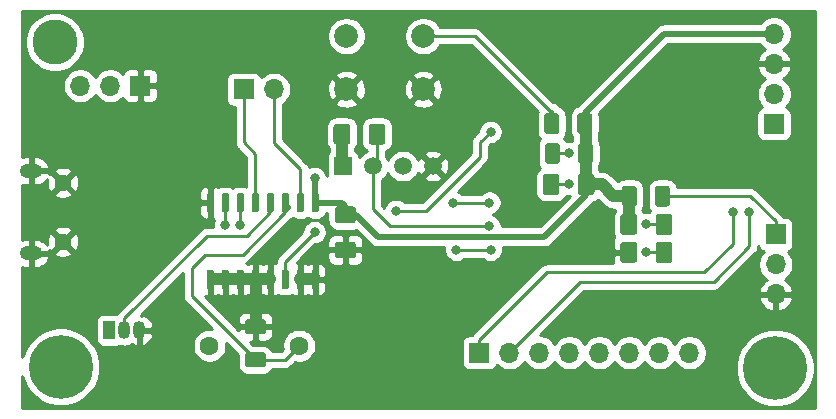
<source format=gbr>
%TF.GenerationSoftware,KiCad,Pcbnew,(5.1.5)-3*%
%TF.CreationDate,2021-01-03T00:19:50+13:00*%
%TF.ProjectId,SensorNodeCircuit,53656e73-6f72-44e6-9f64-654369726375,rev?*%
%TF.SameCoordinates,Original*%
%TF.FileFunction,Copper,L2,Bot*%
%TF.FilePolarity,Positive*%
%FSLAX46Y46*%
G04 Gerber Fmt 4.6, Leading zero omitted, Abs format (unit mm)*
G04 Created by KiCad (PCBNEW (5.1.5)-3) date 2021-01-03 00:19:50*
%MOMM*%
%LPD*%
G04 APERTURE LIST*
%ADD10C,3.800000*%
%ADD11C,5.400000*%
%ADD12C,0.100000*%
%ADD13C,1.450000*%
%ADD14O,1.900000X1.200000*%
%ADD15R,1.700000X1.700000*%
%ADD16O,1.700000X1.700000*%
%ADD17C,1.600000*%
%ADD18O,1.050000X1.500000*%
%ADD19R,1.050000X1.500000*%
%ADD20R,1.500000X1.500000*%
%ADD21C,1.500000*%
%ADD22C,2.000000*%
%ADD23C,0.800000*%
%ADD24C,1.000000*%
%ADD25C,0.250000*%
%ADD26C,0.500000*%
%ADD27C,0.254000*%
G04 APERTURE END LIST*
D10*
X105000000Y-79500000D03*
D11*
X105500000Y-107000000D03*
X166000000Y-107100000D03*
%TA.AperFunction,SMDPad,CuDef*%
D12*
G36*
X130249504Y-93413704D02*
G01*
X130273773Y-93417304D01*
X130297571Y-93423265D01*
X130320671Y-93431530D01*
X130342849Y-93442020D01*
X130363893Y-93454633D01*
X130383598Y-93469247D01*
X130401777Y-93485723D01*
X130418253Y-93503902D01*
X130432867Y-93523607D01*
X130445480Y-93544651D01*
X130455970Y-93566829D01*
X130464235Y-93589929D01*
X130470196Y-93613727D01*
X130473796Y-93637996D01*
X130475000Y-93662500D01*
X130475000Y-94587500D01*
X130473796Y-94612004D01*
X130470196Y-94636273D01*
X130464235Y-94660071D01*
X130455970Y-94683171D01*
X130445480Y-94705349D01*
X130432867Y-94726393D01*
X130418253Y-94746098D01*
X130401777Y-94764277D01*
X130383598Y-94780753D01*
X130363893Y-94795367D01*
X130342849Y-94807980D01*
X130320671Y-94818470D01*
X130297571Y-94826735D01*
X130273773Y-94832696D01*
X130249504Y-94836296D01*
X130225000Y-94837500D01*
X128975000Y-94837500D01*
X128950496Y-94836296D01*
X128926227Y-94832696D01*
X128902429Y-94826735D01*
X128879329Y-94818470D01*
X128857151Y-94807980D01*
X128836107Y-94795367D01*
X128816402Y-94780753D01*
X128798223Y-94764277D01*
X128781747Y-94746098D01*
X128767133Y-94726393D01*
X128754520Y-94705349D01*
X128744030Y-94683171D01*
X128735765Y-94660071D01*
X128729804Y-94636273D01*
X128726204Y-94612004D01*
X128725000Y-94587500D01*
X128725000Y-93662500D01*
X128726204Y-93637996D01*
X128729804Y-93613727D01*
X128735765Y-93589929D01*
X128744030Y-93566829D01*
X128754520Y-93544651D01*
X128767133Y-93523607D01*
X128781747Y-93503902D01*
X128798223Y-93485723D01*
X128816402Y-93469247D01*
X128836107Y-93454633D01*
X128857151Y-93442020D01*
X128879329Y-93431530D01*
X128902429Y-93423265D01*
X128926227Y-93417304D01*
X128950496Y-93413704D01*
X128975000Y-93412500D01*
X130225000Y-93412500D01*
X130249504Y-93413704D01*
G37*
%TD.AperFunction*%
%TA.AperFunction,SMDPad,CuDef*%
G36*
X130249504Y-96388704D02*
G01*
X130273773Y-96392304D01*
X130297571Y-96398265D01*
X130320671Y-96406530D01*
X130342849Y-96417020D01*
X130363893Y-96429633D01*
X130383598Y-96444247D01*
X130401777Y-96460723D01*
X130418253Y-96478902D01*
X130432867Y-96498607D01*
X130445480Y-96519651D01*
X130455970Y-96541829D01*
X130464235Y-96564929D01*
X130470196Y-96588727D01*
X130473796Y-96612996D01*
X130475000Y-96637500D01*
X130475000Y-97562500D01*
X130473796Y-97587004D01*
X130470196Y-97611273D01*
X130464235Y-97635071D01*
X130455970Y-97658171D01*
X130445480Y-97680349D01*
X130432867Y-97701393D01*
X130418253Y-97721098D01*
X130401777Y-97739277D01*
X130383598Y-97755753D01*
X130363893Y-97770367D01*
X130342849Y-97782980D01*
X130320671Y-97793470D01*
X130297571Y-97801735D01*
X130273773Y-97807696D01*
X130249504Y-97811296D01*
X130225000Y-97812500D01*
X128975000Y-97812500D01*
X128950496Y-97811296D01*
X128926227Y-97807696D01*
X128902429Y-97801735D01*
X128879329Y-97793470D01*
X128857151Y-97782980D01*
X128836107Y-97770367D01*
X128816402Y-97755753D01*
X128798223Y-97739277D01*
X128781747Y-97721098D01*
X128767133Y-97701393D01*
X128754520Y-97680349D01*
X128744030Y-97658171D01*
X128735765Y-97635071D01*
X128729804Y-97611273D01*
X128726204Y-97587004D01*
X128725000Y-97562500D01*
X128725000Y-96637500D01*
X128726204Y-96612996D01*
X128729804Y-96588727D01*
X128735765Y-96564929D01*
X128744030Y-96541829D01*
X128754520Y-96519651D01*
X128767133Y-96498607D01*
X128781747Y-96478902D01*
X128798223Y-96460723D01*
X128816402Y-96444247D01*
X128836107Y-96429633D01*
X128857151Y-96417020D01*
X128879329Y-96406530D01*
X128902429Y-96398265D01*
X128926227Y-96392304D01*
X128950496Y-96388704D01*
X128975000Y-96387500D01*
X130225000Y-96387500D01*
X130249504Y-96388704D01*
G37*
%TD.AperFunction*%
D13*
X105700000Y-91400000D03*
X105700000Y-96400000D03*
D14*
X103000000Y-90400000D03*
X103000000Y-97400000D03*
D15*
X165900000Y-86430000D03*
D16*
X165900000Y-83890000D03*
X165900000Y-81350000D03*
X165900000Y-78810000D03*
D15*
X140960000Y-105800000D03*
D16*
X143500000Y-105800000D03*
X146040000Y-105800000D03*
X148580000Y-105800000D03*
X151120000Y-105800000D03*
X153660000Y-105800000D03*
X156200000Y-105800000D03*
X158740000Y-105800000D03*
D15*
X166036000Y-95788000D03*
D16*
X166036000Y-98328000D03*
X166036000Y-100868000D03*
D15*
X112240000Y-83200000D03*
D16*
X109700000Y-83200000D03*
X107160000Y-83200000D03*
D15*
X121000000Y-83500000D03*
D16*
X123540000Y-83500000D03*
%TA.AperFunction,SMDPad,CuDef*%
D12*
G36*
X147465504Y-85522204D02*
G01*
X147489773Y-85525804D01*
X147513571Y-85531765D01*
X147536671Y-85540030D01*
X147558849Y-85550520D01*
X147579893Y-85563133D01*
X147599598Y-85577747D01*
X147617777Y-85594223D01*
X147634253Y-85612402D01*
X147648867Y-85632107D01*
X147661480Y-85653151D01*
X147671970Y-85675329D01*
X147680235Y-85698429D01*
X147686196Y-85722227D01*
X147689796Y-85746496D01*
X147691000Y-85771000D01*
X147691000Y-87021000D01*
X147689796Y-87045504D01*
X147686196Y-87069773D01*
X147680235Y-87093571D01*
X147671970Y-87116671D01*
X147661480Y-87138849D01*
X147648867Y-87159893D01*
X147634253Y-87179598D01*
X147617777Y-87197777D01*
X147599598Y-87214253D01*
X147579893Y-87228867D01*
X147558849Y-87241480D01*
X147536671Y-87251970D01*
X147513571Y-87260235D01*
X147489773Y-87266196D01*
X147465504Y-87269796D01*
X147441000Y-87271000D01*
X146691000Y-87271000D01*
X146666496Y-87269796D01*
X146642227Y-87266196D01*
X146618429Y-87260235D01*
X146595329Y-87251970D01*
X146573151Y-87241480D01*
X146552107Y-87228867D01*
X146532402Y-87214253D01*
X146514223Y-87197777D01*
X146497747Y-87179598D01*
X146483133Y-87159893D01*
X146470520Y-87138849D01*
X146460030Y-87116671D01*
X146451765Y-87093571D01*
X146445804Y-87069773D01*
X146442204Y-87045504D01*
X146441000Y-87021000D01*
X146441000Y-85771000D01*
X146442204Y-85746496D01*
X146445804Y-85722227D01*
X146451765Y-85698429D01*
X146460030Y-85675329D01*
X146470520Y-85653151D01*
X146483133Y-85632107D01*
X146497747Y-85612402D01*
X146514223Y-85594223D01*
X146532402Y-85577747D01*
X146552107Y-85563133D01*
X146573151Y-85550520D01*
X146595329Y-85540030D01*
X146618429Y-85531765D01*
X146642227Y-85525804D01*
X146666496Y-85522204D01*
X146691000Y-85521000D01*
X147441000Y-85521000D01*
X147465504Y-85522204D01*
G37*
%TD.AperFunction*%
%TA.AperFunction,SMDPad,CuDef*%
G36*
X150265504Y-85522204D02*
G01*
X150289773Y-85525804D01*
X150313571Y-85531765D01*
X150336671Y-85540030D01*
X150358849Y-85550520D01*
X150379893Y-85563133D01*
X150399598Y-85577747D01*
X150417777Y-85594223D01*
X150434253Y-85612402D01*
X150448867Y-85632107D01*
X150461480Y-85653151D01*
X150471970Y-85675329D01*
X150480235Y-85698429D01*
X150486196Y-85722227D01*
X150489796Y-85746496D01*
X150491000Y-85771000D01*
X150491000Y-87021000D01*
X150489796Y-87045504D01*
X150486196Y-87069773D01*
X150480235Y-87093571D01*
X150471970Y-87116671D01*
X150461480Y-87138849D01*
X150448867Y-87159893D01*
X150434253Y-87179598D01*
X150417777Y-87197777D01*
X150399598Y-87214253D01*
X150379893Y-87228867D01*
X150358849Y-87241480D01*
X150336671Y-87251970D01*
X150313571Y-87260235D01*
X150289773Y-87266196D01*
X150265504Y-87269796D01*
X150241000Y-87271000D01*
X149491000Y-87271000D01*
X149466496Y-87269796D01*
X149442227Y-87266196D01*
X149418429Y-87260235D01*
X149395329Y-87251970D01*
X149373151Y-87241480D01*
X149352107Y-87228867D01*
X149332402Y-87214253D01*
X149314223Y-87197777D01*
X149297747Y-87179598D01*
X149283133Y-87159893D01*
X149270520Y-87138849D01*
X149260030Y-87116671D01*
X149251765Y-87093571D01*
X149245804Y-87069773D01*
X149242204Y-87045504D01*
X149241000Y-87021000D01*
X149241000Y-85771000D01*
X149242204Y-85746496D01*
X149245804Y-85722227D01*
X149251765Y-85698429D01*
X149260030Y-85675329D01*
X149270520Y-85653151D01*
X149283133Y-85632107D01*
X149297747Y-85612402D01*
X149314223Y-85594223D01*
X149332402Y-85577747D01*
X149352107Y-85563133D01*
X149373151Y-85550520D01*
X149395329Y-85540030D01*
X149418429Y-85531765D01*
X149442227Y-85525804D01*
X149466496Y-85522204D01*
X149491000Y-85521000D01*
X150241000Y-85521000D01*
X150265504Y-85522204D01*
G37*
%TD.AperFunction*%
%TA.AperFunction,SMDPad,CuDef*%
G36*
X147545504Y-88052204D02*
G01*
X147569773Y-88055804D01*
X147593571Y-88061765D01*
X147616671Y-88070030D01*
X147638849Y-88080520D01*
X147659893Y-88093133D01*
X147679598Y-88107747D01*
X147697777Y-88124223D01*
X147714253Y-88142402D01*
X147728867Y-88162107D01*
X147741480Y-88183151D01*
X147751970Y-88205329D01*
X147760235Y-88228429D01*
X147766196Y-88252227D01*
X147769796Y-88276496D01*
X147771000Y-88301000D01*
X147771000Y-89551000D01*
X147769796Y-89575504D01*
X147766196Y-89599773D01*
X147760235Y-89623571D01*
X147751970Y-89646671D01*
X147741480Y-89668849D01*
X147728867Y-89689893D01*
X147714253Y-89709598D01*
X147697777Y-89727777D01*
X147679598Y-89744253D01*
X147659893Y-89758867D01*
X147638849Y-89771480D01*
X147616671Y-89781970D01*
X147593571Y-89790235D01*
X147569773Y-89796196D01*
X147545504Y-89799796D01*
X147521000Y-89801000D01*
X146771000Y-89801000D01*
X146746496Y-89799796D01*
X146722227Y-89796196D01*
X146698429Y-89790235D01*
X146675329Y-89781970D01*
X146653151Y-89771480D01*
X146632107Y-89758867D01*
X146612402Y-89744253D01*
X146594223Y-89727777D01*
X146577747Y-89709598D01*
X146563133Y-89689893D01*
X146550520Y-89668849D01*
X146540030Y-89646671D01*
X146531765Y-89623571D01*
X146525804Y-89599773D01*
X146522204Y-89575504D01*
X146521000Y-89551000D01*
X146521000Y-88301000D01*
X146522204Y-88276496D01*
X146525804Y-88252227D01*
X146531765Y-88228429D01*
X146540030Y-88205329D01*
X146550520Y-88183151D01*
X146563133Y-88162107D01*
X146577747Y-88142402D01*
X146594223Y-88124223D01*
X146612402Y-88107747D01*
X146632107Y-88093133D01*
X146653151Y-88080520D01*
X146675329Y-88070030D01*
X146698429Y-88061765D01*
X146722227Y-88055804D01*
X146746496Y-88052204D01*
X146771000Y-88051000D01*
X147521000Y-88051000D01*
X147545504Y-88052204D01*
G37*
%TD.AperFunction*%
%TA.AperFunction,SMDPad,CuDef*%
G36*
X150345504Y-88052204D02*
G01*
X150369773Y-88055804D01*
X150393571Y-88061765D01*
X150416671Y-88070030D01*
X150438849Y-88080520D01*
X150459893Y-88093133D01*
X150479598Y-88107747D01*
X150497777Y-88124223D01*
X150514253Y-88142402D01*
X150528867Y-88162107D01*
X150541480Y-88183151D01*
X150551970Y-88205329D01*
X150560235Y-88228429D01*
X150566196Y-88252227D01*
X150569796Y-88276496D01*
X150571000Y-88301000D01*
X150571000Y-89551000D01*
X150569796Y-89575504D01*
X150566196Y-89599773D01*
X150560235Y-89623571D01*
X150551970Y-89646671D01*
X150541480Y-89668849D01*
X150528867Y-89689893D01*
X150514253Y-89709598D01*
X150497777Y-89727777D01*
X150479598Y-89744253D01*
X150459893Y-89758867D01*
X150438849Y-89771480D01*
X150416671Y-89781970D01*
X150393571Y-89790235D01*
X150369773Y-89796196D01*
X150345504Y-89799796D01*
X150321000Y-89801000D01*
X149571000Y-89801000D01*
X149546496Y-89799796D01*
X149522227Y-89796196D01*
X149498429Y-89790235D01*
X149475329Y-89781970D01*
X149453151Y-89771480D01*
X149432107Y-89758867D01*
X149412402Y-89744253D01*
X149394223Y-89727777D01*
X149377747Y-89709598D01*
X149363133Y-89689893D01*
X149350520Y-89668849D01*
X149340030Y-89646671D01*
X149331765Y-89623571D01*
X149325804Y-89599773D01*
X149322204Y-89575504D01*
X149321000Y-89551000D01*
X149321000Y-88301000D01*
X149322204Y-88276496D01*
X149325804Y-88252227D01*
X149331765Y-88228429D01*
X149340030Y-88205329D01*
X149350520Y-88183151D01*
X149363133Y-88162107D01*
X149377747Y-88142402D01*
X149394223Y-88124223D01*
X149412402Y-88107747D01*
X149432107Y-88093133D01*
X149453151Y-88080520D01*
X149475329Y-88070030D01*
X149498429Y-88061765D01*
X149522227Y-88055804D01*
X149546496Y-88052204D01*
X149571000Y-88051000D01*
X150321000Y-88051000D01*
X150345504Y-88052204D01*
G37*
%TD.AperFunction*%
%TA.AperFunction,SMDPad,CuDef*%
G36*
X147498004Y-90682204D02*
G01*
X147522273Y-90685804D01*
X147546071Y-90691765D01*
X147569171Y-90700030D01*
X147591349Y-90710520D01*
X147612393Y-90723133D01*
X147632098Y-90737747D01*
X147650277Y-90754223D01*
X147666753Y-90772402D01*
X147681367Y-90792107D01*
X147693980Y-90813151D01*
X147704470Y-90835329D01*
X147712735Y-90858429D01*
X147718696Y-90882227D01*
X147722296Y-90906496D01*
X147723500Y-90931000D01*
X147723500Y-92181000D01*
X147722296Y-92205504D01*
X147718696Y-92229773D01*
X147712735Y-92253571D01*
X147704470Y-92276671D01*
X147693980Y-92298849D01*
X147681367Y-92319893D01*
X147666753Y-92339598D01*
X147650277Y-92357777D01*
X147632098Y-92374253D01*
X147612393Y-92388867D01*
X147591349Y-92401480D01*
X147569171Y-92411970D01*
X147546071Y-92420235D01*
X147522273Y-92426196D01*
X147498004Y-92429796D01*
X147473500Y-92431000D01*
X146548500Y-92431000D01*
X146523996Y-92429796D01*
X146499727Y-92426196D01*
X146475929Y-92420235D01*
X146452829Y-92411970D01*
X146430651Y-92401480D01*
X146409607Y-92388867D01*
X146389902Y-92374253D01*
X146371723Y-92357777D01*
X146355247Y-92339598D01*
X146340633Y-92319893D01*
X146328020Y-92298849D01*
X146317530Y-92276671D01*
X146309265Y-92253571D01*
X146303304Y-92229773D01*
X146299704Y-92205504D01*
X146298500Y-92181000D01*
X146298500Y-90931000D01*
X146299704Y-90906496D01*
X146303304Y-90882227D01*
X146309265Y-90858429D01*
X146317530Y-90835329D01*
X146328020Y-90813151D01*
X146340633Y-90792107D01*
X146355247Y-90772402D01*
X146371723Y-90754223D01*
X146389902Y-90737747D01*
X146409607Y-90723133D01*
X146430651Y-90710520D01*
X146452829Y-90700030D01*
X146475929Y-90691765D01*
X146499727Y-90685804D01*
X146523996Y-90682204D01*
X146548500Y-90681000D01*
X147473500Y-90681000D01*
X147498004Y-90682204D01*
G37*
%TD.AperFunction*%
%TA.AperFunction,SMDPad,CuDef*%
G36*
X150473004Y-90682204D02*
G01*
X150497273Y-90685804D01*
X150521071Y-90691765D01*
X150544171Y-90700030D01*
X150566349Y-90710520D01*
X150587393Y-90723133D01*
X150607098Y-90737747D01*
X150625277Y-90754223D01*
X150641753Y-90772402D01*
X150656367Y-90792107D01*
X150668980Y-90813151D01*
X150679470Y-90835329D01*
X150687735Y-90858429D01*
X150693696Y-90882227D01*
X150697296Y-90906496D01*
X150698500Y-90931000D01*
X150698500Y-92181000D01*
X150697296Y-92205504D01*
X150693696Y-92229773D01*
X150687735Y-92253571D01*
X150679470Y-92276671D01*
X150668980Y-92298849D01*
X150656367Y-92319893D01*
X150641753Y-92339598D01*
X150625277Y-92357777D01*
X150607098Y-92374253D01*
X150587393Y-92388867D01*
X150566349Y-92401480D01*
X150544171Y-92411970D01*
X150521071Y-92420235D01*
X150497273Y-92426196D01*
X150473004Y-92429796D01*
X150448500Y-92431000D01*
X149523500Y-92431000D01*
X149498996Y-92429796D01*
X149474727Y-92426196D01*
X149450929Y-92420235D01*
X149427829Y-92411970D01*
X149405651Y-92401480D01*
X149384607Y-92388867D01*
X149364902Y-92374253D01*
X149346723Y-92357777D01*
X149330247Y-92339598D01*
X149315633Y-92319893D01*
X149303020Y-92298849D01*
X149292530Y-92276671D01*
X149284265Y-92253571D01*
X149278304Y-92229773D01*
X149274704Y-92205504D01*
X149273500Y-92181000D01*
X149273500Y-90931000D01*
X149274704Y-90906496D01*
X149278304Y-90882227D01*
X149284265Y-90858429D01*
X149292530Y-90835329D01*
X149303020Y-90813151D01*
X149315633Y-90792107D01*
X149330247Y-90772402D01*
X149346723Y-90754223D01*
X149364902Y-90737747D01*
X149384607Y-90723133D01*
X149405651Y-90710520D01*
X149427829Y-90700030D01*
X149450929Y-90691765D01*
X149474727Y-90685804D01*
X149498996Y-90682204D01*
X149523500Y-90681000D01*
X150448500Y-90681000D01*
X150473004Y-90682204D01*
G37*
%TD.AperFunction*%
%TA.AperFunction,SMDPad,CuDef*%
G36*
X154088004Y-96432204D02*
G01*
X154112273Y-96435804D01*
X154136071Y-96441765D01*
X154159171Y-96450030D01*
X154181349Y-96460520D01*
X154202393Y-96473133D01*
X154222098Y-96487747D01*
X154240277Y-96504223D01*
X154256753Y-96522402D01*
X154271367Y-96542107D01*
X154283980Y-96563151D01*
X154294470Y-96585329D01*
X154302735Y-96608429D01*
X154308696Y-96632227D01*
X154312296Y-96656496D01*
X154313500Y-96681000D01*
X154313500Y-97931000D01*
X154312296Y-97955504D01*
X154308696Y-97979773D01*
X154302735Y-98003571D01*
X154294470Y-98026671D01*
X154283980Y-98048849D01*
X154271367Y-98069893D01*
X154256753Y-98089598D01*
X154240277Y-98107777D01*
X154222098Y-98124253D01*
X154202393Y-98138867D01*
X154181349Y-98151480D01*
X154159171Y-98161970D01*
X154136071Y-98170235D01*
X154112273Y-98176196D01*
X154088004Y-98179796D01*
X154063500Y-98181000D01*
X153138500Y-98181000D01*
X153113996Y-98179796D01*
X153089727Y-98176196D01*
X153065929Y-98170235D01*
X153042829Y-98161970D01*
X153020651Y-98151480D01*
X152999607Y-98138867D01*
X152979902Y-98124253D01*
X152961723Y-98107777D01*
X152945247Y-98089598D01*
X152930633Y-98069893D01*
X152918020Y-98048849D01*
X152907530Y-98026671D01*
X152899265Y-98003571D01*
X152893304Y-97979773D01*
X152889704Y-97955504D01*
X152888500Y-97931000D01*
X152888500Y-96681000D01*
X152889704Y-96656496D01*
X152893304Y-96632227D01*
X152899265Y-96608429D01*
X152907530Y-96585329D01*
X152918020Y-96563151D01*
X152930633Y-96542107D01*
X152945247Y-96522402D01*
X152961723Y-96504223D01*
X152979902Y-96487747D01*
X152999607Y-96473133D01*
X153020651Y-96460520D01*
X153042829Y-96450030D01*
X153065929Y-96441765D01*
X153089727Y-96435804D01*
X153113996Y-96432204D01*
X153138500Y-96431000D01*
X154063500Y-96431000D01*
X154088004Y-96432204D01*
G37*
%TD.AperFunction*%
%TA.AperFunction,SMDPad,CuDef*%
G36*
X157063004Y-96432204D02*
G01*
X157087273Y-96435804D01*
X157111071Y-96441765D01*
X157134171Y-96450030D01*
X157156349Y-96460520D01*
X157177393Y-96473133D01*
X157197098Y-96487747D01*
X157215277Y-96504223D01*
X157231753Y-96522402D01*
X157246367Y-96542107D01*
X157258980Y-96563151D01*
X157269470Y-96585329D01*
X157277735Y-96608429D01*
X157283696Y-96632227D01*
X157287296Y-96656496D01*
X157288500Y-96681000D01*
X157288500Y-97931000D01*
X157287296Y-97955504D01*
X157283696Y-97979773D01*
X157277735Y-98003571D01*
X157269470Y-98026671D01*
X157258980Y-98048849D01*
X157246367Y-98069893D01*
X157231753Y-98089598D01*
X157215277Y-98107777D01*
X157197098Y-98124253D01*
X157177393Y-98138867D01*
X157156349Y-98151480D01*
X157134171Y-98161970D01*
X157111071Y-98170235D01*
X157087273Y-98176196D01*
X157063004Y-98179796D01*
X157038500Y-98181000D01*
X156113500Y-98181000D01*
X156088996Y-98179796D01*
X156064727Y-98176196D01*
X156040929Y-98170235D01*
X156017829Y-98161970D01*
X155995651Y-98151480D01*
X155974607Y-98138867D01*
X155954902Y-98124253D01*
X155936723Y-98107777D01*
X155920247Y-98089598D01*
X155905633Y-98069893D01*
X155893020Y-98048849D01*
X155882530Y-98026671D01*
X155874265Y-98003571D01*
X155868304Y-97979773D01*
X155864704Y-97955504D01*
X155863500Y-97931000D01*
X155863500Y-96681000D01*
X155864704Y-96656496D01*
X155868304Y-96632227D01*
X155874265Y-96608429D01*
X155882530Y-96585329D01*
X155893020Y-96563151D01*
X155905633Y-96542107D01*
X155920247Y-96522402D01*
X155936723Y-96504223D01*
X155954902Y-96487747D01*
X155974607Y-96473133D01*
X155995651Y-96460520D01*
X156017829Y-96450030D01*
X156040929Y-96441765D01*
X156064727Y-96435804D01*
X156088996Y-96432204D01*
X156113500Y-96431000D01*
X157038500Y-96431000D01*
X157063004Y-96432204D01*
G37*
%TD.AperFunction*%
%TA.AperFunction,SMDPad,CuDef*%
G36*
X154088004Y-94062204D02*
G01*
X154112273Y-94065804D01*
X154136071Y-94071765D01*
X154159171Y-94080030D01*
X154181349Y-94090520D01*
X154202393Y-94103133D01*
X154222098Y-94117747D01*
X154240277Y-94134223D01*
X154256753Y-94152402D01*
X154271367Y-94172107D01*
X154283980Y-94193151D01*
X154294470Y-94215329D01*
X154302735Y-94238429D01*
X154308696Y-94262227D01*
X154312296Y-94286496D01*
X154313500Y-94311000D01*
X154313500Y-95561000D01*
X154312296Y-95585504D01*
X154308696Y-95609773D01*
X154302735Y-95633571D01*
X154294470Y-95656671D01*
X154283980Y-95678849D01*
X154271367Y-95699893D01*
X154256753Y-95719598D01*
X154240277Y-95737777D01*
X154222098Y-95754253D01*
X154202393Y-95768867D01*
X154181349Y-95781480D01*
X154159171Y-95791970D01*
X154136071Y-95800235D01*
X154112273Y-95806196D01*
X154088004Y-95809796D01*
X154063500Y-95811000D01*
X153138500Y-95811000D01*
X153113996Y-95809796D01*
X153089727Y-95806196D01*
X153065929Y-95800235D01*
X153042829Y-95791970D01*
X153020651Y-95781480D01*
X152999607Y-95768867D01*
X152979902Y-95754253D01*
X152961723Y-95737777D01*
X152945247Y-95719598D01*
X152930633Y-95699893D01*
X152918020Y-95678849D01*
X152907530Y-95656671D01*
X152899265Y-95633571D01*
X152893304Y-95609773D01*
X152889704Y-95585504D01*
X152888500Y-95561000D01*
X152888500Y-94311000D01*
X152889704Y-94286496D01*
X152893304Y-94262227D01*
X152899265Y-94238429D01*
X152907530Y-94215329D01*
X152918020Y-94193151D01*
X152930633Y-94172107D01*
X152945247Y-94152402D01*
X152961723Y-94134223D01*
X152979902Y-94117747D01*
X152999607Y-94103133D01*
X153020651Y-94090520D01*
X153042829Y-94080030D01*
X153065929Y-94071765D01*
X153089727Y-94065804D01*
X153113996Y-94062204D01*
X153138500Y-94061000D01*
X154063500Y-94061000D01*
X154088004Y-94062204D01*
G37*
%TD.AperFunction*%
%TA.AperFunction,SMDPad,CuDef*%
G36*
X157063004Y-94062204D02*
G01*
X157087273Y-94065804D01*
X157111071Y-94071765D01*
X157134171Y-94080030D01*
X157156349Y-94090520D01*
X157177393Y-94103133D01*
X157197098Y-94117747D01*
X157215277Y-94134223D01*
X157231753Y-94152402D01*
X157246367Y-94172107D01*
X157258980Y-94193151D01*
X157269470Y-94215329D01*
X157277735Y-94238429D01*
X157283696Y-94262227D01*
X157287296Y-94286496D01*
X157288500Y-94311000D01*
X157288500Y-95561000D01*
X157287296Y-95585504D01*
X157283696Y-95609773D01*
X157277735Y-95633571D01*
X157269470Y-95656671D01*
X157258980Y-95678849D01*
X157246367Y-95699893D01*
X157231753Y-95719598D01*
X157215277Y-95737777D01*
X157197098Y-95754253D01*
X157177393Y-95768867D01*
X157156349Y-95781480D01*
X157134171Y-95791970D01*
X157111071Y-95800235D01*
X157087273Y-95806196D01*
X157063004Y-95809796D01*
X157038500Y-95811000D01*
X156113500Y-95811000D01*
X156088996Y-95809796D01*
X156064727Y-95806196D01*
X156040929Y-95800235D01*
X156017829Y-95791970D01*
X155995651Y-95781480D01*
X155974607Y-95768867D01*
X155954902Y-95754253D01*
X155936723Y-95737777D01*
X155920247Y-95719598D01*
X155905633Y-95699893D01*
X155893020Y-95678849D01*
X155882530Y-95656671D01*
X155874265Y-95633571D01*
X155868304Y-95609773D01*
X155864704Y-95585504D01*
X155863500Y-95561000D01*
X155863500Y-94311000D01*
X155864704Y-94286496D01*
X155868304Y-94262227D01*
X155874265Y-94238429D01*
X155882530Y-94215329D01*
X155893020Y-94193151D01*
X155905633Y-94172107D01*
X155920247Y-94152402D01*
X155936723Y-94134223D01*
X155954902Y-94117747D01*
X155974607Y-94103133D01*
X155995651Y-94090520D01*
X156017829Y-94080030D01*
X156040929Y-94071765D01*
X156064727Y-94065804D01*
X156088996Y-94062204D01*
X156113500Y-94061000D01*
X157038500Y-94061000D01*
X157063004Y-94062204D01*
G37*
%TD.AperFunction*%
D17*
X118100000Y-105200000D03*
X125700000Y-105200000D03*
%TA.AperFunction,SMDPad,CuDef*%
D12*
G36*
X122649504Y-105776204D02*
G01*
X122673773Y-105779804D01*
X122697571Y-105785765D01*
X122720671Y-105794030D01*
X122742849Y-105804520D01*
X122763893Y-105817133D01*
X122783598Y-105831747D01*
X122801777Y-105848223D01*
X122818253Y-105866402D01*
X122832867Y-105886107D01*
X122845480Y-105907151D01*
X122855970Y-105929329D01*
X122864235Y-105952429D01*
X122870196Y-105976227D01*
X122873796Y-106000496D01*
X122875000Y-106025000D01*
X122875000Y-106775000D01*
X122873796Y-106799504D01*
X122870196Y-106823773D01*
X122864235Y-106847571D01*
X122855970Y-106870671D01*
X122845480Y-106892849D01*
X122832867Y-106913893D01*
X122818253Y-106933598D01*
X122801777Y-106951777D01*
X122783598Y-106968253D01*
X122763893Y-106982867D01*
X122742849Y-106995480D01*
X122720671Y-107005970D01*
X122697571Y-107014235D01*
X122673773Y-107020196D01*
X122649504Y-107023796D01*
X122625000Y-107025000D01*
X121375000Y-107025000D01*
X121350496Y-107023796D01*
X121326227Y-107020196D01*
X121302429Y-107014235D01*
X121279329Y-107005970D01*
X121257151Y-106995480D01*
X121236107Y-106982867D01*
X121216402Y-106968253D01*
X121198223Y-106951777D01*
X121181747Y-106933598D01*
X121167133Y-106913893D01*
X121154520Y-106892849D01*
X121144030Y-106870671D01*
X121135765Y-106847571D01*
X121129804Y-106823773D01*
X121126204Y-106799504D01*
X121125000Y-106775000D01*
X121125000Y-106025000D01*
X121126204Y-106000496D01*
X121129804Y-105976227D01*
X121135765Y-105952429D01*
X121144030Y-105929329D01*
X121154520Y-105907151D01*
X121167133Y-105886107D01*
X121181747Y-105866402D01*
X121198223Y-105848223D01*
X121216402Y-105831747D01*
X121236107Y-105817133D01*
X121257151Y-105804520D01*
X121279329Y-105794030D01*
X121302429Y-105785765D01*
X121326227Y-105779804D01*
X121350496Y-105776204D01*
X121375000Y-105775000D01*
X122625000Y-105775000D01*
X122649504Y-105776204D01*
G37*
%TD.AperFunction*%
%TA.AperFunction,SMDPad,CuDef*%
G36*
X122649504Y-102976204D02*
G01*
X122673773Y-102979804D01*
X122697571Y-102985765D01*
X122720671Y-102994030D01*
X122742849Y-103004520D01*
X122763893Y-103017133D01*
X122783598Y-103031747D01*
X122801777Y-103048223D01*
X122818253Y-103066402D01*
X122832867Y-103086107D01*
X122845480Y-103107151D01*
X122855970Y-103129329D01*
X122864235Y-103152429D01*
X122870196Y-103176227D01*
X122873796Y-103200496D01*
X122875000Y-103225000D01*
X122875000Y-103975000D01*
X122873796Y-103999504D01*
X122870196Y-104023773D01*
X122864235Y-104047571D01*
X122855970Y-104070671D01*
X122845480Y-104092849D01*
X122832867Y-104113893D01*
X122818253Y-104133598D01*
X122801777Y-104151777D01*
X122783598Y-104168253D01*
X122763893Y-104182867D01*
X122742849Y-104195480D01*
X122720671Y-104205970D01*
X122697571Y-104214235D01*
X122673773Y-104220196D01*
X122649504Y-104223796D01*
X122625000Y-104225000D01*
X121375000Y-104225000D01*
X121350496Y-104223796D01*
X121326227Y-104220196D01*
X121302429Y-104214235D01*
X121279329Y-104205970D01*
X121257151Y-104195480D01*
X121236107Y-104182867D01*
X121216402Y-104168253D01*
X121198223Y-104151777D01*
X121181747Y-104133598D01*
X121167133Y-104113893D01*
X121154520Y-104092849D01*
X121144030Y-104070671D01*
X121135765Y-104047571D01*
X121129804Y-104023773D01*
X121126204Y-103999504D01*
X121125000Y-103975000D01*
X121125000Y-103225000D01*
X121126204Y-103200496D01*
X121129804Y-103176227D01*
X121135765Y-103152429D01*
X121144030Y-103129329D01*
X121154520Y-103107151D01*
X121167133Y-103086107D01*
X121181747Y-103066402D01*
X121198223Y-103048223D01*
X121216402Y-103031747D01*
X121236107Y-103017133D01*
X121257151Y-103004520D01*
X121279329Y-102994030D01*
X121302429Y-102985765D01*
X121326227Y-102979804D01*
X121350496Y-102976204D01*
X121375000Y-102975000D01*
X122625000Y-102975000D01*
X122649504Y-102976204D01*
G37*
%TD.AperFunction*%
%TA.AperFunction,SMDPad,CuDef*%
G36*
X156849504Y-91676204D02*
G01*
X156873773Y-91679804D01*
X156897571Y-91685765D01*
X156920671Y-91694030D01*
X156942849Y-91704520D01*
X156963893Y-91717133D01*
X156983598Y-91731747D01*
X157001777Y-91748223D01*
X157018253Y-91766402D01*
X157032867Y-91786107D01*
X157045480Y-91807151D01*
X157055970Y-91829329D01*
X157064235Y-91852429D01*
X157070196Y-91876227D01*
X157073796Y-91900496D01*
X157075000Y-91925000D01*
X157075000Y-93175000D01*
X157073796Y-93199504D01*
X157070196Y-93223773D01*
X157064235Y-93247571D01*
X157055970Y-93270671D01*
X157045480Y-93292849D01*
X157032867Y-93313893D01*
X157018253Y-93333598D01*
X157001777Y-93351777D01*
X156983598Y-93368253D01*
X156963893Y-93382867D01*
X156942849Y-93395480D01*
X156920671Y-93405970D01*
X156897571Y-93414235D01*
X156873773Y-93420196D01*
X156849504Y-93423796D01*
X156825000Y-93425000D01*
X156075000Y-93425000D01*
X156050496Y-93423796D01*
X156026227Y-93420196D01*
X156002429Y-93414235D01*
X155979329Y-93405970D01*
X155957151Y-93395480D01*
X155936107Y-93382867D01*
X155916402Y-93368253D01*
X155898223Y-93351777D01*
X155881747Y-93333598D01*
X155867133Y-93313893D01*
X155854520Y-93292849D01*
X155844030Y-93270671D01*
X155835765Y-93247571D01*
X155829804Y-93223773D01*
X155826204Y-93199504D01*
X155825000Y-93175000D01*
X155825000Y-91925000D01*
X155826204Y-91900496D01*
X155829804Y-91876227D01*
X155835765Y-91852429D01*
X155844030Y-91829329D01*
X155854520Y-91807151D01*
X155867133Y-91786107D01*
X155881747Y-91766402D01*
X155898223Y-91748223D01*
X155916402Y-91731747D01*
X155936107Y-91717133D01*
X155957151Y-91704520D01*
X155979329Y-91694030D01*
X156002429Y-91685765D01*
X156026227Y-91679804D01*
X156050496Y-91676204D01*
X156075000Y-91675000D01*
X156825000Y-91675000D01*
X156849504Y-91676204D01*
G37*
%TD.AperFunction*%
%TA.AperFunction,SMDPad,CuDef*%
G36*
X154049504Y-91676204D02*
G01*
X154073773Y-91679804D01*
X154097571Y-91685765D01*
X154120671Y-91694030D01*
X154142849Y-91704520D01*
X154163893Y-91717133D01*
X154183598Y-91731747D01*
X154201777Y-91748223D01*
X154218253Y-91766402D01*
X154232867Y-91786107D01*
X154245480Y-91807151D01*
X154255970Y-91829329D01*
X154264235Y-91852429D01*
X154270196Y-91876227D01*
X154273796Y-91900496D01*
X154275000Y-91925000D01*
X154275000Y-93175000D01*
X154273796Y-93199504D01*
X154270196Y-93223773D01*
X154264235Y-93247571D01*
X154255970Y-93270671D01*
X154245480Y-93292849D01*
X154232867Y-93313893D01*
X154218253Y-93333598D01*
X154201777Y-93351777D01*
X154183598Y-93368253D01*
X154163893Y-93382867D01*
X154142849Y-93395480D01*
X154120671Y-93405970D01*
X154097571Y-93414235D01*
X154073773Y-93420196D01*
X154049504Y-93423796D01*
X154025000Y-93425000D01*
X153275000Y-93425000D01*
X153250496Y-93423796D01*
X153226227Y-93420196D01*
X153202429Y-93414235D01*
X153179329Y-93405970D01*
X153157151Y-93395480D01*
X153136107Y-93382867D01*
X153116402Y-93368253D01*
X153098223Y-93351777D01*
X153081747Y-93333598D01*
X153067133Y-93313893D01*
X153054520Y-93292849D01*
X153044030Y-93270671D01*
X153035765Y-93247571D01*
X153029804Y-93223773D01*
X153026204Y-93199504D01*
X153025000Y-93175000D01*
X153025000Y-91925000D01*
X153026204Y-91900496D01*
X153029804Y-91876227D01*
X153035765Y-91852429D01*
X153044030Y-91829329D01*
X153054520Y-91807151D01*
X153067133Y-91786107D01*
X153081747Y-91766402D01*
X153098223Y-91748223D01*
X153116402Y-91731747D01*
X153136107Y-91717133D01*
X153157151Y-91704520D01*
X153179329Y-91694030D01*
X153202429Y-91685765D01*
X153226227Y-91679804D01*
X153250496Y-91676204D01*
X153275000Y-91675000D01*
X154025000Y-91675000D01*
X154049504Y-91676204D01*
G37*
%TD.AperFunction*%
%TA.AperFunction,SMDPad,CuDef*%
G36*
X127214703Y-98800722D02*
G01*
X127229264Y-98802882D01*
X127243543Y-98806459D01*
X127257403Y-98811418D01*
X127270710Y-98817712D01*
X127283336Y-98825280D01*
X127295159Y-98834048D01*
X127306066Y-98843934D01*
X127315952Y-98854841D01*
X127324720Y-98866664D01*
X127332288Y-98879290D01*
X127338582Y-98892597D01*
X127343541Y-98906457D01*
X127347118Y-98920736D01*
X127349278Y-98935297D01*
X127350000Y-98950000D01*
X127350000Y-100250000D01*
X127349278Y-100264703D01*
X127347118Y-100279264D01*
X127343541Y-100293543D01*
X127338582Y-100307403D01*
X127332288Y-100320710D01*
X127324720Y-100333336D01*
X127315952Y-100345159D01*
X127306066Y-100356066D01*
X127295159Y-100365952D01*
X127283336Y-100374720D01*
X127270710Y-100382288D01*
X127257403Y-100388582D01*
X127243543Y-100393541D01*
X127229264Y-100397118D01*
X127214703Y-100399278D01*
X127200000Y-100400000D01*
X126900000Y-100400000D01*
X126885297Y-100399278D01*
X126870736Y-100397118D01*
X126856457Y-100393541D01*
X126842597Y-100388582D01*
X126829290Y-100382288D01*
X126816664Y-100374720D01*
X126804841Y-100365952D01*
X126793934Y-100356066D01*
X126784048Y-100345159D01*
X126775280Y-100333336D01*
X126767712Y-100320710D01*
X126761418Y-100307403D01*
X126756459Y-100293543D01*
X126752882Y-100279264D01*
X126750722Y-100264703D01*
X126750000Y-100250000D01*
X126750000Y-98950000D01*
X126750722Y-98935297D01*
X126752882Y-98920736D01*
X126756459Y-98906457D01*
X126761418Y-98892597D01*
X126767712Y-98879290D01*
X126775280Y-98866664D01*
X126784048Y-98854841D01*
X126793934Y-98843934D01*
X126804841Y-98834048D01*
X126816664Y-98825280D01*
X126829290Y-98817712D01*
X126842597Y-98811418D01*
X126856457Y-98806459D01*
X126870736Y-98802882D01*
X126885297Y-98800722D01*
X126900000Y-98800000D01*
X127200000Y-98800000D01*
X127214703Y-98800722D01*
G37*
%TD.AperFunction*%
%TA.AperFunction,SMDPad,CuDef*%
G36*
X125944703Y-98800722D02*
G01*
X125959264Y-98802882D01*
X125973543Y-98806459D01*
X125987403Y-98811418D01*
X126000710Y-98817712D01*
X126013336Y-98825280D01*
X126025159Y-98834048D01*
X126036066Y-98843934D01*
X126045952Y-98854841D01*
X126054720Y-98866664D01*
X126062288Y-98879290D01*
X126068582Y-98892597D01*
X126073541Y-98906457D01*
X126077118Y-98920736D01*
X126079278Y-98935297D01*
X126080000Y-98950000D01*
X126080000Y-100250000D01*
X126079278Y-100264703D01*
X126077118Y-100279264D01*
X126073541Y-100293543D01*
X126068582Y-100307403D01*
X126062288Y-100320710D01*
X126054720Y-100333336D01*
X126045952Y-100345159D01*
X126036066Y-100356066D01*
X126025159Y-100365952D01*
X126013336Y-100374720D01*
X126000710Y-100382288D01*
X125987403Y-100388582D01*
X125973543Y-100393541D01*
X125959264Y-100397118D01*
X125944703Y-100399278D01*
X125930000Y-100400000D01*
X125630000Y-100400000D01*
X125615297Y-100399278D01*
X125600736Y-100397118D01*
X125586457Y-100393541D01*
X125572597Y-100388582D01*
X125559290Y-100382288D01*
X125546664Y-100374720D01*
X125534841Y-100365952D01*
X125523934Y-100356066D01*
X125514048Y-100345159D01*
X125505280Y-100333336D01*
X125497712Y-100320710D01*
X125491418Y-100307403D01*
X125486459Y-100293543D01*
X125482882Y-100279264D01*
X125480722Y-100264703D01*
X125480000Y-100250000D01*
X125480000Y-98950000D01*
X125480722Y-98935297D01*
X125482882Y-98920736D01*
X125486459Y-98906457D01*
X125491418Y-98892597D01*
X125497712Y-98879290D01*
X125505280Y-98866664D01*
X125514048Y-98854841D01*
X125523934Y-98843934D01*
X125534841Y-98834048D01*
X125546664Y-98825280D01*
X125559290Y-98817712D01*
X125572597Y-98811418D01*
X125586457Y-98806459D01*
X125600736Y-98802882D01*
X125615297Y-98800722D01*
X125630000Y-98800000D01*
X125930000Y-98800000D01*
X125944703Y-98800722D01*
G37*
%TD.AperFunction*%
%TA.AperFunction,SMDPad,CuDef*%
G36*
X124674703Y-98800722D02*
G01*
X124689264Y-98802882D01*
X124703543Y-98806459D01*
X124717403Y-98811418D01*
X124730710Y-98817712D01*
X124743336Y-98825280D01*
X124755159Y-98834048D01*
X124766066Y-98843934D01*
X124775952Y-98854841D01*
X124784720Y-98866664D01*
X124792288Y-98879290D01*
X124798582Y-98892597D01*
X124803541Y-98906457D01*
X124807118Y-98920736D01*
X124809278Y-98935297D01*
X124810000Y-98950000D01*
X124810000Y-100250000D01*
X124809278Y-100264703D01*
X124807118Y-100279264D01*
X124803541Y-100293543D01*
X124798582Y-100307403D01*
X124792288Y-100320710D01*
X124784720Y-100333336D01*
X124775952Y-100345159D01*
X124766066Y-100356066D01*
X124755159Y-100365952D01*
X124743336Y-100374720D01*
X124730710Y-100382288D01*
X124717403Y-100388582D01*
X124703543Y-100393541D01*
X124689264Y-100397118D01*
X124674703Y-100399278D01*
X124660000Y-100400000D01*
X124360000Y-100400000D01*
X124345297Y-100399278D01*
X124330736Y-100397118D01*
X124316457Y-100393541D01*
X124302597Y-100388582D01*
X124289290Y-100382288D01*
X124276664Y-100374720D01*
X124264841Y-100365952D01*
X124253934Y-100356066D01*
X124244048Y-100345159D01*
X124235280Y-100333336D01*
X124227712Y-100320710D01*
X124221418Y-100307403D01*
X124216459Y-100293543D01*
X124212882Y-100279264D01*
X124210722Y-100264703D01*
X124210000Y-100250000D01*
X124210000Y-98950000D01*
X124210722Y-98935297D01*
X124212882Y-98920736D01*
X124216459Y-98906457D01*
X124221418Y-98892597D01*
X124227712Y-98879290D01*
X124235280Y-98866664D01*
X124244048Y-98854841D01*
X124253934Y-98843934D01*
X124264841Y-98834048D01*
X124276664Y-98825280D01*
X124289290Y-98817712D01*
X124302597Y-98811418D01*
X124316457Y-98806459D01*
X124330736Y-98802882D01*
X124345297Y-98800722D01*
X124360000Y-98800000D01*
X124660000Y-98800000D01*
X124674703Y-98800722D01*
G37*
%TD.AperFunction*%
%TA.AperFunction,SMDPad,CuDef*%
G36*
X123404703Y-98800722D02*
G01*
X123419264Y-98802882D01*
X123433543Y-98806459D01*
X123447403Y-98811418D01*
X123460710Y-98817712D01*
X123473336Y-98825280D01*
X123485159Y-98834048D01*
X123496066Y-98843934D01*
X123505952Y-98854841D01*
X123514720Y-98866664D01*
X123522288Y-98879290D01*
X123528582Y-98892597D01*
X123533541Y-98906457D01*
X123537118Y-98920736D01*
X123539278Y-98935297D01*
X123540000Y-98950000D01*
X123540000Y-100250000D01*
X123539278Y-100264703D01*
X123537118Y-100279264D01*
X123533541Y-100293543D01*
X123528582Y-100307403D01*
X123522288Y-100320710D01*
X123514720Y-100333336D01*
X123505952Y-100345159D01*
X123496066Y-100356066D01*
X123485159Y-100365952D01*
X123473336Y-100374720D01*
X123460710Y-100382288D01*
X123447403Y-100388582D01*
X123433543Y-100393541D01*
X123419264Y-100397118D01*
X123404703Y-100399278D01*
X123390000Y-100400000D01*
X123090000Y-100400000D01*
X123075297Y-100399278D01*
X123060736Y-100397118D01*
X123046457Y-100393541D01*
X123032597Y-100388582D01*
X123019290Y-100382288D01*
X123006664Y-100374720D01*
X122994841Y-100365952D01*
X122983934Y-100356066D01*
X122974048Y-100345159D01*
X122965280Y-100333336D01*
X122957712Y-100320710D01*
X122951418Y-100307403D01*
X122946459Y-100293543D01*
X122942882Y-100279264D01*
X122940722Y-100264703D01*
X122940000Y-100250000D01*
X122940000Y-98950000D01*
X122940722Y-98935297D01*
X122942882Y-98920736D01*
X122946459Y-98906457D01*
X122951418Y-98892597D01*
X122957712Y-98879290D01*
X122965280Y-98866664D01*
X122974048Y-98854841D01*
X122983934Y-98843934D01*
X122994841Y-98834048D01*
X123006664Y-98825280D01*
X123019290Y-98817712D01*
X123032597Y-98811418D01*
X123046457Y-98806459D01*
X123060736Y-98802882D01*
X123075297Y-98800722D01*
X123090000Y-98800000D01*
X123390000Y-98800000D01*
X123404703Y-98800722D01*
G37*
%TD.AperFunction*%
%TA.AperFunction,SMDPad,CuDef*%
G36*
X122134703Y-98800722D02*
G01*
X122149264Y-98802882D01*
X122163543Y-98806459D01*
X122177403Y-98811418D01*
X122190710Y-98817712D01*
X122203336Y-98825280D01*
X122215159Y-98834048D01*
X122226066Y-98843934D01*
X122235952Y-98854841D01*
X122244720Y-98866664D01*
X122252288Y-98879290D01*
X122258582Y-98892597D01*
X122263541Y-98906457D01*
X122267118Y-98920736D01*
X122269278Y-98935297D01*
X122270000Y-98950000D01*
X122270000Y-100250000D01*
X122269278Y-100264703D01*
X122267118Y-100279264D01*
X122263541Y-100293543D01*
X122258582Y-100307403D01*
X122252288Y-100320710D01*
X122244720Y-100333336D01*
X122235952Y-100345159D01*
X122226066Y-100356066D01*
X122215159Y-100365952D01*
X122203336Y-100374720D01*
X122190710Y-100382288D01*
X122177403Y-100388582D01*
X122163543Y-100393541D01*
X122149264Y-100397118D01*
X122134703Y-100399278D01*
X122120000Y-100400000D01*
X121820000Y-100400000D01*
X121805297Y-100399278D01*
X121790736Y-100397118D01*
X121776457Y-100393541D01*
X121762597Y-100388582D01*
X121749290Y-100382288D01*
X121736664Y-100374720D01*
X121724841Y-100365952D01*
X121713934Y-100356066D01*
X121704048Y-100345159D01*
X121695280Y-100333336D01*
X121687712Y-100320710D01*
X121681418Y-100307403D01*
X121676459Y-100293543D01*
X121672882Y-100279264D01*
X121670722Y-100264703D01*
X121670000Y-100250000D01*
X121670000Y-98950000D01*
X121670722Y-98935297D01*
X121672882Y-98920736D01*
X121676459Y-98906457D01*
X121681418Y-98892597D01*
X121687712Y-98879290D01*
X121695280Y-98866664D01*
X121704048Y-98854841D01*
X121713934Y-98843934D01*
X121724841Y-98834048D01*
X121736664Y-98825280D01*
X121749290Y-98817712D01*
X121762597Y-98811418D01*
X121776457Y-98806459D01*
X121790736Y-98802882D01*
X121805297Y-98800722D01*
X121820000Y-98800000D01*
X122120000Y-98800000D01*
X122134703Y-98800722D01*
G37*
%TD.AperFunction*%
%TA.AperFunction,SMDPad,CuDef*%
G36*
X120864703Y-98800722D02*
G01*
X120879264Y-98802882D01*
X120893543Y-98806459D01*
X120907403Y-98811418D01*
X120920710Y-98817712D01*
X120933336Y-98825280D01*
X120945159Y-98834048D01*
X120956066Y-98843934D01*
X120965952Y-98854841D01*
X120974720Y-98866664D01*
X120982288Y-98879290D01*
X120988582Y-98892597D01*
X120993541Y-98906457D01*
X120997118Y-98920736D01*
X120999278Y-98935297D01*
X121000000Y-98950000D01*
X121000000Y-100250000D01*
X120999278Y-100264703D01*
X120997118Y-100279264D01*
X120993541Y-100293543D01*
X120988582Y-100307403D01*
X120982288Y-100320710D01*
X120974720Y-100333336D01*
X120965952Y-100345159D01*
X120956066Y-100356066D01*
X120945159Y-100365952D01*
X120933336Y-100374720D01*
X120920710Y-100382288D01*
X120907403Y-100388582D01*
X120893543Y-100393541D01*
X120879264Y-100397118D01*
X120864703Y-100399278D01*
X120850000Y-100400000D01*
X120550000Y-100400000D01*
X120535297Y-100399278D01*
X120520736Y-100397118D01*
X120506457Y-100393541D01*
X120492597Y-100388582D01*
X120479290Y-100382288D01*
X120466664Y-100374720D01*
X120454841Y-100365952D01*
X120443934Y-100356066D01*
X120434048Y-100345159D01*
X120425280Y-100333336D01*
X120417712Y-100320710D01*
X120411418Y-100307403D01*
X120406459Y-100293543D01*
X120402882Y-100279264D01*
X120400722Y-100264703D01*
X120400000Y-100250000D01*
X120400000Y-98950000D01*
X120400722Y-98935297D01*
X120402882Y-98920736D01*
X120406459Y-98906457D01*
X120411418Y-98892597D01*
X120417712Y-98879290D01*
X120425280Y-98866664D01*
X120434048Y-98854841D01*
X120443934Y-98843934D01*
X120454841Y-98834048D01*
X120466664Y-98825280D01*
X120479290Y-98817712D01*
X120492597Y-98811418D01*
X120506457Y-98806459D01*
X120520736Y-98802882D01*
X120535297Y-98800722D01*
X120550000Y-98800000D01*
X120850000Y-98800000D01*
X120864703Y-98800722D01*
G37*
%TD.AperFunction*%
%TA.AperFunction,SMDPad,CuDef*%
G36*
X119594703Y-98800722D02*
G01*
X119609264Y-98802882D01*
X119623543Y-98806459D01*
X119637403Y-98811418D01*
X119650710Y-98817712D01*
X119663336Y-98825280D01*
X119675159Y-98834048D01*
X119686066Y-98843934D01*
X119695952Y-98854841D01*
X119704720Y-98866664D01*
X119712288Y-98879290D01*
X119718582Y-98892597D01*
X119723541Y-98906457D01*
X119727118Y-98920736D01*
X119729278Y-98935297D01*
X119730000Y-98950000D01*
X119730000Y-100250000D01*
X119729278Y-100264703D01*
X119727118Y-100279264D01*
X119723541Y-100293543D01*
X119718582Y-100307403D01*
X119712288Y-100320710D01*
X119704720Y-100333336D01*
X119695952Y-100345159D01*
X119686066Y-100356066D01*
X119675159Y-100365952D01*
X119663336Y-100374720D01*
X119650710Y-100382288D01*
X119637403Y-100388582D01*
X119623543Y-100393541D01*
X119609264Y-100397118D01*
X119594703Y-100399278D01*
X119580000Y-100400000D01*
X119280000Y-100400000D01*
X119265297Y-100399278D01*
X119250736Y-100397118D01*
X119236457Y-100393541D01*
X119222597Y-100388582D01*
X119209290Y-100382288D01*
X119196664Y-100374720D01*
X119184841Y-100365952D01*
X119173934Y-100356066D01*
X119164048Y-100345159D01*
X119155280Y-100333336D01*
X119147712Y-100320710D01*
X119141418Y-100307403D01*
X119136459Y-100293543D01*
X119132882Y-100279264D01*
X119130722Y-100264703D01*
X119130000Y-100250000D01*
X119130000Y-98950000D01*
X119130722Y-98935297D01*
X119132882Y-98920736D01*
X119136459Y-98906457D01*
X119141418Y-98892597D01*
X119147712Y-98879290D01*
X119155280Y-98866664D01*
X119164048Y-98854841D01*
X119173934Y-98843934D01*
X119184841Y-98834048D01*
X119196664Y-98825280D01*
X119209290Y-98817712D01*
X119222597Y-98811418D01*
X119236457Y-98806459D01*
X119250736Y-98802882D01*
X119265297Y-98800722D01*
X119280000Y-98800000D01*
X119580000Y-98800000D01*
X119594703Y-98800722D01*
G37*
%TD.AperFunction*%
%TA.AperFunction,SMDPad,CuDef*%
G36*
X118324703Y-98800722D02*
G01*
X118339264Y-98802882D01*
X118353543Y-98806459D01*
X118367403Y-98811418D01*
X118380710Y-98817712D01*
X118393336Y-98825280D01*
X118405159Y-98834048D01*
X118416066Y-98843934D01*
X118425952Y-98854841D01*
X118434720Y-98866664D01*
X118442288Y-98879290D01*
X118448582Y-98892597D01*
X118453541Y-98906457D01*
X118457118Y-98920736D01*
X118459278Y-98935297D01*
X118460000Y-98950000D01*
X118460000Y-100250000D01*
X118459278Y-100264703D01*
X118457118Y-100279264D01*
X118453541Y-100293543D01*
X118448582Y-100307403D01*
X118442288Y-100320710D01*
X118434720Y-100333336D01*
X118425952Y-100345159D01*
X118416066Y-100356066D01*
X118405159Y-100365952D01*
X118393336Y-100374720D01*
X118380710Y-100382288D01*
X118367403Y-100388582D01*
X118353543Y-100393541D01*
X118339264Y-100397118D01*
X118324703Y-100399278D01*
X118310000Y-100400000D01*
X118010000Y-100400000D01*
X117995297Y-100399278D01*
X117980736Y-100397118D01*
X117966457Y-100393541D01*
X117952597Y-100388582D01*
X117939290Y-100382288D01*
X117926664Y-100374720D01*
X117914841Y-100365952D01*
X117903934Y-100356066D01*
X117894048Y-100345159D01*
X117885280Y-100333336D01*
X117877712Y-100320710D01*
X117871418Y-100307403D01*
X117866459Y-100293543D01*
X117862882Y-100279264D01*
X117860722Y-100264703D01*
X117860000Y-100250000D01*
X117860000Y-98950000D01*
X117860722Y-98935297D01*
X117862882Y-98920736D01*
X117866459Y-98906457D01*
X117871418Y-98892597D01*
X117877712Y-98879290D01*
X117885280Y-98866664D01*
X117894048Y-98854841D01*
X117903934Y-98843934D01*
X117914841Y-98834048D01*
X117926664Y-98825280D01*
X117939290Y-98817712D01*
X117952597Y-98811418D01*
X117966457Y-98806459D01*
X117980736Y-98802882D01*
X117995297Y-98800722D01*
X118010000Y-98800000D01*
X118310000Y-98800000D01*
X118324703Y-98800722D01*
G37*
%TD.AperFunction*%
%TA.AperFunction,SMDPad,CuDef*%
G36*
X118324703Y-92300722D02*
G01*
X118339264Y-92302882D01*
X118353543Y-92306459D01*
X118367403Y-92311418D01*
X118380710Y-92317712D01*
X118393336Y-92325280D01*
X118405159Y-92334048D01*
X118416066Y-92343934D01*
X118425952Y-92354841D01*
X118434720Y-92366664D01*
X118442288Y-92379290D01*
X118448582Y-92392597D01*
X118453541Y-92406457D01*
X118457118Y-92420736D01*
X118459278Y-92435297D01*
X118460000Y-92450000D01*
X118460000Y-93750000D01*
X118459278Y-93764703D01*
X118457118Y-93779264D01*
X118453541Y-93793543D01*
X118448582Y-93807403D01*
X118442288Y-93820710D01*
X118434720Y-93833336D01*
X118425952Y-93845159D01*
X118416066Y-93856066D01*
X118405159Y-93865952D01*
X118393336Y-93874720D01*
X118380710Y-93882288D01*
X118367403Y-93888582D01*
X118353543Y-93893541D01*
X118339264Y-93897118D01*
X118324703Y-93899278D01*
X118310000Y-93900000D01*
X118010000Y-93900000D01*
X117995297Y-93899278D01*
X117980736Y-93897118D01*
X117966457Y-93893541D01*
X117952597Y-93888582D01*
X117939290Y-93882288D01*
X117926664Y-93874720D01*
X117914841Y-93865952D01*
X117903934Y-93856066D01*
X117894048Y-93845159D01*
X117885280Y-93833336D01*
X117877712Y-93820710D01*
X117871418Y-93807403D01*
X117866459Y-93793543D01*
X117862882Y-93779264D01*
X117860722Y-93764703D01*
X117860000Y-93750000D01*
X117860000Y-92450000D01*
X117860722Y-92435297D01*
X117862882Y-92420736D01*
X117866459Y-92406457D01*
X117871418Y-92392597D01*
X117877712Y-92379290D01*
X117885280Y-92366664D01*
X117894048Y-92354841D01*
X117903934Y-92343934D01*
X117914841Y-92334048D01*
X117926664Y-92325280D01*
X117939290Y-92317712D01*
X117952597Y-92311418D01*
X117966457Y-92306459D01*
X117980736Y-92302882D01*
X117995297Y-92300722D01*
X118010000Y-92300000D01*
X118310000Y-92300000D01*
X118324703Y-92300722D01*
G37*
%TD.AperFunction*%
%TA.AperFunction,SMDPad,CuDef*%
G36*
X119594703Y-92300722D02*
G01*
X119609264Y-92302882D01*
X119623543Y-92306459D01*
X119637403Y-92311418D01*
X119650710Y-92317712D01*
X119663336Y-92325280D01*
X119675159Y-92334048D01*
X119686066Y-92343934D01*
X119695952Y-92354841D01*
X119704720Y-92366664D01*
X119712288Y-92379290D01*
X119718582Y-92392597D01*
X119723541Y-92406457D01*
X119727118Y-92420736D01*
X119729278Y-92435297D01*
X119730000Y-92450000D01*
X119730000Y-93750000D01*
X119729278Y-93764703D01*
X119727118Y-93779264D01*
X119723541Y-93793543D01*
X119718582Y-93807403D01*
X119712288Y-93820710D01*
X119704720Y-93833336D01*
X119695952Y-93845159D01*
X119686066Y-93856066D01*
X119675159Y-93865952D01*
X119663336Y-93874720D01*
X119650710Y-93882288D01*
X119637403Y-93888582D01*
X119623543Y-93893541D01*
X119609264Y-93897118D01*
X119594703Y-93899278D01*
X119580000Y-93900000D01*
X119280000Y-93900000D01*
X119265297Y-93899278D01*
X119250736Y-93897118D01*
X119236457Y-93893541D01*
X119222597Y-93888582D01*
X119209290Y-93882288D01*
X119196664Y-93874720D01*
X119184841Y-93865952D01*
X119173934Y-93856066D01*
X119164048Y-93845159D01*
X119155280Y-93833336D01*
X119147712Y-93820710D01*
X119141418Y-93807403D01*
X119136459Y-93793543D01*
X119132882Y-93779264D01*
X119130722Y-93764703D01*
X119130000Y-93750000D01*
X119130000Y-92450000D01*
X119130722Y-92435297D01*
X119132882Y-92420736D01*
X119136459Y-92406457D01*
X119141418Y-92392597D01*
X119147712Y-92379290D01*
X119155280Y-92366664D01*
X119164048Y-92354841D01*
X119173934Y-92343934D01*
X119184841Y-92334048D01*
X119196664Y-92325280D01*
X119209290Y-92317712D01*
X119222597Y-92311418D01*
X119236457Y-92306459D01*
X119250736Y-92302882D01*
X119265297Y-92300722D01*
X119280000Y-92300000D01*
X119580000Y-92300000D01*
X119594703Y-92300722D01*
G37*
%TD.AperFunction*%
%TA.AperFunction,SMDPad,CuDef*%
G36*
X120864703Y-92300722D02*
G01*
X120879264Y-92302882D01*
X120893543Y-92306459D01*
X120907403Y-92311418D01*
X120920710Y-92317712D01*
X120933336Y-92325280D01*
X120945159Y-92334048D01*
X120956066Y-92343934D01*
X120965952Y-92354841D01*
X120974720Y-92366664D01*
X120982288Y-92379290D01*
X120988582Y-92392597D01*
X120993541Y-92406457D01*
X120997118Y-92420736D01*
X120999278Y-92435297D01*
X121000000Y-92450000D01*
X121000000Y-93750000D01*
X120999278Y-93764703D01*
X120997118Y-93779264D01*
X120993541Y-93793543D01*
X120988582Y-93807403D01*
X120982288Y-93820710D01*
X120974720Y-93833336D01*
X120965952Y-93845159D01*
X120956066Y-93856066D01*
X120945159Y-93865952D01*
X120933336Y-93874720D01*
X120920710Y-93882288D01*
X120907403Y-93888582D01*
X120893543Y-93893541D01*
X120879264Y-93897118D01*
X120864703Y-93899278D01*
X120850000Y-93900000D01*
X120550000Y-93900000D01*
X120535297Y-93899278D01*
X120520736Y-93897118D01*
X120506457Y-93893541D01*
X120492597Y-93888582D01*
X120479290Y-93882288D01*
X120466664Y-93874720D01*
X120454841Y-93865952D01*
X120443934Y-93856066D01*
X120434048Y-93845159D01*
X120425280Y-93833336D01*
X120417712Y-93820710D01*
X120411418Y-93807403D01*
X120406459Y-93793543D01*
X120402882Y-93779264D01*
X120400722Y-93764703D01*
X120400000Y-93750000D01*
X120400000Y-92450000D01*
X120400722Y-92435297D01*
X120402882Y-92420736D01*
X120406459Y-92406457D01*
X120411418Y-92392597D01*
X120417712Y-92379290D01*
X120425280Y-92366664D01*
X120434048Y-92354841D01*
X120443934Y-92343934D01*
X120454841Y-92334048D01*
X120466664Y-92325280D01*
X120479290Y-92317712D01*
X120492597Y-92311418D01*
X120506457Y-92306459D01*
X120520736Y-92302882D01*
X120535297Y-92300722D01*
X120550000Y-92300000D01*
X120850000Y-92300000D01*
X120864703Y-92300722D01*
G37*
%TD.AperFunction*%
%TA.AperFunction,SMDPad,CuDef*%
G36*
X122134703Y-92300722D02*
G01*
X122149264Y-92302882D01*
X122163543Y-92306459D01*
X122177403Y-92311418D01*
X122190710Y-92317712D01*
X122203336Y-92325280D01*
X122215159Y-92334048D01*
X122226066Y-92343934D01*
X122235952Y-92354841D01*
X122244720Y-92366664D01*
X122252288Y-92379290D01*
X122258582Y-92392597D01*
X122263541Y-92406457D01*
X122267118Y-92420736D01*
X122269278Y-92435297D01*
X122270000Y-92450000D01*
X122270000Y-93750000D01*
X122269278Y-93764703D01*
X122267118Y-93779264D01*
X122263541Y-93793543D01*
X122258582Y-93807403D01*
X122252288Y-93820710D01*
X122244720Y-93833336D01*
X122235952Y-93845159D01*
X122226066Y-93856066D01*
X122215159Y-93865952D01*
X122203336Y-93874720D01*
X122190710Y-93882288D01*
X122177403Y-93888582D01*
X122163543Y-93893541D01*
X122149264Y-93897118D01*
X122134703Y-93899278D01*
X122120000Y-93900000D01*
X121820000Y-93900000D01*
X121805297Y-93899278D01*
X121790736Y-93897118D01*
X121776457Y-93893541D01*
X121762597Y-93888582D01*
X121749290Y-93882288D01*
X121736664Y-93874720D01*
X121724841Y-93865952D01*
X121713934Y-93856066D01*
X121704048Y-93845159D01*
X121695280Y-93833336D01*
X121687712Y-93820710D01*
X121681418Y-93807403D01*
X121676459Y-93793543D01*
X121672882Y-93779264D01*
X121670722Y-93764703D01*
X121670000Y-93750000D01*
X121670000Y-92450000D01*
X121670722Y-92435297D01*
X121672882Y-92420736D01*
X121676459Y-92406457D01*
X121681418Y-92392597D01*
X121687712Y-92379290D01*
X121695280Y-92366664D01*
X121704048Y-92354841D01*
X121713934Y-92343934D01*
X121724841Y-92334048D01*
X121736664Y-92325280D01*
X121749290Y-92317712D01*
X121762597Y-92311418D01*
X121776457Y-92306459D01*
X121790736Y-92302882D01*
X121805297Y-92300722D01*
X121820000Y-92300000D01*
X122120000Y-92300000D01*
X122134703Y-92300722D01*
G37*
%TD.AperFunction*%
%TA.AperFunction,SMDPad,CuDef*%
G36*
X123404703Y-92300722D02*
G01*
X123419264Y-92302882D01*
X123433543Y-92306459D01*
X123447403Y-92311418D01*
X123460710Y-92317712D01*
X123473336Y-92325280D01*
X123485159Y-92334048D01*
X123496066Y-92343934D01*
X123505952Y-92354841D01*
X123514720Y-92366664D01*
X123522288Y-92379290D01*
X123528582Y-92392597D01*
X123533541Y-92406457D01*
X123537118Y-92420736D01*
X123539278Y-92435297D01*
X123540000Y-92450000D01*
X123540000Y-93750000D01*
X123539278Y-93764703D01*
X123537118Y-93779264D01*
X123533541Y-93793543D01*
X123528582Y-93807403D01*
X123522288Y-93820710D01*
X123514720Y-93833336D01*
X123505952Y-93845159D01*
X123496066Y-93856066D01*
X123485159Y-93865952D01*
X123473336Y-93874720D01*
X123460710Y-93882288D01*
X123447403Y-93888582D01*
X123433543Y-93893541D01*
X123419264Y-93897118D01*
X123404703Y-93899278D01*
X123390000Y-93900000D01*
X123090000Y-93900000D01*
X123075297Y-93899278D01*
X123060736Y-93897118D01*
X123046457Y-93893541D01*
X123032597Y-93888582D01*
X123019290Y-93882288D01*
X123006664Y-93874720D01*
X122994841Y-93865952D01*
X122983934Y-93856066D01*
X122974048Y-93845159D01*
X122965280Y-93833336D01*
X122957712Y-93820710D01*
X122951418Y-93807403D01*
X122946459Y-93793543D01*
X122942882Y-93779264D01*
X122940722Y-93764703D01*
X122940000Y-93750000D01*
X122940000Y-92450000D01*
X122940722Y-92435297D01*
X122942882Y-92420736D01*
X122946459Y-92406457D01*
X122951418Y-92392597D01*
X122957712Y-92379290D01*
X122965280Y-92366664D01*
X122974048Y-92354841D01*
X122983934Y-92343934D01*
X122994841Y-92334048D01*
X123006664Y-92325280D01*
X123019290Y-92317712D01*
X123032597Y-92311418D01*
X123046457Y-92306459D01*
X123060736Y-92302882D01*
X123075297Y-92300722D01*
X123090000Y-92300000D01*
X123390000Y-92300000D01*
X123404703Y-92300722D01*
G37*
%TD.AperFunction*%
%TA.AperFunction,SMDPad,CuDef*%
G36*
X124674703Y-92300722D02*
G01*
X124689264Y-92302882D01*
X124703543Y-92306459D01*
X124717403Y-92311418D01*
X124730710Y-92317712D01*
X124743336Y-92325280D01*
X124755159Y-92334048D01*
X124766066Y-92343934D01*
X124775952Y-92354841D01*
X124784720Y-92366664D01*
X124792288Y-92379290D01*
X124798582Y-92392597D01*
X124803541Y-92406457D01*
X124807118Y-92420736D01*
X124809278Y-92435297D01*
X124810000Y-92450000D01*
X124810000Y-93750000D01*
X124809278Y-93764703D01*
X124807118Y-93779264D01*
X124803541Y-93793543D01*
X124798582Y-93807403D01*
X124792288Y-93820710D01*
X124784720Y-93833336D01*
X124775952Y-93845159D01*
X124766066Y-93856066D01*
X124755159Y-93865952D01*
X124743336Y-93874720D01*
X124730710Y-93882288D01*
X124717403Y-93888582D01*
X124703543Y-93893541D01*
X124689264Y-93897118D01*
X124674703Y-93899278D01*
X124660000Y-93900000D01*
X124360000Y-93900000D01*
X124345297Y-93899278D01*
X124330736Y-93897118D01*
X124316457Y-93893541D01*
X124302597Y-93888582D01*
X124289290Y-93882288D01*
X124276664Y-93874720D01*
X124264841Y-93865952D01*
X124253934Y-93856066D01*
X124244048Y-93845159D01*
X124235280Y-93833336D01*
X124227712Y-93820710D01*
X124221418Y-93807403D01*
X124216459Y-93793543D01*
X124212882Y-93779264D01*
X124210722Y-93764703D01*
X124210000Y-93750000D01*
X124210000Y-92450000D01*
X124210722Y-92435297D01*
X124212882Y-92420736D01*
X124216459Y-92406457D01*
X124221418Y-92392597D01*
X124227712Y-92379290D01*
X124235280Y-92366664D01*
X124244048Y-92354841D01*
X124253934Y-92343934D01*
X124264841Y-92334048D01*
X124276664Y-92325280D01*
X124289290Y-92317712D01*
X124302597Y-92311418D01*
X124316457Y-92306459D01*
X124330736Y-92302882D01*
X124345297Y-92300722D01*
X124360000Y-92300000D01*
X124660000Y-92300000D01*
X124674703Y-92300722D01*
G37*
%TD.AperFunction*%
%TA.AperFunction,SMDPad,CuDef*%
G36*
X125944703Y-92300722D02*
G01*
X125959264Y-92302882D01*
X125973543Y-92306459D01*
X125987403Y-92311418D01*
X126000710Y-92317712D01*
X126013336Y-92325280D01*
X126025159Y-92334048D01*
X126036066Y-92343934D01*
X126045952Y-92354841D01*
X126054720Y-92366664D01*
X126062288Y-92379290D01*
X126068582Y-92392597D01*
X126073541Y-92406457D01*
X126077118Y-92420736D01*
X126079278Y-92435297D01*
X126080000Y-92450000D01*
X126080000Y-93750000D01*
X126079278Y-93764703D01*
X126077118Y-93779264D01*
X126073541Y-93793543D01*
X126068582Y-93807403D01*
X126062288Y-93820710D01*
X126054720Y-93833336D01*
X126045952Y-93845159D01*
X126036066Y-93856066D01*
X126025159Y-93865952D01*
X126013336Y-93874720D01*
X126000710Y-93882288D01*
X125987403Y-93888582D01*
X125973543Y-93893541D01*
X125959264Y-93897118D01*
X125944703Y-93899278D01*
X125930000Y-93900000D01*
X125630000Y-93900000D01*
X125615297Y-93899278D01*
X125600736Y-93897118D01*
X125586457Y-93893541D01*
X125572597Y-93888582D01*
X125559290Y-93882288D01*
X125546664Y-93874720D01*
X125534841Y-93865952D01*
X125523934Y-93856066D01*
X125514048Y-93845159D01*
X125505280Y-93833336D01*
X125497712Y-93820710D01*
X125491418Y-93807403D01*
X125486459Y-93793543D01*
X125482882Y-93779264D01*
X125480722Y-93764703D01*
X125480000Y-93750000D01*
X125480000Y-92450000D01*
X125480722Y-92435297D01*
X125482882Y-92420736D01*
X125486459Y-92406457D01*
X125491418Y-92392597D01*
X125497712Y-92379290D01*
X125505280Y-92366664D01*
X125514048Y-92354841D01*
X125523934Y-92343934D01*
X125534841Y-92334048D01*
X125546664Y-92325280D01*
X125559290Y-92317712D01*
X125572597Y-92311418D01*
X125586457Y-92306459D01*
X125600736Y-92302882D01*
X125615297Y-92300722D01*
X125630000Y-92300000D01*
X125930000Y-92300000D01*
X125944703Y-92300722D01*
G37*
%TD.AperFunction*%
%TA.AperFunction,SMDPad,CuDef*%
G36*
X127214703Y-92300722D02*
G01*
X127229264Y-92302882D01*
X127243543Y-92306459D01*
X127257403Y-92311418D01*
X127270710Y-92317712D01*
X127283336Y-92325280D01*
X127295159Y-92334048D01*
X127306066Y-92343934D01*
X127315952Y-92354841D01*
X127324720Y-92366664D01*
X127332288Y-92379290D01*
X127338582Y-92392597D01*
X127343541Y-92406457D01*
X127347118Y-92420736D01*
X127349278Y-92435297D01*
X127350000Y-92450000D01*
X127350000Y-93750000D01*
X127349278Y-93764703D01*
X127347118Y-93779264D01*
X127343541Y-93793543D01*
X127338582Y-93807403D01*
X127332288Y-93820710D01*
X127324720Y-93833336D01*
X127315952Y-93845159D01*
X127306066Y-93856066D01*
X127295159Y-93865952D01*
X127283336Y-93874720D01*
X127270710Y-93882288D01*
X127257403Y-93888582D01*
X127243543Y-93893541D01*
X127229264Y-93897118D01*
X127214703Y-93899278D01*
X127200000Y-93900000D01*
X126900000Y-93900000D01*
X126885297Y-93899278D01*
X126870736Y-93897118D01*
X126856457Y-93893541D01*
X126842597Y-93888582D01*
X126829290Y-93882288D01*
X126816664Y-93874720D01*
X126804841Y-93865952D01*
X126793934Y-93856066D01*
X126784048Y-93845159D01*
X126775280Y-93833336D01*
X126767712Y-93820710D01*
X126761418Y-93807403D01*
X126756459Y-93793543D01*
X126752882Y-93779264D01*
X126750722Y-93764703D01*
X126750000Y-93750000D01*
X126750000Y-92450000D01*
X126750722Y-92435297D01*
X126752882Y-92420736D01*
X126756459Y-92406457D01*
X126761418Y-92392597D01*
X126767712Y-92379290D01*
X126775280Y-92366664D01*
X126784048Y-92354841D01*
X126793934Y-92343934D01*
X126804841Y-92334048D01*
X126816664Y-92325280D01*
X126829290Y-92317712D01*
X126842597Y-92311418D01*
X126856457Y-92306459D01*
X126870736Y-92302882D01*
X126885297Y-92300722D01*
X126900000Y-92300000D01*
X127200000Y-92300000D01*
X127214703Y-92300722D01*
G37*
%TD.AperFunction*%
D18*
X110900000Y-103900000D03*
X112170000Y-103900000D03*
D19*
X109630000Y-103900000D03*
D20*
X129400000Y-90000000D03*
D21*
X131940000Y-90000000D03*
X134480000Y-90000000D03*
X137020000Y-90000000D03*
D22*
X136200000Y-79000000D03*
X136200000Y-83500000D03*
X129700000Y-79000000D03*
X129700000Y-83500000D03*
%TA.AperFunction,SMDPad,CuDef*%
D12*
G36*
X129799504Y-86426204D02*
G01*
X129823773Y-86429804D01*
X129847571Y-86435765D01*
X129870671Y-86444030D01*
X129892849Y-86454520D01*
X129913893Y-86467133D01*
X129933598Y-86481747D01*
X129951777Y-86498223D01*
X129968253Y-86516402D01*
X129982867Y-86536107D01*
X129995480Y-86557151D01*
X130005970Y-86579329D01*
X130014235Y-86602429D01*
X130020196Y-86626227D01*
X130023796Y-86650496D01*
X130025000Y-86675000D01*
X130025000Y-87925000D01*
X130023796Y-87949504D01*
X130020196Y-87973773D01*
X130014235Y-87997571D01*
X130005970Y-88020671D01*
X129995480Y-88042849D01*
X129982867Y-88063893D01*
X129968253Y-88083598D01*
X129951777Y-88101777D01*
X129933598Y-88118253D01*
X129913893Y-88132867D01*
X129892849Y-88145480D01*
X129870671Y-88155970D01*
X129847571Y-88164235D01*
X129823773Y-88170196D01*
X129799504Y-88173796D01*
X129775000Y-88175000D01*
X128850000Y-88175000D01*
X128825496Y-88173796D01*
X128801227Y-88170196D01*
X128777429Y-88164235D01*
X128754329Y-88155970D01*
X128732151Y-88145480D01*
X128711107Y-88132867D01*
X128691402Y-88118253D01*
X128673223Y-88101777D01*
X128656747Y-88083598D01*
X128642133Y-88063893D01*
X128629520Y-88042849D01*
X128619030Y-88020671D01*
X128610765Y-87997571D01*
X128604804Y-87973773D01*
X128601204Y-87949504D01*
X128600000Y-87925000D01*
X128600000Y-86675000D01*
X128601204Y-86650496D01*
X128604804Y-86626227D01*
X128610765Y-86602429D01*
X128619030Y-86579329D01*
X128629520Y-86557151D01*
X128642133Y-86536107D01*
X128656747Y-86516402D01*
X128673223Y-86498223D01*
X128691402Y-86481747D01*
X128711107Y-86467133D01*
X128732151Y-86454520D01*
X128754329Y-86444030D01*
X128777429Y-86435765D01*
X128801227Y-86429804D01*
X128825496Y-86426204D01*
X128850000Y-86425000D01*
X129775000Y-86425000D01*
X129799504Y-86426204D01*
G37*
%TD.AperFunction*%
%TA.AperFunction,SMDPad,CuDef*%
G36*
X132774504Y-86426204D02*
G01*
X132798773Y-86429804D01*
X132822571Y-86435765D01*
X132845671Y-86444030D01*
X132867849Y-86454520D01*
X132888893Y-86467133D01*
X132908598Y-86481747D01*
X132926777Y-86498223D01*
X132943253Y-86516402D01*
X132957867Y-86536107D01*
X132970480Y-86557151D01*
X132980970Y-86579329D01*
X132989235Y-86602429D01*
X132995196Y-86626227D01*
X132998796Y-86650496D01*
X133000000Y-86675000D01*
X133000000Y-87925000D01*
X132998796Y-87949504D01*
X132995196Y-87973773D01*
X132989235Y-87997571D01*
X132980970Y-88020671D01*
X132970480Y-88042849D01*
X132957867Y-88063893D01*
X132943253Y-88083598D01*
X132926777Y-88101777D01*
X132908598Y-88118253D01*
X132888893Y-88132867D01*
X132867849Y-88145480D01*
X132845671Y-88155970D01*
X132822571Y-88164235D01*
X132798773Y-88170196D01*
X132774504Y-88173796D01*
X132750000Y-88175000D01*
X131825000Y-88175000D01*
X131800496Y-88173796D01*
X131776227Y-88170196D01*
X131752429Y-88164235D01*
X131729329Y-88155970D01*
X131707151Y-88145480D01*
X131686107Y-88132867D01*
X131666402Y-88118253D01*
X131648223Y-88101777D01*
X131631747Y-88083598D01*
X131617133Y-88063893D01*
X131604520Y-88042849D01*
X131594030Y-88020671D01*
X131585765Y-87997571D01*
X131579804Y-87973773D01*
X131576204Y-87949504D01*
X131575000Y-87925000D01*
X131575000Y-86675000D01*
X131576204Y-86650496D01*
X131579804Y-86626227D01*
X131585765Y-86602429D01*
X131594030Y-86579329D01*
X131604520Y-86557151D01*
X131617133Y-86536107D01*
X131631747Y-86516402D01*
X131648223Y-86498223D01*
X131666402Y-86481747D01*
X131686107Y-86467133D01*
X131707151Y-86454520D01*
X131729329Y-86444030D01*
X131752429Y-86435765D01*
X131776227Y-86429804D01*
X131800496Y-86426204D01*
X131825000Y-86425000D01*
X132750000Y-86425000D01*
X132774504Y-86426204D01*
G37*
%TD.AperFunction*%
D23*
X129000000Y-101000000D03*
X131000000Y-101000000D03*
X131000000Y-99000000D03*
X129000000Y-99000000D03*
X119000000Y-89000000D03*
X113000000Y-88000000D03*
X113000000Y-86000000D03*
X115000000Y-86000000D03*
X108000000Y-95000000D03*
X108000000Y-96500000D03*
X105500000Y-98500000D03*
X107500000Y-98000000D03*
X133000000Y-84000000D03*
X133000000Y-82000000D03*
X127000000Y-91000000D03*
X162400000Y-93900000D03*
X163800000Y-93900000D03*
X148546000Y-88926000D03*
X148500000Y-91500000D03*
X155088500Y-97306000D03*
X155088500Y-94936000D03*
X127000000Y-95600000D03*
X133900000Y-93800000D03*
X141900000Y-87100000D03*
X120700000Y-95000000D03*
X138700000Y-93100000D03*
X141800000Y-93100000D03*
X141800000Y-95100000D03*
X139000000Y-97100000D03*
X141900000Y-97100000D03*
X119400000Y-95000000D03*
D24*
X118460000Y-99600000D02*
X123240000Y-99600000D01*
D25*
X118160000Y-99600000D02*
X118460000Y-99600000D01*
D24*
X125780000Y-99600000D02*
X127050000Y-99600000D01*
D25*
X122000000Y-99630000D02*
X121970000Y-99600000D01*
D24*
X122000000Y-103600000D02*
X122000000Y-99630000D01*
D25*
X129312500Y-89912500D02*
X129400000Y-90000000D01*
D24*
X129312500Y-87300000D02*
X129312500Y-89912500D01*
D25*
X149986000Y-88966000D02*
X149946000Y-88926000D01*
D24*
X149986000Y-91556000D02*
X149986000Y-88966000D01*
D25*
X149946000Y-86476000D02*
X149866000Y-86396000D01*
D24*
X149946000Y-88926000D02*
X149946000Y-86476000D01*
D25*
X153601000Y-92599000D02*
X153650000Y-92550000D01*
D24*
X153601000Y-94936000D02*
X153601000Y-92599000D01*
X149986000Y-91556000D02*
X151306000Y-91556000D01*
X152300000Y-92550000D02*
X153650000Y-92550000D01*
X151306000Y-91556000D02*
X152300000Y-92550000D01*
D25*
X129600000Y-93412500D02*
X129600000Y-94125000D01*
D26*
X129287500Y-93100000D02*
X129600000Y-93412500D01*
X127050000Y-93100000D02*
X129287500Y-93100000D01*
D25*
X127000000Y-93050000D02*
X127050000Y-93100000D01*
D26*
X127000000Y-91000000D02*
X127000000Y-93050000D01*
D25*
X149866000Y-85521000D02*
X149866000Y-86396000D01*
D26*
X156577000Y-78810000D02*
X149866000Y-85521000D01*
X165900000Y-78810000D02*
X156577000Y-78810000D01*
X130475000Y-94125000D02*
X132350000Y-96000000D01*
X129600000Y-94125000D02*
X130475000Y-94125000D01*
X146417000Y-96000000D02*
X148292000Y-94125000D01*
X132350000Y-96000000D02*
X146417000Y-96000000D01*
D25*
X149986000Y-92431000D02*
X149986000Y-91556000D01*
D26*
X148292000Y-94125000D02*
X149986000Y-92431000D01*
D25*
X140960000Y-104700000D02*
X146660000Y-99000000D01*
X140960000Y-105800000D02*
X140960000Y-104700000D01*
X146660000Y-99000000D02*
X160000000Y-99000000D01*
X162400000Y-96600000D02*
X162400000Y-93900000D01*
X160000000Y-99000000D02*
X162400000Y-96600000D01*
X163800000Y-96800000D02*
X163800000Y-93900000D01*
X160800000Y-99800000D02*
X163800000Y-96800000D01*
X143500000Y-105800000D02*
X149500000Y-99800000D01*
X149500000Y-99800000D02*
X160800000Y-99800000D01*
X166036000Y-94688000D02*
X166036000Y-95788000D01*
X163898000Y-92550000D02*
X166036000Y-94688000D01*
X156450000Y-92550000D02*
X163898000Y-92550000D01*
X121970000Y-93100000D02*
X121970000Y-88970000D01*
X121000000Y-88000000D02*
X121000000Y-83500000D01*
X121970000Y-88970000D02*
X121000000Y-88000000D01*
X125780000Y-93100000D02*
X125780000Y-90280000D01*
X123540000Y-88040000D02*
X123540000Y-83500000D01*
X125780000Y-90280000D02*
X123540000Y-88040000D01*
X147066000Y-86396000D02*
X147066000Y-85316000D01*
X147066000Y-85521000D02*
X147066000Y-86396000D01*
X140545000Y-79000000D02*
X147066000Y-85521000D01*
X136200000Y-79000000D02*
X140545000Y-79000000D01*
X147146000Y-88926000D02*
X148546000Y-88926000D01*
X147067000Y-91500000D02*
X147011000Y-91556000D01*
X148500000Y-91500000D02*
X147067000Y-91500000D01*
X155088500Y-97306000D02*
X156576000Y-97306000D01*
X155088500Y-94936000D02*
X156576000Y-94936000D01*
X124500000Y-106400000D02*
X125700000Y-105200000D01*
X122000000Y-106400000D02*
X124500000Y-106400000D01*
X124810000Y-93400000D02*
X124810000Y-93590000D01*
X124510000Y-93100000D02*
X124810000Y-93400000D01*
X124510000Y-93900000D02*
X120910000Y-97500000D01*
X124510000Y-93100000D02*
X124510000Y-93900000D01*
X120910000Y-97500000D02*
X117700000Y-97500000D01*
X117700000Y-97500000D02*
X116600000Y-98600000D01*
X116600000Y-98600000D02*
X116600000Y-101000000D01*
X116600000Y-101000000D02*
X122000000Y-106400000D01*
X124510000Y-98090000D02*
X124510000Y-99600000D01*
X127000000Y-95600000D02*
X124510000Y-98090000D01*
X136400000Y-93800000D02*
X133900000Y-93800000D01*
X141000000Y-89200000D02*
X136400000Y-93800000D01*
X141000000Y-88000000D02*
X141900000Y-87100000D01*
X141000000Y-89200000D02*
X141000000Y-88000000D01*
X138700000Y-93100000D02*
X141800000Y-93100000D01*
X120700000Y-95000000D02*
X120700000Y-93100000D01*
X132287500Y-89652500D02*
X131940000Y-90000000D01*
X132287500Y-87300000D02*
X132287500Y-89652500D01*
X131940000Y-93640000D02*
X131940000Y-90000000D01*
X141800000Y-95100000D02*
X133400000Y-95100000D01*
X133400000Y-95100000D02*
X131940000Y-93640000D01*
X119400000Y-93130000D02*
X119430000Y-93100000D01*
X119400000Y-95000000D02*
X119400000Y-93130000D01*
X139000000Y-97100000D02*
X141900000Y-97100000D01*
X110900000Y-102900000D02*
X117900000Y-95900000D01*
X110900000Y-103900000D02*
X110900000Y-102900000D01*
X123240000Y-93900000D02*
X123240000Y-93100000D01*
X121240000Y-95900000D02*
X123240000Y-93900000D01*
X117900000Y-95900000D02*
X121240000Y-95900000D01*
D27*
G36*
X169340001Y-110440000D02*
G01*
X102260000Y-110440000D01*
X102260000Y-107806067D01*
X102293162Y-107972784D01*
X102544561Y-108579715D01*
X102909536Y-109125939D01*
X103374061Y-109590464D01*
X103920285Y-109955439D01*
X104527216Y-110206838D01*
X105171531Y-110335000D01*
X105828469Y-110335000D01*
X106472784Y-110206838D01*
X107079715Y-109955439D01*
X107625939Y-109590464D01*
X108090464Y-109125939D01*
X108455439Y-108579715D01*
X108706838Y-107972784D01*
X108835000Y-107328469D01*
X108835000Y-106671531D01*
X108706838Y-106027216D01*
X108455439Y-105420285D01*
X108090464Y-104874061D01*
X107625939Y-104409536D01*
X107079715Y-104044561D01*
X106472784Y-103793162D01*
X105828469Y-103665000D01*
X105171531Y-103665000D01*
X104527216Y-103793162D01*
X103920285Y-104044561D01*
X103374061Y-104409536D01*
X102909536Y-104874061D01*
X102544561Y-105420285D01*
X102293162Y-106027216D01*
X102260000Y-106193933D01*
X102260000Y-103150000D01*
X108466928Y-103150000D01*
X108466928Y-104650000D01*
X108479188Y-104774482D01*
X108515498Y-104894180D01*
X108574463Y-105004494D01*
X108653815Y-105101185D01*
X108750506Y-105180537D01*
X108860820Y-105239502D01*
X108980518Y-105275812D01*
X109105000Y-105288072D01*
X110155000Y-105288072D01*
X110279482Y-105275812D01*
X110399180Y-105239502D01*
X110463902Y-105204907D01*
X110672601Y-105268215D01*
X110900000Y-105290612D01*
X111127400Y-105268215D01*
X111346060Y-105201885D01*
X111534669Y-105101071D01*
X111593118Y-105142275D01*
X111802663Y-105235272D01*
X111864190Y-105243964D01*
X112043000Y-105118163D01*
X112043000Y-104353108D01*
X112043215Y-104352399D01*
X112060000Y-104181978D01*
X112060000Y-104027000D01*
X112297000Y-104027000D01*
X112297000Y-105118163D01*
X112475810Y-105243964D01*
X112537337Y-105235272D01*
X112746882Y-105142275D01*
X112934258Y-105010184D01*
X113092264Y-104844076D01*
X113214828Y-104650334D01*
X113297239Y-104436404D01*
X113336331Y-104210507D01*
X113176598Y-104027000D01*
X112297000Y-104027000D01*
X112060000Y-104027000D01*
X112060000Y-103753000D01*
X112297000Y-103753000D01*
X112297000Y-103773000D01*
X113176598Y-103773000D01*
X113336331Y-103589493D01*
X113297239Y-103363596D01*
X113214828Y-103149666D01*
X113092264Y-102955924D01*
X112934258Y-102789816D01*
X112746882Y-102657725D01*
X112537337Y-102564728D01*
X112475810Y-102556036D01*
X112297002Y-102681836D01*
X112297002Y-102577799D01*
X115840000Y-99034801D01*
X115840001Y-100962668D01*
X115836324Y-101000000D01*
X115850998Y-101148985D01*
X115894454Y-101292246D01*
X115965026Y-101424276D01*
X116036201Y-101511002D01*
X116060000Y-101540001D01*
X116088998Y-101563799D01*
X118302332Y-103777133D01*
X118241335Y-103765000D01*
X117958665Y-103765000D01*
X117681426Y-103820147D01*
X117420273Y-103928320D01*
X117185241Y-104085363D01*
X116985363Y-104285241D01*
X116828320Y-104520273D01*
X116720147Y-104781426D01*
X116665000Y-105058665D01*
X116665000Y-105341335D01*
X116720147Y-105618574D01*
X116828320Y-105879727D01*
X116985363Y-106114759D01*
X117185241Y-106314637D01*
X117420273Y-106471680D01*
X117681426Y-106579853D01*
X117958665Y-106635000D01*
X118241335Y-106635000D01*
X118518574Y-106579853D01*
X118779727Y-106471680D01*
X119014759Y-106314637D01*
X119214637Y-106114759D01*
X119371680Y-105879727D01*
X119479853Y-105618574D01*
X119535000Y-105341335D01*
X119535000Y-105058665D01*
X119522867Y-104997669D01*
X120492601Y-105967403D01*
X120486928Y-106025000D01*
X120486928Y-106775000D01*
X120503992Y-106948254D01*
X120554528Y-107114850D01*
X120636595Y-107268386D01*
X120747038Y-107402962D01*
X120881614Y-107513405D01*
X121035150Y-107595472D01*
X121201746Y-107646008D01*
X121375000Y-107663072D01*
X122625000Y-107663072D01*
X122798254Y-107646008D01*
X122964850Y-107595472D01*
X123118386Y-107513405D01*
X123252962Y-107402962D01*
X123363405Y-107268386D01*
X123421339Y-107160000D01*
X124462678Y-107160000D01*
X124500000Y-107163676D01*
X124537322Y-107160000D01*
X124537333Y-107160000D01*
X124648986Y-107149003D01*
X124792247Y-107105546D01*
X124924276Y-107034974D01*
X125040001Y-106940001D01*
X125063804Y-106910997D01*
X125376114Y-106598688D01*
X125558665Y-106635000D01*
X125841335Y-106635000D01*
X126118574Y-106579853D01*
X126379727Y-106471680D01*
X126614759Y-106314637D01*
X126814637Y-106114759D01*
X126971680Y-105879727D01*
X127079853Y-105618574D01*
X127135000Y-105341335D01*
X127135000Y-105058665D01*
X127079853Y-104781426D01*
X126971680Y-104520273D01*
X126814637Y-104285241D01*
X126614759Y-104085363D01*
X126379727Y-103928320D01*
X126118574Y-103820147D01*
X125841335Y-103765000D01*
X125558665Y-103765000D01*
X125281426Y-103820147D01*
X125020273Y-103928320D01*
X124785241Y-104085363D01*
X124585363Y-104285241D01*
X124428320Y-104520273D01*
X124320147Y-104781426D01*
X124265000Y-105058665D01*
X124265000Y-105341335D01*
X124301312Y-105523886D01*
X124185199Y-105640000D01*
X123421339Y-105640000D01*
X123363405Y-105531614D01*
X123252962Y-105397038D01*
X123118386Y-105286595D01*
X122964850Y-105204528D01*
X122798254Y-105153992D01*
X122625000Y-105136928D01*
X121811730Y-105136928D01*
X121535732Y-104860931D01*
X121714250Y-104860000D01*
X121873000Y-104701250D01*
X121873000Y-103727000D01*
X122127000Y-103727000D01*
X122127000Y-104701250D01*
X122285750Y-104860000D01*
X122875000Y-104863072D01*
X122999482Y-104850812D01*
X123119180Y-104814502D01*
X123229494Y-104755537D01*
X123326185Y-104676185D01*
X123405537Y-104579494D01*
X123464502Y-104469180D01*
X123500812Y-104349482D01*
X123513072Y-104225000D01*
X123510000Y-103885750D01*
X123351250Y-103727000D01*
X122127000Y-103727000D01*
X121873000Y-103727000D01*
X120648750Y-103727000D01*
X120525276Y-103850474D01*
X119649802Y-102975000D01*
X120486928Y-102975000D01*
X120490000Y-103314250D01*
X120648750Y-103473000D01*
X121873000Y-103473000D01*
X121873000Y-102498750D01*
X122127000Y-102498750D01*
X122127000Y-103473000D01*
X123351250Y-103473000D01*
X123510000Y-103314250D01*
X123513072Y-102975000D01*
X123500812Y-102850518D01*
X123464502Y-102730820D01*
X123405537Y-102620506D01*
X123326185Y-102523815D01*
X123229494Y-102444463D01*
X123119180Y-102385498D01*
X122999482Y-102349188D01*
X122875000Y-102336928D01*
X122285750Y-102340000D01*
X122127000Y-102498750D01*
X121873000Y-102498750D01*
X121714250Y-102340000D01*
X121125000Y-102336928D01*
X121000518Y-102349188D01*
X120880820Y-102385498D01*
X120770506Y-102444463D01*
X120673815Y-102523815D01*
X120594463Y-102620506D01*
X120535498Y-102730820D01*
X120499188Y-102850518D01*
X120486928Y-102975000D01*
X119649802Y-102975000D01*
X117685414Y-101010613D01*
X117735518Y-101025812D01*
X117860000Y-101038072D01*
X117874250Y-101035000D01*
X118033000Y-100876250D01*
X118033000Y-99727000D01*
X118287000Y-99727000D01*
X118287000Y-100876250D01*
X118445750Y-101035000D01*
X118460000Y-101038072D01*
X118584482Y-101025812D01*
X118704180Y-100989502D01*
X118795000Y-100940957D01*
X118885820Y-100989502D01*
X119005518Y-101025812D01*
X119130000Y-101038072D01*
X119144250Y-101035000D01*
X119303000Y-100876250D01*
X119303000Y-99727000D01*
X119557000Y-99727000D01*
X119557000Y-100876250D01*
X119715750Y-101035000D01*
X119730000Y-101038072D01*
X119854482Y-101025812D01*
X119974180Y-100989502D01*
X120065000Y-100940957D01*
X120155820Y-100989502D01*
X120275518Y-101025812D01*
X120400000Y-101038072D01*
X120414250Y-101035000D01*
X120573000Y-100876250D01*
X120573000Y-99727000D01*
X120827000Y-99727000D01*
X120827000Y-100876250D01*
X120985750Y-101035000D01*
X121000000Y-101038072D01*
X121124482Y-101025812D01*
X121244180Y-100989502D01*
X121335000Y-100940957D01*
X121425820Y-100989502D01*
X121545518Y-101025812D01*
X121670000Y-101038072D01*
X121684250Y-101035000D01*
X121843000Y-100876250D01*
X121843000Y-99727000D01*
X122097000Y-99727000D01*
X122097000Y-100876250D01*
X122255750Y-101035000D01*
X122270000Y-101038072D01*
X122394482Y-101025812D01*
X122514180Y-100989502D01*
X122605000Y-100940957D01*
X122695820Y-100989502D01*
X122815518Y-101025812D01*
X122940000Y-101038072D01*
X122954250Y-101035000D01*
X123113000Y-100876250D01*
X123113000Y-99727000D01*
X122097000Y-99727000D01*
X121843000Y-99727000D01*
X120827000Y-99727000D01*
X120573000Y-99727000D01*
X119557000Y-99727000D01*
X119303000Y-99727000D01*
X118287000Y-99727000D01*
X118033000Y-99727000D01*
X118013000Y-99727000D01*
X118013000Y-99473000D01*
X118033000Y-99473000D01*
X118033000Y-99453000D01*
X118287000Y-99453000D01*
X118287000Y-99473000D01*
X119303000Y-99473000D01*
X119303000Y-99453000D01*
X119557000Y-99453000D01*
X119557000Y-99473000D01*
X120573000Y-99473000D01*
X120573000Y-99453000D01*
X120827000Y-99453000D01*
X120827000Y-99473000D01*
X121843000Y-99473000D01*
X121843000Y-98323750D01*
X122097000Y-98323750D01*
X122097000Y-99473000D01*
X123113000Y-99473000D01*
X123113000Y-98323750D01*
X123367000Y-98323750D01*
X123367000Y-99473000D01*
X123387000Y-99473000D01*
X123387000Y-99727000D01*
X123367000Y-99727000D01*
X123367000Y-100876250D01*
X123525750Y-101035000D01*
X123540000Y-101038072D01*
X123664482Y-101025812D01*
X123784180Y-100989502D01*
X123894494Y-100930537D01*
X123924064Y-100906270D01*
X124058418Y-100978084D01*
X124206255Y-101022929D01*
X124360000Y-101038072D01*
X124660000Y-101038072D01*
X124813745Y-101022929D01*
X124961582Y-100978084D01*
X125095936Y-100906270D01*
X125125506Y-100930537D01*
X125235820Y-100989502D01*
X125355518Y-101025812D01*
X125480000Y-101038072D01*
X125494250Y-101035000D01*
X125653000Y-100876250D01*
X125653000Y-99727000D01*
X125907000Y-99727000D01*
X125907000Y-100876250D01*
X126065750Y-101035000D01*
X126080000Y-101038072D01*
X126204482Y-101025812D01*
X126324180Y-100989502D01*
X126415000Y-100940957D01*
X126505820Y-100989502D01*
X126625518Y-101025812D01*
X126750000Y-101038072D01*
X126764250Y-101035000D01*
X126923000Y-100876250D01*
X126923000Y-99727000D01*
X127177000Y-99727000D01*
X127177000Y-100876250D01*
X127335750Y-101035000D01*
X127350000Y-101038072D01*
X127474482Y-101025812D01*
X127594180Y-100989502D01*
X127704494Y-100930537D01*
X127801185Y-100851185D01*
X127880537Y-100754494D01*
X127939502Y-100644180D01*
X127975812Y-100524482D01*
X127988072Y-100400000D01*
X127985000Y-99885750D01*
X127826250Y-99727000D01*
X127177000Y-99727000D01*
X126923000Y-99727000D01*
X125907000Y-99727000D01*
X125653000Y-99727000D01*
X125633000Y-99727000D01*
X125633000Y-99473000D01*
X125653000Y-99473000D01*
X125653000Y-98323750D01*
X125907000Y-98323750D01*
X125907000Y-99473000D01*
X126923000Y-99473000D01*
X126923000Y-98323750D01*
X127177000Y-98323750D01*
X127177000Y-99473000D01*
X127826250Y-99473000D01*
X127985000Y-99314250D01*
X127988072Y-98800000D01*
X127975812Y-98675518D01*
X127939502Y-98555820D01*
X127880537Y-98445506D01*
X127801185Y-98348815D01*
X127704494Y-98269463D01*
X127594180Y-98210498D01*
X127474482Y-98174188D01*
X127350000Y-98161928D01*
X127335750Y-98165000D01*
X127177000Y-98323750D01*
X126923000Y-98323750D01*
X126764250Y-98165000D01*
X126750000Y-98161928D01*
X126625518Y-98174188D01*
X126505820Y-98210498D01*
X126415000Y-98259043D01*
X126324180Y-98210498D01*
X126204482Y-98174188D01*
X126080000Y-98161928D01*
X126065750Y-98165000D01*
X125907000Y-98323750D01*
X125653000Y-98323750D01*
X125502026Y-98172776D01*
X125862302Y-97812500D01*
X128086928Y-97812500D01*
X128099188Y-97936982D01*
X128135498Y-98056680D01*
X128194463Y-98166994D01*
X128273815Y-98263685D01*
X128370506Y-98343037D01*
X128480820Y-98402002D01*
X128600518Y-98438312D01*
X128725000Y-98450572D01*
X129314250Y-98447500D01*
X129473000Y-98288750D01*
X129473000Y-97227000D01*
X129727000Y-97227000D01*
X129727000Y-98288750D01*
X129885750Y-98447500D01*
X130475000Y-98450572D01*
X130599482Y-98438312D01*
X130719180Y-98402002D01*
X130829494Y-98343037D01*
X130926185Y-98263685D01*
X131005537Y-98166994D01*
X131064502Y-98056680D01*
X131100812Y-97936982D01*
X131113072Y-97812500D01*
X131110000Y-97385750D01*
X130951250Y-97227000D01*
X129727000Y-97227000D01*
X129473000Y-97227000D01*
X128248750Y-97227000D01*
X128090000Y-97385750D01*
X128086928Y-97812500D01*
X125862302Y-97812500D01*
X127039802Y-96635000D01*
X127101939Y-96635000D01*
X127301898Y-96595226D01*
X127490256Y-96517205D01*
X127659774Y-96403937D01*
X127676211Y-96387500D01*
X128086928Y-96387500D01*
X128090000Y-96814250D01*
X128248750Y-96973000D01*
X129473000Y-96973000D01*
X129473000Y-95911250D01*
X129727000Y-95911250D01*
X129727000Y-96973000D01*
X130951250Y-96973000D01*
X131110000Y-96814250D01*
X131113072Y-96387500D01*
X131100812Y-96263018D01*
X131064502Y-96143320D01*
X131005537Y-96033006D01*
X130926185Y-95936315D01*
X130829494Y-95856963D01*
X130719180Y-95797998D01*
X130599482Y-95761688D01*
X130475000Y-95749428D01*
X129885750Y-95752500D01*
X129727000Y-95911250D01*
X129473000Y-95911250D01*
X129314250Y-95752500D01*
X128725000Y-95749428D01*
X128600518Y-95761688D01*
X128480820Y-95797998D01*
X128370506Y-95856963D01*
X128273815Y-95936315D01*
X128194463Y-96033006D01*
X128135498Y-96143320D01*
X128099188Y-96263018D01*
X128086928Y-96387500D01*
X127676211Y-96387500D01*
X127803937Y-96259774D01*
X127917205Y-96090256D01*
X127995226Y-95901898D01*
X128035000Y-95701939D01*
X128035000Y-95498061D01*
X127995226Y-95298102D01*
X127917205Y-95109744D01*
X127803937Y-94940226D01*
X127659774Y-94796063D01*
X127490256Y-94682795D01*
X127301898Y-94604774D01*
X127101939Y-94565000D01*
X126898061Y-94565000D01*
X126698102Y-94604774D01*
X126509744Y-94682795D01*
X126340226Y-94796063D01*
X126196063Y-94940226D01*
X126082795Y-95109744D01*
X126004774Y-95298102D01*
X125965000Y-95498061D01*
X125965000Y-95560198D01*
X123999003Y-97526196D01*
X123969999Y-97549999D01*
X123922483Y-97607898D01*
X123875026Y-97665724D01*
X123862665Y-97688850D01*
X123804454Y-97797754D01*
X123760997Y-97941015D01*
X123750000Y-98052668D01*
X123750000Y-98052678D01*
X123746324Y-98090000D01*
X123750000Y-98127323D01*
X123750000Y-98200130D01*
X123664482Y-98174188D01*
X123540000Y-98161928D01*
X123525750Y-98165000D01*
X123367000Y-98323750D01*
X123113000Y-98323750D01*
X122954250Y-98165000D01*
X122940000Y-98161928D01*
X122815518Y-98174188D01*
X122695820Y-98210498D01*
X122605000Y-98259043D01*
X122514180Y-98210498D01*
X122394482Y-98174188D01*
X122270000Y-98161928D01*
X122255750Y-98165000D01*
X122097000Y-98323750D01*
X121843000Y-98323750D01*
X121684250Y-98165000D01*
X121670000Y-98161928D01*
X121545518Y-98174188D01*
X121425820Y-98210498D01*
X121335000Y-98259043D01*
X121244180Y-98210498D01*
X121211518Y-98200590D01*
X121334276Y-98134974D01*
X121450001Y-98040001D01*
X121473804Y-98010997D01*
X125021003Y-94463799D01*
X125050001Y-94440001D01*
X125063420Y-94423650D01*
X125097829Y-94405258D01*
X125145000Y-94366546D01*
X125192171Y-94405258D01*
X125328418Y-94478084D01*
X125476255Y-94522929D01*
X125630000Y-94538072D01*
X125930000Y-94538072D01*
X126083745Y-94522929D01*
X126231582Y-94478084D01*
X126367829Y-94405258D01*
X126415000Y-94366546D01*
X126462171Y-94405258D01*
X126598418Y-94478084D01*
X126746255Y-94522929D01*
X126900000Y-94538072D01*
X127200000Y-94538072D01*
X127353745Y-94522929D01*
X127501582Y-94478084D01*
X127637829Y-94405258D01*
X127757251Y-94307251D01*
X127855258Y-94187829D01*
X127928084Y-94051582D01*
X127948281Y-93985000D01*
X128086928Y-93985000D01*
X128086928Y-94587500D01*
X128103992Y-94760754D01*
X128154528Y-94927350D01*
X128236595Y-95080886D01*
X128347038Y-95215462D01*
X128481614Y-95325905D01*
X128635150Y-95407972D01*
X128801746Y-95458508D01*
X128975000Y-95475572D01*
X130225000Y-95475572D01*
X130398254Y-95458508D01*
X130519999Y-95421577D01*
X131693470Y-96595049D01*
X131721183Y-96628817D01*
X131754951Y-96656530D01*
X131754953Y-96656532D01*
X131826452Y-96715210D01*
X131855941Y-96739411D01*
X132009687Y-96821589D01*
X132176510Y-96872195D01*
X132306523Y-96885000D01*
X132306533Y-96885000D01*
X132349999Y-96889281D01*
X132393465Y-96885000D01*
X137987489Y-96885000D01*
X137965000Y-96998061D01*
X137965000Y-97201939D01*
X138004774Y-97401898D01*
X138082795Y-97590256D01*
X138196063Y-97759774D01*
X138340226Y-97903937D01*
X138509744Y-98017205D01*
X138698102Y-98095226D01*
X138898061Y-98135000D01*
X139101939Y-98135000D01*
X139301898Y-98095226D01*
X139490256Y-98017205D01*
X139659774Y-97903937D01*
X139703711Y-97860000D01*
X141196289Y-97860000D01*
X141240226Y-97903937D01*
X141409744Y-98017205D01*
X141598102Y-98095226D01*
X141798061Y-98135000D01*
X142001939Y-98135000D01*
X142201898Y-98095226D01*
X142390256Y-98017205D01*
X142559774Y-97903937D01*
X142703937Y-97759774D01*
X142817205Y-97590256D01*
X142895226Y-97401898D01*
X142935000Y-97201939D01*
X142935000Y-96998061D01*
X142912511Y-96885000D01*
X146373531Y-96885000D01*
X146417000Y-96889281D01*
X146460469Y-96885000D01*
X146460477Y-96885000D01*
X146590490Y-96872195D01*
X146757313Y-96821589D01*
X146911059Y-96739411D01*
X147045817Y-96628817D01*
X147073534Y-96595044D01*
X148948532Y-94720047D01*
X148948536Y-94720042D01*
X150616005Y-93052574D01*
X150621754Y-93052008D01*
X150788350Y-93001472D01*
X150941886Y-92919405D01*
X151009107Y-92864238D01*
X151458008Y-93313140D01*
X151493551Y-93356449D01*
X151666377Y-93498284D01*
X151863553Y-93603676D01*
X152077501Y-93668577D01*
X152244248Y-93685000D01*
X152244257Y-93685000D01*
X152299999Y-93690490D01*
X152355741Y-93685000D01*
X152466001Y-93685000D01*
X152466001Y-93737307D01*
X152400095Y-93817614D01*
X152318028Y-93971150D01*
X152267492Y-94137746D01*
X152250428Y-94311000D01*
X152250428Y-95561000D01*
X152267492Y-95734254D01*
X152318028Y-95900850D01*
X152390637Y-96036692D01*
X152357963Y-96076506D01*
X152298998Y-96186820D01*
X152262688Y-96306518D01*
X152250428Y-96431000D01*
X152253500Y-97020250D01*
X152412250Y-97179000D01*
X153474000Y-97179000D01*
X153474000Y-97159000D01*
X153728000Y-97159000D01*
X153728000Y-97179000D01*
X153748000Y-97179000D01*
X153748000Y-97433000D01*
X153728000Y-97433000D01*
X153728000Y-97453000D01*
X153474000Y-97453000D01*
X153474000Y-97433000D01*
X152412250Y-97433000D01*
X152253500Y-97591750D01*
X152250428Y-98181000D01*
X152256239Y-98240000D01*
X146697322Y-98240000D01*
X146659999Y-98236324D01*
X146622676Y-98240000D01*
X146622667Y-98240000D01*
X146511014Y-98250997D01*
X146367753Y-98294454D01*
X146235724Y-98365026D01*
X146119999Y-98459999D01*
X146096201Y-98488997D01*
X140448998Y-104136201D01*
X140420000Y-104159999D01*
X140396202Y-104188997D01*
X140396201Y-104188998D01*
X140325026Y-104275724D01*
X140305674Y-104311928D01*
X140110000Y-104311928D01*
X139985518Y-104324188D01*
X139865820Y-104360498D01*
X139755506Y-104419463D01*
X139658815Y-104498815D01*
X139579463Y-104595506D01*
X139520498Y-104705820D01*
X139484188Y-104825518D01*
X139471928Y-104950000D01*
X139471928Y-106650000D01*
X139484188Y-106774482D01*
X139520498Y-106894180D01*
X139579463Y-107004494D01*
X139658815Y-107101185D01*
X139755506Y-107180537D01*
X139865820Y-107239502D01*
X139985518Y-107275812D01*
X140110000Y-107288072D01*
X141810000Y-107288072D01*
X141934482Y-107275812D01*
X142054180Y-107239502D01*
X142164494Y-107180537D01*
X142261185Y-107101185D01*
X142340537Y-107004494D01*
X142399502Y-106894180D01*
X142421513Y-106821620D01*
X142553368Y-106953475D01*
X142796589Y-107115990D01*
X143066842Y-107227932D01*
X143353740Y-107285000D01*
X143646260Y-107285000D01*
X143933158Y-107227932D01*
X144203411Y-107115990D01*
X144446632Y-106953475D01*
X144653475Y-106746632D01*
X144770000Y-106572240D01*
X144886525Y-106746632D01*
X145093368Y-106953475D01*
X145336589Y-107115990D01*
X145606842Y-107227932D01*
X145893740Y-107285000D01*
X146186260Y-107285000D01*
X146473158Y-107227932D01*
X146743411Y-107115990D01*
X146986632Y-106953475D01*
X147193475Y-106746632D01*
X147310000Y-106572240D01*
X147426525Y-106746632D01*
X147633368Y-106953475D01*
X147876589Y-107115990D01*
X148146842Y-107227932D01*
X148433740Y-107285000D01*
X148726260Y-107285000D01*
X149013158Y-107227932D01*
X149283411Y-107115990D01*
X149526632Y-106953475D01*
X149733475Y-106746632D01*
X149850000Y-106572240D01*
X149966525Y-106746632D01*
X150173368Y-106953475D01*
X150416589Y-107115990D01*
X150686842Y-107227932D01*
X150973740Y-107285000D01*
X151266260Y-107285000D01*
X151553158Y-107227932D01*
X151823411Y-107115990D01*
X152066632Y-106953475D01*
X152273475Y-106746632D01*
X152390000Y-106572240D01*
X152506525Y-106746632D01*
X152713368Y-106953475D01*
X152956589Y-107115990D01*
X153226842Y-107227932D01*
X153513740Y-107285000D01*
X153806260Y-107285000D01*
X154093158Y-107227932D01*
X154363411Y-107115990D01*
X154606632Y-106953475D01*
X154813475Y-106746632D01*
X154930000Y-106572240D01*
X155046525Y-106746632D01*
X155253368Y-106953475D01*
X155496589Y-107115990D01*
X155766842Y-107227932D01*
X156053740Y-107285000D01*
X156346260Y-107285000D01*
X156633158Y-107227932D01*
X156903411Y-107115990D01*
X157146632Y-106953475D01*
X157353475Y-106746632D01*
X157470000Y-106572240D01*
X157586525Y-106746632D01*
X157793368Y-106953475D01*
X158036589Y-107115990D01*
X158306842Y-107227932D01*
X158593740Y-107285000D01*
X158886260Y-107285000D01*
X159173158Y-107227932D01*
X159443411Y-107115990D01*
X159686632Y-106953475D01*
X159868576Y-106771531D01*
X162665000Y-106771531D01*
X162665000Y-107428469D01*
X162793162Y-108072784D01*
X163044561Y-108679715D01*
X163409536Y-109225939D01*
X163874061Y-109690464D01*
X164420285Y-110055439D01*
X165027216Y-110306838D01*
X165671531Y-110435000D01*
X166328469Y-110435000D01*
X166972784Y-110306838D01*
X167579715Y-110055439D01*
X168125939Y-109690464D01*
X168590464Y-109225939D01*
X168955439Y-108679715D01*
X169206838Y-108072784D01*
X169335000Y-107428469D01*
X169335000Y-106771531D01*
X169206838Y-106127216D01*
X168955439Y-105520285D01*
X168590464Y-104974061D01*
X168125939Y-104509536D01*
X167579715Y-104144561D01*
X166972784Y-103893162D01*
X166328469Y-103765000D01*
X165671531Y-103765000D01*
X165027216Y-103893162D01*
X164420285Y-104144561D01*
X163874061Y-104509536D01*
X163409536Y-104974061D01*
X163044561Y-105520285D01*
X162793162Y-106127216D01*
X162665000Y-106771531D01*
X159868576Y-106771531D01*
X159893475Y-106746632D01*
X160055990Y-106503411D01*
X160167932Y-106233158D01*
X160225000Y-105946260D01*
X160225000Y-105653740D01*
X160167932Y-105366842D01*
X160055990Y-105096589D01*
X159893475Y-104853368D01*
X159686632Y-104646525D01*
X159443411Y-104484010D01*
X159173158Y-104372068D01*
X158886260Y-104315000D01*
X158593740Y-104315000D01*
X158306842Y-104372068D01*
X158036589Y-104484010D01*
X157793368Y-104646525D01*
X157586525Y-104853368D01*
X157470000Y-105027760D01*
X157353475Y-104853368D01*
X157146632Y-104646525D01*
X156903411Y-104484010D01*
X156633158Y-104372068D01*
X156346260Y-104315000D01*
X156053740Y-104315000D01*
X155766842Y-104372068D01*
X155496589Y-104484010D01*
X155253368Y-104646525D01*
X155046525Y-104853368D01*
X154930000Y-105027760D01*
X154813475Y-104853368D01*
X154606632Y-104646525D01*
X154363411Y-104484010D01*
X154093158Y-104372068D01*
X153806260Y-104315000D01*
X153513740Y-104315000D01*
X153226842Y-104372068D01*
X152956589Y-104484010D01*
X152713368Y-104646525D01*
X152506525Y-104853368D01*
X152390000Y-105027760D01*
X152273475Y-104853368D01*
X152066632Y-104646525D01*
X151823411Y-104484010D01*
X151553158Y-104372068D01*
X151266260Y-104315000D01*
X150973740Y-104315000D01*
X150686842Y-104372068D01*
X150416589Y-104484010D01*
X150173368Y-104646525D01*
X149966525Y-104853368D01*
X149850000Y-105027760D01*
X149733475Y-104853368D01*
X149526632Y-104646525D01*
X149283411Y-104484010D01*
X149013158Y-104372068D01*
X148726260Y-104315000D01*
X148433740Y-104315000D01*
X148146842Y-104372068D01*
X147876589Y-104484010D01*
X147633368Y-104646525D01*
X147426525Y-104853368D01*
X147310000Y-105027760D01*
X147193475Y-104853368D01*
X146986632Y-104646525D01*
X146743411Y-104484010D01*
X146473158Y-104372068D01*
X146186260Y-104315000D01*
X146059802Y-104315000D01*
X149149912Y-101224890D01*
X164594524Y-101224890D01*
X164639175Y-101372099D01*
X164764359Y-101634920D01*
X164938412Y-101868269D01*
X165154645Y-102063178D01*
X165404748Y-102212157D01*
X165679109Y-102309481D01*
X165909000Y-102188814D01*
X165909000Y-100995000D01*
X166163000Y-100995000D01*
X166163000Y-102188814D01*
X166392891Y-102309481D01*
X166667252Y-102212157D01*
X166917355Y-102063178D01*
X167133588Y-101868269D01*
X167307641Y-101634920D01*
X167432825Y-101372099D01*
X167477476Y-101224890D01*
X167356155Y-100995000D01*
X166163000Y-100995000D01*
X165909000Y-100995000D01*
X164715845Y-100995000D01*
X164594524Y-101224890D01*
X149149912Y-101224890D01*
X149814803Y-100560000D01*
X160762678Y-100560000D01*
X160800000Y-100563676D01*
X160837322Y-100560000D01*
X160837333Y-100560000D01*
X160948986Y-100549003D01*
X161092247Y-100505546D01*
X161224276Y-100434974D01*
X161340001Y-100340001D01*
X161363804Y-100310997D01*
X164311004Y-97363798D01*
X164340001Y-97340001D01*
X164434974Y-97224276D01*
X164505546Y-97092247D01*
X164549003Y-96948986D01*
X164560000Y-96837333D01*
X164560000Y-96837325D01*
X164563676Y-96800000D01*
X164560000Y-96762675D01*
X164560000Y-96760573D01*
X164560188Y-96762482D01*
X164596498Y-96882180D01*
X164655463Y-96992494D01*
X164734815Y-97089185D01*
X164831506Y-97168537D01*
X164941820Y-97227502D01*
X165014380Y-97249513D01*
X164882525Y-97381368D01*
X164720010Y-97624589D01*
X164608068Y-97894842D01*
X164551000Y-98181740D01*
X164551000Y-98474260D01*
X164608068Y-98761158D01*
X164720010Y-99031411D01*
X164882525Y-99274632D01*
X165089368Y-99481475D01*
X165271534Y-99603195D01*
X165154645Y-99672822D01*
X164938412Y-99867731D01*
X164764359Y-100101080D01*
X164639175Y-100363901D01*
X164594524Y-100511110D01*
X164715845Y-100741000D01*
X165909000Y-100741000D01*
X165909000Y-100721000D01*
X166163000Y-100721000D01*
X166163000Y-100741000D01*
X167356155Y-100741000D01*
X167477476Y-100511110D01*
X167432825Y-100363901D01*
X167307641Y-100101080D01*
X167133588Y-99867731D01*
X166917355Y-99672822D01*
X166800466Y-99603195D01*
X166982632Y-99481475D01*
X167189475Y-99274632D01*
X167351990Y-99031411D01*
X167463932Y-98761158D01*
X167521000Y-98474260D01*
X167521000Y-98181740D01*
X167463932Y-97894842D01*
X167351990Y-97624589D01*
X167189475Y-97381368D01*
X167057620Y-97249513D01*
X167130180Y-97227502D01*
X167240494Y-97168537D01*
X167337185Y-97089185D01*
X167416537Y-96992494D01*
X167475502Y-96882180D01*
X167511812Y-96762482D01*
X167524072Y-96638000D01*
X167524072Y-94938000D01*
X167511812Y-94813518D01*
X167475502Y-94693820D01*
X167416537Y-94583506D01*
X167337185Y-94486815D01*
X167240494Y-94407463D01*
X167130180Y-94348498D01*
X167010482Y-94312188D01*
X166886000Y-94299928D01*
X166690326Y-94299928D01*
X166670974Y-94263724D01*
X166599799Y-94176997D01*
X166576001Y-94147999D01*
X166547004Y-94124202D01*
X164461804Y-92039003D01*
X164438001Y-92009999D01*
X164322276Y-91915026D01*
X164190247Y-91844454D01*
X164046986Y-91800997D01*
X163935333Y-91790000D01*
X163935322Y-91790000D01*
X163898000Y-91786324D01*
X163860678Y-91790000D01*
X157699776Y-91790000D01*
X157696008Y-91751746D01*
X157645472Y-91585150D01*
X157563405Y-91431614D01*
X157452962Y-91297038D01*
X157318386Y-91186595D01*
X157164850Y-91104528D01*
X156998254Y-91053992D01*
X156825000Y-91036928D01*
X156075000Y-91036928D01*
X155901746Y-91053992D01*
X155735150Y-91104528D01*
X155581614Y-91186595D01*
X155447038Y-91297038D01*
X155336595Y-91431614D01*
X155254528Y-91585150D01*
X155203992Y-91751746D01*
X155186928Y-91925000D01*
X155186928Y-93175000D01*
X155203992Y-93348254D01*
X155254528Y-93514850D01*
X155336595Y-93668386D01*
X155417079Y-93766456D01*
X155375095Y-93817614D01*
X155317062Y-93926187D01*
X155190439Y-93901000D01*
X154986561Y-93901000D01*
X154859938Y-93926187D01*
X154801905Y-93817614D01*
X154736000Y-93737308D01*
X154736000Y-93701779D01*
X154763405Y-93668386D01*
X154845472Y-93514850D01*
X154896008Y-93348254D01*
X154913072Y-93175000D01*
X154913072Y-91925000D01*
X154896008Y-91751746D01*
X154845472Y-91585150D01*
X154763405Y-91431614D01*
X154652962Y-91297038D01*
X154518386Y-91186595D01*
X154364850Y-91104528D01*
X154198254Y-91053992D01*
X154025000Y-91036928D01*
X153275000Y-91036928D01*
X153101746Y-91053992D01*
X152935150Y-91104528D01*
X152781614Y-91186595D01*
X152649856Y-91294725D01*
X152147996Y-90792864D01*
X152112449Y-90749551D01*
X151939623Y-90607716D01*
X151742447Y-90502324D01*
X151528499Y-90437423D01*
X151361752Y-90421000D01*
X151361751Y-90421000D01*
X151306000Y-90415509D01*
X151250249Y-90421000D01*
X151173270Y-90421000D01*
X151121000Y-90357308D01*
X151121000Y-89929150D01*
X151141472Y-89890850D01*
X151192008Y-89724254D01*
X151209072Y-89551000D01*
X151209072Y-88301000D01*
X151192008Y-88127746D01*
X151141472Y-87961150D01*
X151081000Y-87848015D01*
X151081000Y-87296474D01*
X151112008Y-87194254D01*
X151129072Y-87021000D01*
X151129072Y-85771000D01*
X151112008Y-85597746D01*
X151106625Y-85580000D01*
X164411928Y-85580000D01*
X164411928Y-87280000D01*
X164424188Y-87404482D01*
X164460498Y-87524180D01*
X164519463Y-87634494D01*
X164598815Y-87731185D01*
X164695506Y-87810537D01*
X164805820Y-87869502D01*
X164925518Y-87905812D01*
X165050000Y-87918072D01*
X166750000Y-87918072D01*
X166874482Y-87905812D01*
X166994180Y-87869502D01*
X167104494Y-87810537D01*
X167201185Y-87731185D01*
X167280537Y-87634494D01*
X167339502Y-87524180D01*
X167375812Y-87404482D01*
X167388072Y-87280000D01*
X167388072Y-85580000D01*
X167375812Y-85455518D01*
X167339502Y-85335820D01*
X167280537Y-85225506D01*
X167201185Y-85128815D01*
X167104494Y-85049463D01*
X166994180Y-84990498D01*
X166921620Y-84968487D01*
X167053475Y-84836632D01*
X167215990Y-84593411D01*
X167327932Y-84323158D01*
X167385000Y-84036260D01*
X167385000Y-83743740D01*
X167327932Y-83456842D01*
X167215990Y-83186589D01*
X167053475Y-82943368D01*
X166846632Y-82736525D01*
X166664466Y-82614805D01*
X166781355Y-82545178D01*
X166997588Y-82350269D01*
X167171641Y-82116920D01*
X167296825Y-81854099D01*
X167341476Y-81706890D01*
X167220155Y-81477000D01*
X166027000Y-81477000D01*
X166027000Y-81497000D01*
X165773000Y-81497000D01*
X165773000Y-81477000D01*
X164579845Y-81477000D01*
X164458524Y-81706890D01*
X164503175Y-81854099D01*
X164628359Y-82116920D01*
X164802412Y-82350269D01*
X165018645Y-82545178D01*
X165135534Y-82614805D01*
X164953368Y-82736525D01*
X164746525Y-82943368D01*
X164584010Y-83186589D01*
X164472068Y-83456842D01*
X164415000Y-83743740D01*
X164415000Y-84036260D01*
X164472068Y-84323158D01*
X164584010Y-84593411D01*
X164746525Y-84836632D01*
X164878380Y-84968487D01*
X164805820Y-84990498D01*
X164695506Y-85049463D01*
X164598815Y-85128815D01*
X164519463Y-85225506D01*
X164460498Y-85335820D01*
X164424188Y-85455518D01*
X164411928Y-85580000D01*
X151106625Y-85580000D01*
X151095442Y-85543136D01*
X156943579Y-79695000D01*
X164705344Y-79695000D01*
X164746525Y-79756632D01*
X164953368Y-79963475D01*
X165135534Y-80085195D01*
X165018645Y-80154822D01*
X164802412Y-80349731D01*
X164628359Y-80583080D01*
X164503175Y-80845901D01*
X164458524Y-80993110D01*
X164579845Y-81223000D01*
X165773000Y-81223000D01*
X165773000Y-81203000D01*
X166027000Y-81203000D01*
X166027000Y-81223000D01*
X167220155Y-81223000D01*
X167341476Y-80993110D01*
X167296825Y-80845901D01*
X167171641Y-80583080D01*
X166997588Y-80349731D01*
X166781355Y-80154822D01*
X166664466Y-80085195D01*
X166846632Y-79963475D01*
X167053475Y-79756632D01*
X167215990Y-79513411D01*
X167327932Y-79243158D01*
X167385000Y-78956260D01*
X167385000Y-78663740D01*
X167327932Y-78376842D01*
X167215990Y-78106589D01*
X167053475Y-77863368D01*
X166846632Y-77656525D01*
X166603411Y-77494010D01*
X166333158Y-77382068D01*
X166046260Y-77325000D01*
X165753740Y-77325000D01*
X165466842Y-77382068D01*
X165196589Y-77494010D01*
X164953368Y-77656525D01*
X164746525Y-77863368D01*
X164705344Y-77925000D01*
X156620465Y-77925000D01*
X156576999Y-77920719D01*
X156533533Y-77925000D01*
X156533523Y-77925000D01*
X156403510Y-77937805D01*
X156236687Y-77988411D01*
X156082941Y-78070589D01*
X156082939Y-78070590D01*
X156082940Y-78070590D01*
X155981953Y-78153468D01*
X155981951Y-78153470D01*
X155948183Y-78181183D01*
X155920470Y-78214951D01*
X149209468Y-84925954D01*
X149201946Y-84935119D01*
X149151150Y-84950528D01*
X148997614Y-85032595D01*
X148863038Y-85143038D01*
X148752595Y-85277614D01*
X148670528Y-85431150D01*
X148619992Y-85597746D01*
X148602928Y-85771000D01*
X148602928Y-87021000D01*
X148619992Y-87194254D01*
X148670528Y-87360850D01*
X148752595Y-87514386D01*
X148811001Y-87585554D01*
X148811000Y-87848014D01*
X148774562Y-87916187D01*
X148647939Y-87891000D01*
X148444061Y-87891000D01*
X148317438Y-87916187D01*
X148259405Y-87807614D01*
X148148962Y-87673038D01*
X148089351Y-87624117D01*
X148179405Y-87514386D01*
X148261472Y-87360850D01*
X148312008Y-87194254D01*
X148329072Y-87021000D01*
X148329072Y-85771000D01*
X148312008Y-85597746D01*
X148261472Y-85431150D01*
X148179405Y-85277614D01*
X148068962Y-85143038D01*
X147934386Y-85032595D01*
X147780850Y-84950528D01*
X147723031Y-84932989D01*
X147700974Y-84891724D01*
X147606001Y-84775999D01*
X147490276Y-84681026D01*
X147358247Y-84610454D01*
X147214986Y-84566997D01*
X147183719Y-84563917D01*
X141108804Y-78489003D01*
X141085001Y-78459999D01*
X140969276Y-78365026D01*
X140837247Y-78294454D01*
X140693986Y-78250997D01*
X140582333Y-78240000D01*
X140582322Y-78240000D01*
X140545000Y-78236324D01*
X140507678Y-78240000D01*
X137654909Y-78240000D01*
X137648918Y-78225537D01*
X137469987Y-77957748D01*
X137242252Y-77730013D01*
X136974463Y-77551082D01*
X136676912Y-77427832D01*
X136361033Y-77365000D01*
X136038967Y-77365000D01*
X135723088Y-77427832D01*
X135425537Y-77551082D01*
X135157748Y-77730013D01*
X134930013Y-77957748D01*
X134751082Y-78225537D01*
X134627832Y-78523088D01*
X134565000Y-78838967D01*
X134565000Y-79161033D01*
X134627832Y-79476912D01*
X134751082Y-79774463D01*
X134930013Y-80042252D01*
X135157748Y-80269987D01*
X135425537Y-80448918D01*
X135723088Y-80572168D01*
X136038967Y-80635000D01*
X136361033Y-80635000D01*
X136676912Y-80572168D01*
X136974463Y-80448918D01*
X137242252Y-80269987D01*
X137469987Y-80042252D01*
X137648918Y-79774463D01*
X137654909Y-79760000D01*
X140230199Y-79760000D01*
X145881263Y-85411065D01*
X145870528Y-85431150D01*
X145819992Y-85597746D01*
X145802928Y-85771000D01*
X145802928Y-87021000D01*
X145819992Y-87194254D01*
X145870528Y-87360850D01*
X145952595Y-87514386D01*
X146063038Y-87648962D01*
X146122649Y-87697883D01*
X146032595Y-87807614D01*
X145950528Y-87961150D01*
X145899992Y-88127746D01*
X145882928Y-88301000D01*
X145882928Y-89551000D01*
X145899992Y-89724254D01*
X145950528Y-89890850D01*
X146032595Y-90044386D01*
X146124006Y-90155771D01*
X146055114Y-90192595D01*
X145920538Y-90303038D01*
X145810095Y-90437614D01*
X145728028Y-90591150D01*
X145677492Y-90757746D01*
X145660428Y-90931000D01*
X145660428Y-92181000D01*
X145677492Y-92354254D01*
X145728028Y-92520850D01*
X145810095Y-92674386D01*
X145920538Y-92808962D01*
X146055114Y-92919405D01*
X146208650Y-93001472D01*
X146375246Y-93052008D01*
X146548500Y-93069072D01*
X147473500Y-93069072D01*
X147646754Y-93052008D01*
X147813350Y-93001472D01*
X147966886Y-92919405D01*
X148101462Y-92808962D01*
X148211905Y-92674386D01*
X148293972Y-92520850D01*
X148295847Y-92514669D01*
X148398061Y-92535000D01*
X148601939Y-92535000D01*
X148637494Y-92527928D01*
X147696958Y-93468464D01*
X147696953Y-93468468D01*
X146050422Y-95115000D01*
X142835000Y-95115000D01*
X142835000Y-94998061D01*
X142795226Y-94798102D01*
X142717205Y-94609744D01*
X142603937Y-94440226D01*
X142459774Y-94296063D01*
X142290256Y-94182795D01*
X142101898Y-94104774D01*
X142077897Y-94100000D01*
X142101898Y-94095226D01*
X142290256Y-94017205D01*
X142459774Y-93903937D01*
X142603937Y-93759774D01*
X142717205Y-93590256D01*
X142795226Y-93401898D01*
X142835000Y-93201939D01*
X142835000Y-92998061D01*
X142795226Y-92798102D01*
X142717205Y-92609744D01*
X142603937Y-92440226D01*
X142459774Y-92296063D01*
X142290256Y-92182795D01*
X142101898Y-92104774D01*
X141901939Y-92065000D01*
X141698061Y-92065000D01*
X141498102Y-92104774D01*
X141309744Y-92182795D01*
X141140226Y-92296063D01*
X141096289Y-92340000D01*
X139403711Y-92340000D01*
X139359774Y-92296063D01*
X139190256Y-92182795D01*
X139120784Y-92154018D01*
X141511009Y-89763794D01*
X141540001Y-89740001D01*
X141563795Y-89711008D01*
X141563799Y-89711004D01*
X141634973Y-89624277D01*
X141634974Y-89624276D01*
X141705546Y-89492247D01*
X141749003Y-89348986D01*
X141760000Y-89237333D01*
X141760000Y-89237324D01*
X141763676Y-89200001D01*
X141760000Y-89162678D01*
X141760000Y-88314801D01*
X141939801Y-88135000D01*
X142001939Y-88135000D01*
X142201898Y-88095226D01*
X142390256Y-88017205D01*
X142559774Y-87903937D01*
X142703937Y-87759774D01*
X142817205Y-87590256D01*
X142895226Y-87401898D01*
X142935000Y-87201939D01*
X142935000Y-86998061D01*
X142895226Y-86798102D01*
X142817205Y-86609744D01*
X142703937Y-86440226D01*
X142559774Y-86296063D01*
X142390256Y-86182795D01*
X142201898Y-86104774D01*
X142001939Y-86065000D01*
X141798061Y-86065000D01*
X141598102Y-86104774D01*
X141409744Y-86182795D01*
X141240226Y-86296063D01*
X141096063Y-86440226D01*
X140982795Y-86609744D01*
X140904774Y-86798102D01*
X140865000Y-86998061D01*
X140865000Y-87060199D01*
X140488998Y-87436201D01*
X140460000Y-87459999D01*
X140436202Y-87488997D01*
X140436201Y-87488998D01*
X140365026Y-87575724D01*
X140294454Y-87707754D01*
X140278675Y-87759774D01*
X140250998Y-87851014D01*
X140245601Y-87905812D01*
X140236324Y-88000000D01*
X140240001Y-88037332D01*
X140240000Y-88885197D01*
X136085199Y-93040000D01*
X134603711Y-93040000D01*
X134559774Y-92996063D01*
X134390256Y-92882795D01*
X134201898Y-92804774D01*
X134001939Y-92765000D01*
X133798061Y-92765000D01*
X133598102Y-92804774D01*
X133409744Y-92882795D01*
X133240226Y-92996063D01*
X133096063Y-93140226D01*
X132982795Y-93309744D01*
X132904774Y-93498102D01*
X132899486Y-93524685D01*
X132700000Y-93325199D01*
X132700000Y-91157909D01*
X132822886Y-91075799D01*
X133015799Y-90882886D01*
X133167371Y-90656043D01*
X133210000Y-90553127D01*
X133252629Y-90656043D01*
X133404201Y-90882886D01*
X133597114Y-91075799D01*
X133823957Y-91227371D01*
X134076011Y-91331775D01*
X134343589Y-91385000D01*
X134616411Y-91385000D01*
X134883989Y-91331775D01*
X135136043Y-91227371D01*
X135362886Y-91075799D01*
X135481692Y-90956993D01*
X136242612Y-90956993D01*
X136308137Y-91195860D01*
X136555116Y-91311760D01*
X136819960Y-91377250D01*
X137092492Y-91389812D01*
X137362238Y-91348965D01*
X137618832Y-91256277D01*
X137731863Y-91195860D01*
X137797388Y-90956993D01*
X137020000Y-90179605D01*
X136242612Y-90956993D01*
X135481692Y-90956993D01*
X135555799Y-90882886D01*
X135707371Y-90656043D01*
X135748511Y-90556721D01*
X135763723Y-90598832D01*
X135824140Y-90711863D01*
X136063007Y-90777388D01*
X136840395Y-90000000D01*
X137199605Y-90000000D01*
X137976993Y-90777388D01*
X138215860Y-90711863D01*
X138331760Y-90464884D01*
X138397250Y-90200040D01*
X138409812Y-89927508D01*
X138368965Y-89657762D01*
X138276277Y-89401168D01*
X138215860Y-89288137D01*
X137976993Y-89222612D01*
X137199605Y-90000000D01*
X136840395Y-90000000D01*
X136063007Y-89222612D01*
X135824140Y-89288137D01*
X135749836Y-89446477D01*
X135707371Y-89343957D01*
X135555799Y-89117114D01*
X135481692Y-89043007D01*
X136242612Y-89043007D01*
X137020000Y-89820395D01*
X137797388Y-89043007D01*
X137731863Y-88804140D01*
X137484884Y-88688240D01*
X137220040Y-88622750D01*
X136947508Y-88610188D01*
X136677762Y-88651035D01*
X136421168Y-88743723D01*
X136308137Y-88804140D01*
X136242612Y-89043007D01*
X135481692Y-89043007D01*
X135362886Y-88924201D01*
X135136043Y-88772629D01*
X134883989Y-88668225D01*
X134616411Y-88615000D01*
X134343589Y-88615000D01*
X134076011Y-88668225D01*
X133823957Y-88772629D01*
X133597114Y-88924201D01*
X133404201Y-89117114D01*
X133252629Y-89343957D01*
X133210000Y-89446873D01*
X133167371Y-89343957D01*
X133047500Y-89164558D01*
X133047500Y-88758319D01*
X133089850Y-88745472D01*
X133243386Y-88663405D01*
X133377962Y-88552962D01*
X133488405Y-88418386D01*
X133570472Y-88264850D01*
X133621008Y-88098254D01*
X133638072Y-87925000D01*
X133638072Y-86675000D01*
X133621008Y-86501746D01*
X133570472Y-86335150D01*
X133488405Y-86181614D01*
X133377962Y-86047038D01*
X133243386Y-85936595D01*
X133089850Y-85854528D01*
X132923254Y-85803992D01*
X132750000Y-85786928D01*
X131825000Y-85786928D01*
X131651746Y-85803992D01*
X131485150Y-85854528D01*
X131331614Y-85936595D01*
X131197038Y-86047038D01*
X131086595Y-86181614D01*
X131004528Y-86335150D01*
X130953992Y-86501746D01*
X130936928Y-86675000D01*
X130936928Y-87925000D01*
X130953992Y-88098254D01*
X131004528Y-88264850D01*
X131086595Y-88418386D01*
X131197038Y-88552962D01*
X131331614Y-88663405D01*
X131425934Y-88713820D01*
X131283957Y-88772629D01*
X131057114Y-88924201D01*
X130864201Y-89117114D01*
X130786445Y-89233483D01*
X130775812Y-89125518D01*
X130739502Y-89005820D01*
X130680537Y-88895506D01*
X130601185Y-88798815D01*
X130504494Y-88719463D01*
X130447500Y-88688999D01*
X130447500Y-88498692D01*
X130513405Y-88418386D01*
X130595472Y-88264850D01*
X130646008Y-88098254D01*
X130663072Y-87925000D01*
X130663072Y-86675000D01*
X130646008Y-86501746D01*
X130595472Y-86335150D01*
X130513405Y-86181614D01*
X130402962Y-86047038D01*
X130268386Y-85936595D01*
X130114850Y-85854528D01*
X129948254Y-85803992D01*
X129775000Y-85786928D01*
X128850000Y-85786928D01*
X128676746Y-85803992D01*
X128510150Y-85854528D01*
X128356614Y-85936595D01*
X128222038Y-86047038D01*
X128111595Y-86181614D01*
X128029528Y-86335150D01*
X127978992Y-86501746D01*
X127961928Y-86675000D01*
X127961928Y-87925000D01*
X127978992Y-88098254D01*
X128029528Y-88264850D01*
X128111595Y-88418386D01*
X128177500Y-88498693D01*
X128177501Y-88824787D01*
X128119463Y-88895506D01*
X128060498Y-89005820D01*
X128024188Y-89125518D01*
X128011928Y-89250000D01*
X128011928Y-90750000D01*
X128018184Y-90813521D01*
X127995226Y-90698102D01*
X127917205Y-90509744D01*
X127803937Y-90340226D01*
X127659774Y-90196063D01*
X127490256Y-90082795D01*
X127301898Y-90004774D01*
X127101939Y-89965000D01*
X126898061Y-89965000D01*
X126698102Y-90004774D01*
X126513859Y-90081090D01*
X126485546Y-89987753D01*
X126414974Y-89855724D01*
X126369210Y-89799960D01*
X126343799Y-89768996D01*
X126343795Y-89768992D01*
X126320001Y-89739999D01*
X126291008Y-89716205D01*
X124300000Y-87725199D01*
X124300000Y-84778178D01*
X124486632Y-84653475D01*
X124504694Y-84635413D01*
X128744192Y-84635413D01*
X128839956Y-84899814D01*
X129129571Y-85040704D01*
X129441108Y-85122384D01*
X129762595Y-85141718D01*
X130081675Y-85097961D01*
X130386088Y-84992795D01*
X130560044Y-84899814D01*
X130655808Y-84635413D01*
X135244192Y-84635413D01*
X135339956Y-84899814D01*
X135629571Y-85040704D01*
X135941108Y-85122384D01*
X136262595Y-85141718D01*
X136581675Y-85097961D01*
X136886088Y-84992795D01*
X137060044Y-84899814D01*
X137155808Y-84635413D01*
X136200000Y-83679605D01*
X135244192Y-84635413D01*
X130655808Y-84635413D01*
X129700000Y-83679605D01*
X128744192Y-84635413D01*
X124504694Y-84635413D01*
X124693475Y-84446632D01*
X124855990Y-84203411D01*
X124967932Y-83933158D01*
X125025000Y-83646260D01*
X125025000Y-83562595D01*
X128058282Y-83562595D01*
X128102039Y-83881675D01*
X128207205Y-84186088D01*
X128300186Y-84360044D01*
X128564587Y-84455808D01*
X129520395Y-83500000D01*
X129879605Y-83500000D01*
X130835413Y-84455808D01*
X131099814Y-84360044D01*
X131240704Y-84070429D01*
X131322384Y-83758892D01*
X131334189Y-83562595D01*
X134558282Y-83562595D01*
X134602039Y-83881675D01*
X134707205Y-84186088D01*
X134800186Y-84360044D01*
X135064587Y-84455808D01*
X136020395Y-83500000D01*
X136379605Y-83500000D01*
X137335413Y-84455808D01*
X137599814Y-84360044D01*
X137740704Y-84070429D01*
X137822384Y-83758892D01*
X137841718Y-83437405D01*
X137797961Y-83118325D01*
X137692795Y-82813912D01*
X137599814Y-82639956D01*
X137335413Y-82544192D01*
X136379605Y-83500000D01*
X136020395Y-83500000D01*
X135064587Y-82544192D01*
X134800186Y-82639956D01*
X134659296Y-82929571D01*
X134577616Y-83241108D01*
X134558282Y-83562595D01*
X131334189Y-83562595D01*
X131341718Y-83437405D01*
X131297961Y-83118325D01*
X131192795Y-82813912D01*
X131099814Y-82639956D01*
X130835413Y-82544192D01*
X129879605Y-83500000D01*
X129520395Y-83500000D01*
X128564587Y-82544192D01*
X128300186Y-82639956D01*
X128159296Y-82929571D01*
X128077616Y-83241108D01*
X128058282Y-83562595D01*
X125025000Y-83562595D01*
X125025000Y-83353740D01*
X124967932Y-83066842D01*
X124855990Y-82796589D01*
X124693475Y-82553368D01*
X124504694Y-82364587D01*
X128744192Y-82364587D01*
X129700000Y-83320395D01*
X130655808Y-82364587D01*
X135244192Y-82364587D01*
X136200000Y-83320395D01*
X137155808Y-82364587D01*
X137060044Y-82100186D01*
X136770429Y-81959296D01*
X136458892Y-81877616D01*
X136137405Y-81858282D01*
X135818325Y-81902039D01*
X135513912Y-82007205D01*
X135339956Y-82100186D01*
X135244192Y-82364587D01*
X130655808Y-82364587D01*
X130560044Y-82100186D01*
X130270429Y-81959296D01*
X129958892Y-81877616D01*
X129637405Y-81858282D01*
X129318325Y-81902039D01*
X129013912Y-82007205D01*
X128839956Y-82100186D01*
X128744192Y-82364587D01*
X124504694Y-82364587D01*
X124486632Y-82346525D01*
X124243411Y-82184010D01*
X123973158Y-82072068D01*
X123686260Y-82015000D01*
X123393740Y-82015000D01*
X123106842Y-82072068D01*
X122836589Y-82184010D01*
X122593368Y-82346525D01*
X122461513Y-82478380D01*
X122439502Y-82405820D01*
X122380537Y-82295506D01*
X122301185Y-82198815D01*
X122204494Y-82119463D01*
X122094180Y-82060498D01*
X121974482Y-82024188D01*
X121850000Y-82011928D01*
X120150000Y-82011928D01*
X120025518Y-82024188D01*
X119905820Y-82060498D01*
X119795506Y-82119463D01*
X119698815Y-82198815D01*
X119619463Y-82295506D01*
X119560498Y-82405820D01*
X119524188Y-82525518D01*
X119511928Y-82650000D01*
X119511928Y-84350000D01*
X119524188Y-84474482D01*
X119560498Y-84594180D01*
X119619463Y-84704494D01*
X119698815Y-84801185D01*
X119795506Y-84880537D01*
X119905820Y-84939502D01*
X120025518Y-84975812D01*
X120150000Y-84988072D01*
X120240001Y-84988072D01*
X120240000Y-87962677D01*
X120236324Y-88000000D01*
X120240000Y-88037322D01*
X120240000Y-88037332D01*
X120250997Y-88148985D01*
X120286024Y-88264454D01*
X120294454Y-88292246D01*
X120365026Y-88424276D01*
X120390239Y-88454998D01*
X120459999Y-88540001D01*
X120489002Y-88563804D01*
X121210001Y-89284803D01*
X121210000Y-91753141D01*
X121151582Y-91721916D01*
X121003745Y-91677071D01*
X120850000Y-91661928D01*
X120550000Y-91661928D01*
X120396255Y-91677071D01*
X120248418Y-91721916D01*
X120112171Y-91794742D01*
X120065000Y-91833454D01*
X120017829Y-91794742D01*
X119881582Y-91721916D01*
X119733745Y-91677071D01*
X119580000Y-91661928D01*
X119280000Y-91661928D01*
X119126255Y-91677071D01*
X118978418Y-91721916D01*
X118844064Y-91793730D01*
X118814494Y-91769463D01*
X118704180Y-91710498D01*
X118584482Y-91674188D01*
X118460000Y-91661928D01*
X118445750Y-91665000D01*
X118287000Y-91823750D01*
X118287000Y-92973000D01*
X118307000Y-92973000D01*
X118307000Y-93227000D01*
X118287000Y-93227000D01*
X118287000Y-94376250D01*
X118445750Y-94535000D01*
X118460000Y-94538072D01*
X118471532Y-94536936D01*
X118404774Y-94698102D01*
X118365000Y-94898061D01*
X118365000Y-95101939D01*
X118372571Y-95140000D01*
X117937323Y-95140000D01*
X117900000Y-95136324D01*
X117862677Y-95140000D01*
X117862667Y-95140000D01*
X117751014Y-95150997D01*
X117607753Y-95194454D01*
X117475723Y-95265026D01*
X117405114Y-95322974D01*
X117359999Y-95359999D01*
X117336201Y-95388997D01*
X110388998Y-102336201D01*
X110360000Y-102359999D01*
X110336202Y-102388997D01*
X110336201Y-102388998D01*
X110265026Y-102475724D01*
X110241140Y-102520412D01*
X110155000Y-102511928D01*
X109105000Y-102511928D01*
X108980518Y-102524188D01*
X108860820Y-102560498D01*
X108750506Y-102619463D01*
X108653815Y-102698815D01*
X108574463Y-102795506D01*
X108515498Y-102905820D01*
X108479188Y-103025518D01*
X108466928Y-103150000D01*
X102260000Y-103150000D01*
X102260000Y-98576219D01*
X102284504Y-98586493D01*
X102523000Y-98635000D01*
X102873000Y-98635000D01*
X102873000Y-97527000D01*
X103127000Y-97527000D01*
X103127000Y-98635000D01*
X103477000Y-98635000D01*
X103715496Y-98586493D01*
X103939946Y-98492390D01*
X104141725Y-98356307D01*
X104313078Y-98183474D01*
X104447421Y-97980533D01*
X104539591Y-97755282D01*
X104543462Y-97717609D01*
X104418731Y-97527000D01*
X103127000Y-97527000D01*
X102873000Y-97527000D01*
X102853000Y-97527000D01*
X102853000Y-97339133D01*
X104940472Y-97339133D01*
X105002965Y-97575450D01*
X105245678Y-97688850D01*
X105505849Y-97752719D01*
X105773482Y-97764604D01*
X106038291Y-97724048D01*
X106290100Y-97632609D01*
X106397035Y-97575450D01*
X106459528Y-97339133D01*
X105700000Y-96579605D01*
X104940472Y-97339133D01*
X102853000Y-97339133D01*
X102853000Y-97273000D01*
X102873000Y-97273000D01*
X102873000Y-96165000D01*
X103127000Y-96165000D01*
X103127000Y-97273000D01*
X104418731Y-97273000D01*
X104532503Y-97099138D01*
X104760867Y-97159528D01*
X105520395Y-96400000D01*
X105879605Y-96400000D01*
X106639133Y-97159528D01*
X106875450Y-97097035D01*
X106988850Y-96854322D01*
X107052719Y-96594151D01*
X107064604Y-96326518D01*
X107024048Y-96061709D01*
X106932609Y-95809900D01*
X106875450Y-95702965D01*
X106639133Y-95640472D01*
X105879605Y-96400000D01*
X105520395Y-96400000D01*
X104760867Y-95640472D01*
X104524550Y-95702965D01*
X104411150Y-95945678D01*
X104347281Y-96205849D01*
X104335396Y-96473482D01*
X104370615Y-96703442D01*
X104313078Y-96616526D01*
X104141725Y-96443693D01*
X103939946Y-96307610D01*
X103715496Y-96213507D01*
X103477000Y-96165000D01*
X103127000Y-96165000D01*
X102873000Y-96165000D01*
X102523000Y-96165000D01*
X102284504Y-96213507D01*
X102260000Y-96223781D01*
X102260000Y-95460867D01*
X104940472Y-95460867D01*
X105700000Y-96220395D01*
X106459528Y-95460867D01*
X106397035Y-95224550D01*
X106154322Y-95111150D01*
X105894151Y-95047281D01*
X105626518Y-95035396D01*
X105361709Y-95075952D01*
X105109900Y-95167391D01*
X105002965Y-95224550D01*
X104940472Y-95460867D01*
X102260000Y-95460867D01*
X102260000Y-93900000D01*
X117221928Y-93900000D01*
X117234188Y-94024482D01*
X117270498Y-94144180D01*
X117329463Y-94254494D01*
X117408815Y-94351185D01*
X117505506Y-94430537D01*
X117615820Y-94489502D01*
X117735518Y-94525812D01*
X117860000Y-94538072D01*
X117874250Y-94535000D01*
X118033000Y-94376250D01*
X118033000Y-93227000D01*
X117383750Y-93227000D01*
X117225000Y-93385750D01*
X117221928Y-93900000D01*
X102260000Y-93900000D01*
X102260000Y-92339133D01*
X104940472Y-92339133D01*
X105002965Y-92575450D01*
X105245678Y-92688850D01*
X105505849Y-92752719D01*
X105773482Y-92764604D01*
X106038291Y-92724048D01*
X106290100Y-92632609D01*
X106397035Y-92575450D01*
X106459528Y-92339133D01*
X106420395Y-92300000D01*
X117221928Y-92300000D01*
X117225000Y-92814250D01*
X117383750Y-92973000D01*
X118033000Y-92973000D01*
X118033000Y-91823750D01*
X117874250Y-91665000D01*
X117860000Y-91661928D01*
X117735518Y-91674188D01*
X117615820Y-91710498D01*
X117505506Y-91769463D01*
X117408815Y-91848815D01*
X117329463Y-91945506D01*
X117270498Y-92055820D01*
X117234188Y-92175518D01*
X117221928Y-92300000D01*
X106420395Y-92300000D01*
X105700000Y-91579605D01*
X104940472Y-92339133D01*
X102260000Y-92339133D01*
X102260000Y-91576219D01*
X102284504Y-91586493D01*
X102523000Y-91635000D01*
X102873000Y-91635000D01*
X102873000Y-90527000D01*
X103127000Y-90527000D01*
X103127000Y-91635000D01*
X103477000Y-91635000D01*
X103715496Y-91586493D01*
X103939946Y-91492390D01*
X104141725Y-91356307D01*
X104313078Y-91183474D01*
X104376171Y-91088164D01*
X104347281Y-91205849D01*
X104335396Y-91473482D01*
X104375952Y-91738291D01*
X104467391Y-91990100D01*
X104524550Y-92097035D01*
X104760867Y-92159528D01*
X105520395Y-91400000D01*
X105879605Y-91400000D01*
X106639133Y-92159528D01*
X106875450Y-92097035D01*
X106988850Y-91854322D01*
X107052719Y-91594151D01*
X107064604Y-91326518D01*
X107024048Y-91061709D01*
X106932609Y-90809900D01*
X106875450Y-90702965D01*
X106639133Y-90640472D01*
X105879605Y-91400000D01*
X105520395Y-91400000D01*
X104760867Y-90640472D01*
X104532503Y-90700862D01*
X104418731Y-90527000D01*
X103127000Y-90527000D01*
X102873000Y-90527000D01*
X102853000Y-90527000D01*
X102853000Y-90460867D01*
X104940472Y-90460867D01*
X105700000Y-91220395D01*
X106459528Y-90460867D01*
X106397035Y-90224550D01*
X106154322Y-90111150D01*
X105894151Y-90047281D01*
X105626518Y-90035396D01*
X105361709Y-90075952D01*
X105109900Y-90167391D01*
X105002965Y-90224550D01*
X104940472Y-90460867D01*
X102853000Y-90460867D01*
X102853000Y-90273000D01*
X102873000Y-90273000D01*
X102873000Y-89165000D01*
X103127000Y-89165000D01*
X103127000Y-90273000D01*
X104418731Y-90273000D01*
X104543462Y-90082391D01*
X104539591Y-90044718D01*
X104447421Y-89819467D01*
X104313078Y-89616526D01*
X104141725Y-89443693D01*
X103939946Y-89307610D01*
X103715496Y-89213507D01*
X103477000Y-89165000D01*
X103127000Y-89165000D01*
X102873000Y-89165000D01*
X102523000Y-89165000D01*
X102284504Y-89213507D01*
X102260000Y-89223781D01*
X102260000Y-83053740D01*
X105675000Y-83053740D01*
X105675000Y-83346260D01*
X105732068Y-83633158D01*
X105844010Y-83903411D01*
X106006525Y-84146632D01*
X106213368Y-84353475D01*
X106456589Y-84515990D01*
X106726842Y-84627932D01*
X107013740Y-84685000D01*
X107306260Y-84685000D01*
X107593158Y-84627932D01*
X107863411Y-84515990D01*
X108106632Y-84353475D01*
X108313475Y-84146632D01*
X108430000Y-83972240D01*
X108546525Y-84146632D01*
X108753368Y-84353475D01*
X108996589Y-84515990D01*
X109266842Y-84627932D01*
X109553740Y-84685000D01*
X109846260Y-84685000D01*
X110133158Y-84627932D01*
X110403411Y-84515990D01*
X110646632Y-84353475D01*
X110778487Y-84221620D01*
X110800498Y-84294180D01*
X110859463Y-84404494D01*
X110938815Y-84501185D01*
X111035506Y-84580537D01*
X111145820Y-84639502D01*
X111265518Y-84675812D01*
X111390000Y-84688072D01*
X111954250Y-84685000D01*
X112113000Y-84526250D01*
X112113000Y-83327000D01*
X112367000Y-83327000D01*
X112367000Y-84526250D01*
X112525750Y-84685000D01*
X113090000Y-84688072D01*
X113214482Y-84675812D01*
X113334180Y-84639502D01*
X113444494Y-84580537D01*
X113541185Y-84501185D01*
X113620537Y-84404494D01*
X113679502Y-84294180D01*
X113715812Y-84174482D01*
X113728072Y-84050000D01*
X113725000Y-83485750D01*
X113566250Y-83327000D01*
X112367000Y-83327000D01*
X112113000Y-83327000D01*
X112093000Y-83327000D01*
X112093000Y-83073000D01*
X112113000Y-83073000D01*
X112113000Y-81873750D01*
X112367000Y-81873750D01*
X112367000Y-83073000D01*
X113566250Y-83073000D01*
X113725000Y-82914250D01*
X113728072Y-82350000D01*
X113715812Y-82225518D01*
X113679502Y-82105820D01*
X113620537Y-81995506D01*
X113541185Y-81898815D01*
X113444494Y-81819463D01*
X113334180Y-81760498D01*
X113214482Y-81724188D01*
X113090000Y-81711928D01*
X112525750Y-81715000D01*
X112367000Y-81873750D01*
X112113000Y-81873750D01*
X111954250Y-81715000D01*
X111390000Y-81711928D01*
X111265518Y-81724188D01*
X111145820Y-81760498D01*
X111035506Y-81819463D01*
X110938815Y-81898815D01*
X110859463Y-81995506D01*
X110800498Y-82105820D01*
X110778487Y-82178380D01*
X110646632Y-82046525D01*
X110403411Y-81884010D01*
X110133158Y-81772068D01*
X109846260Y-81715000D01*
X109553740Y-81715000D01*
X109266842Y-81772068D01*
X108996589Y-81884010D01*
X108753368Y-82046525D01*
X108546525Y-82253368D01*
X108430000Y-82427760D01*
X108313475Y-82253368D01*
X108106632Y-82046525D01*
X107863411Y-81884010D01*
X107593158Y-81772068D01*
X107306260Y-81715000D01*
X107013740Y-81715000D01*
X106726842Y-81772068D01*
X106456589Y-81884010D01*
X106213368Y-82046525D01*
X106006525Y-82253368D01*
X105844010Y-82496589D01*
X105732068Y-82766842D01*
X105675000Y-83053740D01*
X102260000Y-83053740D01*
X102260000Y-79250324D01*
X102465000Y-79250324D01*
X102465000Y-79749676D01*
X102562418Y-80239432D01*
X102753512Y-80700773D01*
X103030937Y-81115968D01*
X103384032Y-81469063D01*
X103799227Y-81746488D01*
X104260568Y-81937582D01*
X104750324Y-82035000D01*
X105249676Y-82035000D01*
X105739432Y-81937582D01*
X106200773Y-81746488D01*
X106615968Y-81469063D01*
X106969063Y-81115968D01*
X107246488Y-80700773D01*
X107437582Y-80239432D01*
X107535000Y-79749676D01*
X107535000Y-79250324D01*
X107453177Y-78838967D01*
X128065000Y-78838967D01*
X128065000Y-79161033D01*
X128127832Y-79476912D01*
X128251082Y-79774463D01*
X128430013Y-80042252D01*
X128657748Y-80269987D01*
X128925537Y-80448918D01*
X129223088Y-80572168D01*
X129538967Y-80635000D01*
X129861033Y-80635000D01*
X130176912Y-80572168D01*
X130474463Y-80448918D01*
X130742252Y-80269987D01*
X130969987Y-80042252D01*
X131148918Y-79774463D01*
X131272168Y-79476912D01*
X131335000Y-79161033D01*
X131335000Y-78838967D01*
X131272168Y-78523088D01*
X131148918Y-78225537D01*
X130969987Y-77957748D01*
X130742252Y-77730013D01*
X130474463Y-77551082D01*
X130176912Y-77427832D01*
X129861033Y-77365000D01*
X129538967Y-77365000D01*
X129223088Y-77427832D01*
X128925537Y-77551082D01*
X128657748Y-77730013D01*
X128430013Y-77957748D01*
X128251082Y-78225537D01*
X128127832Y-78523088D01*
X128065000Y-78838967D01*
X107453177Y-78838967D01*
X107437582Y-78760568D01*
X107246488Y-78299227D01*
X106969063Y-77884032D01*
X106615968Y-77530937D01*
X106200773Y-77253512D01*
X105739432Y-77062418D01*
X105249676Y-76965000D01*
X104750324Y-76965000D01*
X104260568Y-77062418D01*
X103799227Y-77253512D01*
X103384032Y-77530937D01*
X103030937Y-77884032D01*
X102753512Y-78299227D01*
X102562418Y-78760568D01*
X102465000Y-79250324D01*
X102260000Y-79250324D01*
X102260000Y-76860000D01*
X169340000Y-76860000D01*
X169340001Y-110440000D01*
G37*
X169340001Y-110440000D02*
X102260000Y-110440000D01*
X102260000Y-107806067D01*
X102293162Y-107972784D01*
X102544561Y-108579715D01*
X102909536Y-109125939D01*
X103374061Y-109590464D01*
X103920285Y-109955439D01*
X104527216Y-110206838D01*
X105171531Y-110335000D01*
X105828469Y-110335000D01*
X106472784Y-110206838D01*
X107079715Y-109955439D01*
X107625939Y-109590464D01*
X108090464Y-109125939D01*
X108455439Y-108579715D01*
X108706838Y-107972784D01*
X108835000Y-107328469D01*
X108835000Y-106671531D01*
X108706838Y-106027216D01*
X108455439Y-105420285D01*
X108090464Y-104874061D01*
X107625939Y-104409536D01*
X107079715Y-104044561D01*
X106472784Y-103793162D01*
X105828469Y-103665000D01*
X105171531Y-103665000D01*
X104527216Y-103793162D01*
X103920285Y-104044561D01*
X103374061Y-104409536D01*
X102909536Y-104874061D01*
X102544561Y-105420285D01*
X102293162Y-106027216D01*
X102260000Y-106193933D01*
X102260000Y-103150000D01*
X108466928Y-103150000D01*
X108466928Y-104650000D01*
X108479188Y-104774482D01*
X108515498Y-104894180D01*
X108574463Y-105004494D01*
X108653815Y-105101185D01*
X108750506Y-105180537D01*
X108860820Y-105239502D01*
X108980518Y-105275812D01*
X109105000Y-105288072D01*
X110155000Y-105288072D01*
X110279482Y-105275812D01*
X110399180Y-105239502D01*
X110463902Y-105204907D01*
X110672601Y-105268215D01*
X110900000Y-105290612D01*
X111127400Y-105268215D01*
X111346060Y-105201885D01*
X111534669Y-105101071D01*
X111593118Y-105142275D01*
X111802663Y-105235272D01*
X111864190Y-105243964D01*
X112043000Y-105118163D01*
X112043000Y-104353108D01*
X112043215Y-104352399D01*
X112060000Y-104181978D01*
X112060000Y-104027000D01*
X112297000Y-104027000D01*
X112297000Y-105118163D01*
X112475810Y-105243964D01*
X112537337Y-105235272D01*
X112746882Y-105142275D01*
X112934258Y-105010184D01*
X113092264Y-104844076D01*
X113214828Y-104650334D01*
X113297239Y-104436404D01*
X113336331Y-104210507D01*
X113176598Y-104027000D01*
X112297000Y-104027000D01*
X112060000Y-104027000D01*
X112060000Y-103753000D01*
X112297000Y-103753000D01*
X112297000Y-103773000D01*
X113176598Y-103773000D01*
X113336331Y-103589493D01*
X113297239Y-103363596D01*
X113214828Y-103149666D01*
X113092264Y-102955924D01*
X112934258Y-102789816D01*
X112746882Y-102657725D01*
X112537337Y-102564728D01*
X112475810Y-102556036D01*
X112297002Y-102681836D01*
X112297002Y-102577799D01*
X115840000Y-99034801D01*
X115840001Y-100962668D01*
X115836324Y-101000000D01*
X115850998Y-101148985D01*
X115894454Y-101292246D01*
X115965026Y-101424276D01*
X116036201Y-101511002D01*
X116060000Y-101540001D01*
X116088998Y-101563799D01*
X118302332Y-103777133D01*
X118241335Y-103765000D01*
X117958665Y-103765000D01*
X117681426Y-103820147D01*
X117420273Y-103928320D01*
X117185241Y-104085363D01*
X116985363Y-104285241D01*
X116828320Y-104520273D01*
X116720147Y-104781426D01*
X116665000Y-105058665D01*
X116665000Y-105341335D01*
X116720147Y-105618574D01*
X116828320Y-105879727D01*
X116985363Y-106114759D01*
X117185241Y-106314637D01*
X117420273Y-106471680D01*
X117681426Y-106579853D01*
X117958665Y-106635000D01*
X118241335Y-106635000D01*
X118518574Y-106579853D01*
X118779727Y-106471680D01*
X119014759Y-106314637D01*
X119214637Y-106114759D01*
X119371680Y-105879727D01*
X119479853Y-105618574D01*
X119535000Y-105341335D01*
X119535000Y-105058665D01*
X119522867Y-104997669D01*
X120492601Y-105967403D01*
X120486928Y-106025000D01*
X120486928Y-106775000D01*
X120503992Y-106948254D01*
X120554528Y-107114850D01*
X120636595Y-107268386D01*
X120747038Y-107402962D01*
X120881614Y-107513405D01*
X121035150Y-107595472D01*
X121201746Y-107646008D01*
X121375000Y-107663072D01*
X122625000Y-107663072D01*
X122798254Y-107646008D01*
X122964850Y-107595472D01*
X123118386Y-107513405D01*
X123252962Y-107402962D01*
X123363405Y-107268386D01*
X123421339Y-107160000D01*
X124462678Y-107160000D01*
X124500000Y-107163676D01*
X124537322Y-107160000D01*
X124537333Y-107160000D01*
X124648986Y-107149003D01*
X124792247Y-107105546D01*
X124924276Y-107034974D01*
X125040001Y-106940001D01*
X125063804Y-106910997D01*
X125376114Y-106598688D01*
X125558665Y-106635000D01*
X125841335Y-106635000D01*
X126118574Y-106579853D01*
X126379727Y-106471680D01*
X126614759Y-106314637D01*
X126814637Y-106114759D01*
X126971680Y-105879727D01*
X127079853Y-105618574D01*
X127135000Y-105341335D01*
X127135000Y-105058665D01*
X127079853Y-104781426D01*
X126971680Y-104520273D01*
X126814637Y-104285241D01*
X126614759Y-104085363D01*
X126379727Y-103928320D01*
X126118574Y-103820147D01*
X125841335Y-103765000D01*
X125558665Y-103765000D01*
X125281426Y-103820147D01*
X125020273Y-103928320D01*
X124785241Y-104085363D01*
X124585363Y-104285241D01*
X124428320Y-104520273D01*
X124320147Y-104781426D01*
X124265000Y-105058665D01*
X124265000Y-105341335D01*
X124301312Y-105523886D01*
X124185199Y-105640000D01*
X123421339Y-105640000D01*
X123363405Y-105531614D01*
X123252962Y-105397038D01*
X123118386Y-105286595D01*
X122964850Y-105204528D01*
X122798254Y-105153992D01*
X122625000Y-105136928D01*
X121811730Y-105136928D01*
X121535732Y-104860931D01*
X121714250Y-104860000D01*
X121873000Y-104701250D01*
X121873000Y-103727000D01*
X122127000Y-103727000D01*
X122127000Y-104701250D01*
X122285750Y-104860000D01*
X122875000Y-104863072D01*
X122999482Y-104850812D01*
X123119180Y-104814502D01*
X123229494Y-104755537D01*
X123326185Y-104676185D01*
X123405537Y-104579494D01*
X123464502Y-104469180D01*
X123500812Y-104349482D01*
X123513072Y-104225000D01*
X123510000Y-103885750D01*
X123351250Y-103727000D01*
X122127000Y-103727000D01*
X121873000Y-103727000D01*
X120648750Y-103727000D01*
X120525276Y-103850474D01*
X119649802Y-102975000D01*
X120486928Y-102975000D01*
X120490000Y-103314250D01*
X120648750Y-103473000D01*
X121873000Y-103473000D01*
X121873000Y-102498750D01*
X122127000Y-102498750D01*
X122127000Y-103473000D01*
X123351250Y-103473000D01*
X123510000Y-103314250D01*
X123513072Y-102975000D01*
X123500812Y-102850518D01*
X123464502Y-102730820D01*
X123405537Y-102620506D01*
X123326185Y-102523815D01*
X123229494Y-102444463D01*
X123119180Y-102385498D01*
X122999482Y-102349188D01*
X122875000Y-102336928D01*
X122285750Y-102340000D01*
X122127000Y-102498750D01*
X121873000Y-102498750D01*
X121714250Y-102340000D01*
X121125000Y-102336928D01*
X121000518Y-102349188D01*
X120880820Y-102385498D01*
X120770506Y-102444463D01*
X120673815Y-102523815D01*
X120594463Y-102620506D01*
X120535498Y-102730820D01*
X120499188Y-102850518D01*
X120486928Y-102975000D01*
X119649802Y-102975000D01*
X117685414Y-101010613D01*
X117735518Y-101025812D01*
X117860000Y-101038072D01*
X117874250Y-101035000D01*
X118033000Y-100876250D01*
X118033000Y-99727000D01*
X118287000Y-99727000D01*
X118287000Y-100876250D01*
X118445750Y-101035000D01*
X118460000Y-101038072D01*
X118584482Y-101025812D01*
X118704180Y-100989502D01*
X118795000Y-100940957D01*
X118885820Y-100989502D01*
X119005518Y-101025812D01*
X119130000Y-101038072D01*
X119144250Y-101035000D01*
X119303000Y-100876250D01*
X119303000Y-99727000D01*
X119557000Y-99727000D01*
X119557000Y-100876250D01*
X119715750Y-101035000D01*
X119730000Y-101038072D01*
X119854482Y-101025812D01*
X119974180Y-100989502D01*
X120065000Y-100940957D01*
X120155820Y-100989502D01*
X120275518Y-101025812D01*
X120400000Y-101038072D01*
X120414250Y-101035000D01*
X120573000Y-100876250D01*
X120573000Y-99727000D01*
X120827000Y-99727000D01*
X120827000Y-100876250D01*
X120985750Y-101035000D01*
X121000000Y-101038072D01*
X121124482Y-101025812D01*
X121244180Y-100989502D01*
X121335000Y-100940957D01*
X121425820Y-100989502D01*
X121545518Y-101025812D01*
X121670000Y-101038072D01*
X121684250Y-101035000D01*
X121843000Y-100876250D01*
X121843000Y-99727000D01*
X122097000Y-99727000D01*
X122097000Y-100876250D01*
X122255750Y-101035000D01*
X122270000Y-101038072D01*
X122394482Y-101025812D01*
X122514180Y-100989502D01*
X122605000Y-100940957D01*
X122695820Y-100989502D01*
X122815518Y-101025812D01*
X122940000Y-101038072D01*
X122954250Y-101035000D01*
X123113000Y-100876250D01*
X123113000Y-99727000D01*
X122097000Y-99727000D01*
X121843000Y-99727000D01*
X120827000Y-99727000D01*
X120573000Y-99727000D01*
X119557000Y-99727000D01*
X119303000Y-99727000D01*
X118287000Y-99727000D01*
X118033000Y-99727000D01*
X118013000Y-99727000D01*
X118013000Y-99473000D01*
X118033000Y-99473000D01*
X118033000Y-99453000D01*
X118287000Y-99453000D01*
X118287000Y-99473000D01*
X119303000Y-99473000D01*
X119303000Y-99453000D01*
X119557000Y-99453000D01*
X119557000Y-99473000D01*
X120573000Y-99473000D01*
X120573000Y-99453000D01*
X120827000Y-99453000D01*
X120827000Y-99473000D01*
X121843000Y-99473000D01*
X121843000Y-98323750D01*
X122097000Y-98323750D01*
X122097000Y-99473000D01*
X123113000Y-99473000D01*
X123113000Y-98323750D01*
X123367000Y-98323750D01*
X123367000Y-99473000D01*
X123387000Y-99473000D01*
X123387000Y-99727000D01*
X123367000Y-99727000D01*
X123367000Y-100876250D01*
X123525750Y-101035000D01*
X123540000Y-101038072D01*
X123664482Y-101025812D01*
X123784180Y-100989502D01*
X123894494Y-100930537D01*
X123924064Y-100906270D01*
X124058418Y-100978084D01*
X124206255Y-101022929D01*
X124360000Y-101038072D01*
X124660000Y-101038072D01*
X124813745Y-101022929D01*
X124961582Y-100978084D01*
X125095936Y-100906270D01*
X125125506Y-100930537D01*
X125235820Y-100989502D01*
X125355518Y-101025812D01*
X125480000Y-101038072D01*
X125494250Y-101035000D01*
X125653000Y-100876250D01*
X125653000Y-99727000D01*
X125907000Y-99727000D01*
X125907000Y-100876250D01*
X126065750Y-101035000D01*
X126080000Y-101038072D01*
X126204482Y-101025812D01*
X126324180Y-100989502D01*
X126415000Y-100940957D01*
X126505820Y-100989502D01*
X126625518Y-101025812D01*
X126750000Y-101038072D01*
X126764250Y-101035000D01*
X126923000Y-100876250D01*
X126923000Y-99727000D01*
X127177000Y-99727000D01*
X127177000Y-100876250D01*
X127335750Y-101035000D01*
X127350000Y-101038072D01*
X127474482Y-101025812D01*
X127594180Y-100989502D01*
X127704494Y-100930537D01*
X127801185Y-100851185D01*
X127880537Y-100754494D01*
X127939502Y-100644180D01*
X127975812Y-100524482D01*
X127988072Y-100400000D01*
X127985000Y-99885750D01*
X127826250Y-99727000D01*
X127177000Y-99727000D01*
X126923000Y-99727000D01*
X125907000Y-99727000D01*
X125653000Y-99727000D01*
X125633000Y-99727000D01*
X125633000Y-99473000D01*
X125653000Y-99473000D01*
X125653000Y-98323750D01*
X125907000Y-98323750D01*
X125907000Y-99473000D01*
X126923000Y-99473000D01*
X126923000Y-98323750D01*
X127177000Y-98323750D01*
X127177000Y-99473000D01*
X127826250Y-99473000D01*
X127985000Y-99314250D01*
X127988072Y-98800000D01*
X127975812Y-98675518D01*
X127939502Y-98555820D01*
X127880537Y-98445506D01*
X127801185Y-98348815D01*
X127704494Y-98269463D01*
X127594180Y-98210498D01*
X127474482Y-98174188D01*
X127350000Y-98161928D01*
X127335750Y-98165000D01*
X127177000Y-98323750D01*
X126923000Y-98323750D01*
X126764250Y-98165000D01*
X126750000Y-98161928D01*
X126625518Y-98174188D01*
X126505820Y-98210498D01*
X126415000Y-98259043D01*
X126324180Y-98210498D01*
X126204482Y-98174188D01*
X126080000Y-98161928D01*
X126065750Y-98165000D01*
X125907000Y-98323750D01*
X125653000Y-98323750D01*
X125502026Y-98172776D01*
X125862302Y-97812500D01*
X128086928Y-97812500D01*
X128099188Y-97936982D01*
X128135498Y-98056680D01*
X128194463Y-98166994D01*
X128273815Y-98263685D01*
X128370506Y-98343037D01*
X128480820Y-98402002D01*
X128600518Y-98438312D01*
X128725000Y-98450572D01*
X129314250Y-98447500D01*
X129473000Y-98288750D01*
X129473000Y-97227000D01*
X129727000Y-97227000D01*
X129727000Y-98288750D01*
X129885750Y-98447500D01*
X130475000Y-98450572D01*
X130599482Y-98438312D01*
X130719180Y-98402002D01*
X130829494Y-98343037D01*
X130926185Y-98263685D01*
X131005537Y-98166994D01*
X131064502Y-98056680D01*
X131100812Y-97936982D01*
X131113072Y-97812500D01*
X131110000Y-97385750D01*
X130951250Y-97227000D01*
X129727000Y-97227000D01*
X129473000Y-97227000D01*
X128248750Y-97227000D01*
X128090000Y-97385750D01*
X128086928Y-97812500D01*
X125862302Y-97812500D01*
X127039802Y-96635000D01*
X127101939Y-96635000D01*
X127301898Y-96595226D01*
X127490256Y-96517205D01*
X127659774Y-96403937D01*
X127676211Y-96387500D01*
X128086928Y-96387500D01*
X128090000Y-96814250D01*
X128248750Y-96973000D01*
X129473000Y-96973000D01*
X129473000Y-95911250D01*
X129727000Y-95911250D01*
X129727000Y-96973000D01*
X130951250Y-96973000D01*
X131110000Y-96814250D01*
X131113072Y-96387500D01*
X131100812Y-96263018D01*
X131064502Y-96143320D01*
X131005537Y-96033006D01*
X130926185Y-95936315D01*
X130829494Y-95856963D01*
X130719180Y-95797998D01*
X130599482Y-95761688D01*
X130475000Y-95749428D01*
X129885750Y-95752500D01*
X129727000Y-95911250D01*
X129473000Y-95911250D01*
X129314250Y-95752500D01*
X128725000Y-95749428D01*
X128600518Y-95761688D01*
X128480820Y-95797998D01*
X128370506Y-95856963D01*
X128273815Y-95936315D01*
X128194463Y-96033006D01*
X128135498Y-96143320D01*
X128099188Y-96263018D01*
X128086928Y-96387500D01*
X127676211Y-96387500D01*
X127803937Y-96259774D01*
X127917205Y-96090256D01*
X127995226Y-95901898D01*
X128035000Y-95701939D01*
X128035000Y-95498061D01*
X127995226Y-95298102D01*
X127917205Y-95109744D01*
X127803937Y-94940226D01*
X127659774Y-94796063D01*
X127490256Y-94682795D01*
X127301898Y-94604774D01*
X127101939Y-94565000D01*
X126898061Y-94565000D01*
X126698102Y-94604774D01*
X126509744Y-94682795D01*
X126340226Y-94796063D01*
X126196063Y-94940226D01*
X126082795Y-95109744D01*
X126004774Y-95298102D01*
X125965000Y-95498061D01*
X125965000Y-95560198D01*
X123999003Y-97526196D01*
X123969999Y-97549999D01*
X123922483Y-97607898D01*
X123875026Y-97665724D01*
X123862665Y-97688850D01*
X123804454Y-97797754D01*
X123760997Y-97941015D01*
X123750000Y-98052668D01*
X123750000Y-98052678D01*
X123746324Y-98090000D01*
X123750000Y-98127323D01*
X123750000Y-98200130D01*
X123664482Y-98174188D01*
X123540000Y-98161928D01*
X123525750Y-98165000D01*
X123367000Y-98323750D01*
X123113000Y-98323750D01*
X122954250Y-98165000D01*
X122940000Y-98161928D01*
X122815518Y-98174188D01*
X122695820Y-98210498D01*
X122605000Y-98259043D01*
X122514180Y-98210498D01*
X122394482Y-98174188D01*
X122270000Y-98161928D01*
X122255750Y-98165000D01*
X122097000Y-98323750D01*
X121843000Y-98323750D01*
X121684250Y-98165000D01*
X121670000Y-98161928D01*
X121545518Y-98174188D01*
X121425820Y-98210498D01*
X121335000Y-98259043D01*
X121244180Y-98210498D01*
X121211518Y-98200590D01*
X121334276Y-98134974D01*
X121450001Y-98040001D01*
X121473804Y-98010997D01*
X125021003Y-94463799D01*
X125050001Y-94440001D01*
X125063420Y-94423650D01*
X125097829Y-94405258D01*
X125145000Y-94366546D01*
X125192171Y-94405258D01*
X125328418Y-94478084D01*
X125476255Y-94522929D01*
X125630000Y-94538072D01*
X125930000Y-94538072D01*
X126083745Y-94522929D01*
X126231582Y-94478084D01*
X126367829Y-94405258D01*
X126415000Y-94366546D01*
X126462171Y-94405258D01*
X126598418Y-94478084D01*
X126746255Y-94522929D01*
X126900000Y-94538072D01*
X127200000Y-94538072D01*
X127353745Y-94522929D01*
X127501582Y-94478084D01*
X127637829Y-94405258D01*
X127757251Y-94307251D01*
X127855258Y-94187829D01*
X127928084Y-94051582D01*
X127948281Y-93985000D01*
X128086928Y-93985000D01*
X128086928Y-94587500D01*
X128103992Y-94760754D01*
X128154528Y-94927350D01*
X128236595Y-95080886D01*
X128347038Y-95215462D01*
X128481614Y-95325905D01*
X128635150Y-95407972D01*
X128801746Y-95458508D01*
X128975000Y-95475572D01*
X130225000Y-95475572D01*
X130398254Y-95458508D01*
X130519999Y-95421577D01*
X131693470Y-96595049D01*
X131721183Y-96628817D01*
X131754951Y-96656530D01*
X131754953Y-96656532D01*
X131826452Y-96715210D01*
X131855941Y-96739411D01*
X132009687Y-96821589D01*
X132176510Y-96872195D01*
X132306523Y-96885000D01*
X132306533Y-96885000D01*
X132349999Y-96889281D01*
X132393465Y-96885000D01*
X137987489Y-96885000D01*
X137965000Y-96998061D01*
X137965000Y-97201939D01*
X138004774Y-97401898D01*
X138082795Y-97590256D01*
X138196063Y-97759774D01*
X138340226Y-97903937D01*
X138509744Y-98017205D01*
X138698102Y-98095226D01*
X138898061Y-98135000D01*
X139101939Y-98135000D01*
X139301898Y-98095226D01*
X139490256Y-98017205D01*
X139659774Y-97903937D01*
X139703711Y-97860000D01*
X141196289Y-97860000D01*
X141240226Y-97903937D01*
X141409744Y-98017205D01*
X141598102Y-98095226D01*
X141798061Y-98135000D01*
X142001939Y-98135000D01*
X142201898Y-98095226D01*
X142390256Y-98017205D01*
X142559774Y-97903937D01*
X142703937Y-97759774D01*
X142817205Y-97590256D01*
X142895226Y-97401898D01*
X142935000Y-97201939D01*
X142935000Y-96998061D01*
X142912511Y-96885000D01*
X146373531Y-96885000D01*
X146417000Y-96889281D01*
X146460469Y-96885000D01*
X146460477Y-96885000D01*
X146590490Y-96872195D01*
X146757313Y-96821589D01*
X146911059Y-96739411D01*
X147045817Y-96628817D01*
X147073534Y-96595044D01*
X148948532Y-94720047D01*
X148948536Y-94720042D01*
X150616005Y-93052574D01*
X150621754Y-93052008D01*
X150788350Y-93001472D01*
X150941886Y-92919405D01*
X151009107Y-92864238D01*
X151458008Y-93313140D01*
X151493551Y-93356449D01*
X151666377Y-93498284D01*
X151863553Y-93603676D01*
X152077501Y-93668577D01*
X152244248Y-93685000D01*
X152244257Y-93685000D01*
X152299999Y-93690490D01*
X152355741Y-93685000D01*
X152466001Y-93685000D01*
X152466001Y-93737307D01*
X152400095Y-93817614D01*
X152318028Y-93971150D01*
X152267492Y-94137746D01*
X152250428Y-94311000D01*
X152250428Y-95561000D01*
X152267492Y-95734254D01*
X152318028Y-95900850D01*
X152390637Y-96036692D01*
X152357963Y-96076506D01*
X152298998Y-96186820D01*
X152262688Y-96306518D01*
X152250428Y-96431000D01*
X152253500Y-97020250D01*
X152412250Y-97179000D01*
X153474000Y-97179000D01*
X153474000Y-97159000D01*
X153728000Y-97159000D01*
X153728000Y-97179000D01*
X153748000Y-97179000D01*
X153748000Y-97433000D01*
X153728000Y-97433000D01*
X153728000Y-97453000D01*
X153474000Y-97453000D01*
X153474000Y-97433000D01*
X152412250Y-97433000D01*
X152253500Y-97591750D01*
X152250428Y-98181000D01*
X152256239Y-98240000D01*
X146697322Y-98240000D01*
X146659999Y-98236324D01*
X146622676Y-98240000D01*
X146622667Y-98240000D01*
X146511014Y-98250997D01*
X146367753Y-98294454D01*
X146235724Y-98365026D01*
X146119999Y-98459999D01*
X146096201Y-98488997D01*
X140448998Y-104136201D01*
X140420000Y-104159999D01*
X140396202Y-104188997D01*
X140396201Y-104188998D01*
X140325026Y-104275724D01*
X140305674Y-104311928D01*
X140110000Y-104311928D01*
X139985518Y-104324188D01*
X139865820Y-104360498D01*
X139755506Y-104419463D01*
X139658815Y-104498815D01*
X139579463Y-104595506D01*
X139520498Y-104705820D01*
X139484188Y-104825518D01*
X139471928Y-104950000D01*
X139471928Y-106650000D01*
X139484188Y-106774482D01*
X139520498Y-106894180D01*
X139579463Y-107004494D01*
X139658815Y-107101185D01*
X139755506Y-107180537D01*
X139865820Y-107239502D01*
X139985518Y-107275812D01*
X140110000Y-107288072D01*
X141810000Y-107288072D01*
X141934482Y-107275812D01*
X142054180Y-107239502D01*
X142164494Y-107180537D01*
X142261185Y-107101185D01*
X142340537Y-107004494D01*
X142399502Y-106894180D01*
X142421513Y-106821620D01*
X142553368Y-106953475D01*
X142796589Y-107115990D01*
X143066842Y-107227932D01*
X143353740Y-107285000D01*
X143646260Y-107285000D01*
X143933158Y-107227932D01*
X144203411Y-107115990D01*
X144446632Y-106953475D01*
X144653475Y-106746632D01*
X144770000Y-106572240D01*
X144886525Y-106746632D01*
X145093368Y-106953475D01*
X145336589Y-107115990D01*
X145606842Y-107227932D01*
X145893740Y-107285000D01*
X146186260Y-107285000D01*
X146473158Y-107227932D01*
X146743411Y-107115990D01*
X146986632Y-106953475D01*
X147193475Y-106746632D01*
X147310000Y-106572240D01*
X147426525Y-106746632D01*
X147633368Y-106953475D01*
X147876589Y-107115990D01*
X148146842Y-107227932D01*
X148433740Y-107285000D01*
X148726260Y-107285000D01*
X149013158Y-107227932D01*
X149283411Y-107115990D01*
X149526632Y-106953475D01*
X149733475Y-106746632D01*
X149850000Y-106572240D01*
X149966525Y-106746632D01*
X150173368Y-106953475D01*
X150416589Y-107115990D01*
X150686842Y-107227932D01*
X150973740Y-107285000D01*
X151266260Y-107285000D01*
X151553158Y-107227932D01*
X151823411Y-107115990D01*
X152066632Y-106953475D01*
X152273475Y-106746632D01*
X152390000Y-106572240D01*
X152506525Y-106746632D01*
X152713368Y-106953475D01*
X152956589Y-107115990D01*
X153226842Y-107227932D01*
X153513740Y-107285000D01*
X153806260Y-107285000D01*
X154093158Y-107227932D01*
X154363411Y-107115990D01*
X154606632Y-106953475D01*
X154813475Y-106746632D01*
X154930000Y-106572240D01*
X155046525Y-106746632D01*
X155253368Y-106953475D01*
X155496589Y-107115990D01*
X155766842Y-107227932D01*
X156053740Y-107285000D01*
X156346260Y-107285000D01*
X156633158Y-107227932D01*
X156903411Y-107115990D01*
X157146632Y-106953475D01*
X157353475Y-106746632D01*
X157470000Y-106572240D01*
X157586525Y-106746632D01*
X157793368Y-106953475D01*
X158036589Y-107115990D01*
X158306842Y-107227932D01*
X158593740Y-107285000D01*
X158886260Y-107285000D01*
X159173158Y-107227932D01*
X159443411Y-107115990D01*
X159686632Y-106953475D01*
X159868576Y-106771531D01*
X162665000Y-106771531D01*
X162665000Y-107428469D01*
X162793162Y-108072784D01*
X163044561Y-108679715D01*
X163409536Y-109225939D01*
X163874061Y-109690464D01*
X164420285Y-110055439D01*
X165027216Y-110306838D01*
X165671531Y-110435000D01*
X166328469Y-110435000D01*
X166972784Y-110306838D01*
X167579715Y-110055439D01*
X168125939Y-109690464D01*
X168590464Y-109225939D01*
X168955439Y-108679715D01*
X169206838Y-108072784D01*
X169335000Y-107428469D01*
X169335000Y-106771531D01*
X169206838Y-106127216D01*
X168955439Y-105520285D01*
X168590464Y-104974061D01*
X168125939Y-104509536D01*
X167579715Y-104144561D01*
X166972784Y-103893162D01*
X166328469Y-103765000D01*
X165671531Y-103765000D01*
X165027216Y-103893162D01*
X164420285Y-104144561D01*
X163874061Y-104509536D01*
X163409536Y-104974061D01*
X163044561Y-105520285D01*
X162793162Y-106127216D01*
X162665000Y-106771531D01*
X159868576Y-106771531D01*
X159893475Y-106746632D01*
X160055990Y-106503411D01*
X160167932Y-106233158D01*
X160225000Y-105946260D01*
X160225000Y-105653740D01*
X160167932Y-105366842D01*
X160055990Y-105096589D01*
X159893475Y-104853368D01*
X159686632Y-104646525D01*
X159443411Y-104484010D01*
X159173158Y-104372068D01*
X158886260Y-104315000D01*
X158593740Y-104315000D01*
X158306842Y-104372068D01*
X158036589Y-104484010D01*
X157793368Y-104646525D01*
X157586525Y-104853368D01*
X157470000Y-105027760D01*
X157353475Y-104853368D01*
X157146632Y-104646525D01*
X156903411Y-104484010D01*
X156633158Y-104372068D01*
X156346260Y-104315000D01*
X156053740Y-104315000D01*
X155766842Y-104372068D01*
X155496589Y-104484010D01*
X155253368Y-104646525D01*
X155046525Y-104853368D01*
X154930000Y-105027760D01*
X154813475Y-104853368D01*
X154606632Y-104646525D01*
X154363411Y-104484010D01*
X154093158Y-104372068D01*
X153806260Y-104315000D01*
X153513740Y-104315000D01*
X153226842Y-104372068D01*
X152956589Y-104484010D01*
X152713368Y-104646525D01*
X152506525Y-104853368D01*
X152390000Y-105027760D01*
X152273475Y-104853368D01*
X152066632Y-104646525D01*
X151823411Y-104484010D01*
X151553158Y-104372068D01*
X151266260Y-104315000D01*
X150973740Y-104315000D01*
X150686842Y-104372068D01*
X150416589Y-104484010D01*
X150173368Y-104646525D01*
X149966525Y-104853368D01*
X149850000Y-105027760D01*
X149733475Y-104853368D01*
X149526632Y-104646525D01*
X149283411Y-104484010D01*
X149013158Y-104372068D01*
X148726260Y-104315000D01*
X148433740Y-104315000D01*
X148146842Y-104372068D01*
X147876589Y-104484010D01*
X147633368Y-104646525D01*
X147426525Y-104853368D01*
X147310000Y-105027760D01*
X147193475Y-104853368D01*
X146986632Y-104646525D01*
X146743411Y-104484010D01*
X146473158Y-104372068D01*
X146186260Y-104315000D01*
X146059802Y-104315000D01*
X149149912Y-101224890D01*
X164594524Y-101224890D01*
X164639175Y-101372099D01*
X164764359Y-101634920D01*
X164938412Y-101868269D01*
X165154645Y-102063178D01*
X165404748Y-102212157D01*
X165679109Y-102309481D01*
X165909000Y-102188814D01*
X165909000Y-100995000D01*
X166163000Y-100995000D01*
X166163000Y-102188814D01*
X166392891Y-102309481D01*
X166667252Y-102212157D01*
X166917355Y-102063178D01*
X167133588Y-101868269D01*
X167307641Y-101634920D01*
X167432825Y-101372099D01*
X167477476Y-101224890D01*
X167356155Y-100995000D01*
X166163000Y-100995000D01*
X165909000Y-100995000D01*
X164715845Y-100995000D01*
X164594524Y-101224890D01*
X149149912Y-101224890D01*
X149814803Y-100560000D01*
X160762678Y-100560000D01*
X160800000Y-100563676D01*
X160837322Y-100560000D01*
X160837333Y-100560000D01*
X160948986Y-100549003D01*
X161092247Y-100505546D01*
X161224276Y-100434974D01*
X161340001Y-100340001D01*
X161363804Y-100310997D01*
X164311004Y-97363798D01*
X164340001Y-97340001D01*
X164434974Y-97224276D01*
X164505546Y-97092247D01*
X164549003Y-96948986D01*
X164560000Y-96837333D01*
X164560000Y-96837325D01*
X164563676Y-96800000D01*
X164560000Y-96762675D01*
X164560000Y-96760573D01*
X164560188Y-96762482D01*
X164596498Y-96882180D01*
X164655463Y-96992494D01*
X164734815Y-97089185D01*
X164831506Y-97168537D01*
X164941820Y-97227502D01*
X165014380Y-97249513D01*
X164882525Y-97381368D01*
X164720010Y-97624589D01*
X164608068Y-97894842D01*
X164551000Y-98181740D01*
X164551000Y-98474260D01*
X164608068Y-98761158D01*
X164720010Y-99031411D01*
X164882525Y-99274632D01*
X165089368Y-99481475D01*
X165271534Y-99603195D01*
X165154645Y-99672822D01*
X164938412Y-99867731D01*
X164764359Y-100101080D01*
X164639175Y-100363901D01*
X164594524Y-100511110D01*
X164715845Y-100741000D01*
X165909000Y-100741000D01*
X165909000Y-100721000D01*
X166163000Y-100721000D01*
X166163000Y-100741000D01*
X167356155Y-100741000D01*
X167477476Y-100511110D01*
X167432825Y-100363901D01*
X167307641Y-100101080D01*
X167133588Y-99867731D01*
X166917355Y-99672822D01*
X166800466Y-99603195D01*
X166982632Y-99481475D01*
X167189475Y-99274632D01*
X167351990Y-99031411D01*
X167463932Y-98761158D01*
X167521000Y-98474260D01*
X167521000Y-98181740D01*
X167463932Y-97894842D01*
X167351990Y-97624589D01*
X167189475Y-97381368D01*
X167057620Y-97249513D01*
X167130180Y-97227502D01*
X167240494Y-97168537D01*
X167337185Y-97089185D01*
X167416537Y-96992494D01*
X167475502Y-96882180D01*
X167511812Y-96762482D01*
X167524072Y-96638000D01*
X167524072Y-94938000D01*
X167511812Y-94813518D01*
X167475502Y-94693820D01*
X167416537Y-94583506D01*
X167337185Y-94486815D01*
X167240494Y-94407463D01*
X167130180Y-94348498D01*
X167010482Y-94312188D01*
X166886000Y-94299928D01*
X166690326Y-94299928D01*
X166670974Y-94263724D01*
X166599799Y-94176997D01*
X166576001Y-94147999D01*
X166547004Y-94124202D01*
X164461804Y-92039003D01*
X164438001Y-92009999D01*
X164322276Y-91915026D01*
X164190247Y-91844454D01*
X164046986Y-91800997D01*
X163935333Y-91790000D01*
X163935322Y-91790000D01*
X163898000Y-91786324D01*
X163860678Y-91790000D01*
X157699776Y-91790000D01*
X157696008Y-91751746D01*
X157645472Y-91585150D01*
X157563405Y-91431614D01*
X157452962Y-91297038D01*
X157318386Y-91186595D01*
X157164850Y-91104528D01*
X156998254Y-91053992D01*
X156825000Y-91036928D01*
X156075000Y-91036928D01*
X155901746Y-91053992D01*
X155735150Y-91104528D01*
X155581614Y-91186595D01*
X155447038Y-91297038D01*
X155336595Y-91431614D01*
X155254528Y-91585150D01*
X155203992Y-91751746D01*
X155186928Y-91925000D01*
X155186928Y-93175000D01*
X155203992Y-93348254D01*
X155254528Y-93514850D01*
X155336595Y-93668386D01*
X155417079Y-93766456D01*
X155375095Y-93817614D01*
X155317062Y-93926187D01*
X155190439Y-93901000D01*
X154986561Y-93901000D01*
X154859938Y-93926187D01*
X154801905Y-93817614D01*
X154736000Y-93737308D01*
X154736000Y-93701779D01*
X154763405Y-93668386D01*
X154845472Y-93514850D01*
X154896008Y-93348254D01*
X154913072Y-93175000D01*
X154913072Y-91925000D01*
X154896008Y-91751746D01*
X154845472Y-91585150D01*
X154763405Y-91431614D01*
X154652962Y-91297038D01*
X154518386Y-91186595D01*
X154364850Y-91104528D01*
X154198254Y-91053992D01*
X154025000Y-91036928D01*
X153275000Y-91036928D01*
X153101746Y-91053992D01*
X152935150Y-91104528D01*
X152781614Y-91186595D01*
X152649856Y-91294725D01*
X152147996Y-90792864D01*
X152112449Y-90749551D01*
X151939623Y-90607716D01*
X151742447Y-90502324D01*
X151528499Y-90437423D01*
X151361752Y-90421000D01*
X151361751Y-90421000D01*
X151306000Y-90415509D01*
X151250249Y-90421000D01*
X151173270Y-90421000D01*
X151121000Y-90357308D01*
X151121000Y-89929150D01*
X151141472Y-89890850D01*
X151192008Y-89724254D01*
X151209072Y-89551000D01*
X151209072Y-88301000D01*
X151192008Y-88127746D01*
X151141472Y-87961150D01*
X151081000Y-87848015D01*
X151081000Y-87296474D01*
X151112008Y-87194254D01*
X151129072Y-87021000D01*
X151129072Y-85771000D01*
X151112008Y-85597746D01*
X151106625Y-85580000D01*
X164411928Y-85580000D01*
X164411928Y-87280000D01*
X164424188Y-87404482D01*
X164460498Y-87524180D01*
X164519463Y-87634494D01*
X164598815Y-87731185D01*
X164695506Y-87810537D01*
X164805820Y-87869502D01*
X164925518Y-87905812D01*
X165050000Y-87918072D01*
X166750000Y-87918072D01*
X166874482Y-87905812D01*
X166994180Y-87869502D01*
X167104494Y-87810537D01*
X167201185Y-87731185D01*
X167280537Y-87634494D01*
X167339502Y-87524180D01*
X167375812Y-87404482D01*
X167388072Y-87280000D01*
X167388072Y-85580000D01*
X167375812Y-85455518D01*
X167339502Y-85335820D01*
X167280537Y-85225506D01*
X167201185Y-85128815D01*
X167104494Y-85049463D01*
X166994180Y-84990498D01*
X166921620Y-84968487D01*
X167053475Y-84836632D01*
X167215990Y-84593411D01*
X167327932Y-84323158D01*
X167385000Y-84036260D01*
X167385000Y-83743740D01*
X167327932Y-83456842D01*
X167215990Y-83186589D01*
X167053475Y-82943368D01*
X166846632Y-82736525D01*
X166664466Y-82614805D01*
X166781355Y-82545178D01*
X166997588Y-82350269D01*
X167171641Y-82116920D01*
X167296825Y-81854099D01*
X167341476Y-81706890D01*
X167220155Y-81477000D01*
X166027000Y-81477000D01*
X166027000Y-81497000D01*
X165773000Y-81497000D01*
X165773000Y-81477000D01*
X164579845Y-81477000D01*
X164458524Y-81706890D01*
X164503175Y-81854099D01*
X164628359Y-82116920D01*
X164802412Y-82350269D01*
X165018645Y-82545178D01*
X165135534Y-82614805D01*
X164953368Y-82736525D01*
X164746525Y-82943368D01*
X164584010Y-83186589D01*
X164472068Y-83456842D01*
X164415000Y-83743740D01*
X164415000Y-84036260D01*
X164472068Y-84323158D01*
X164584010Y-84593411D01*
X164746525Y-84836632D01*
X164878380Y-84968487D01*
X164805820Y-84990498D01*
X164695506Y-85049463D01*
X164598815Y-85128815D01*
X164519463Y-85225506D01*
X164460498Y-85335820D01*
X164424188Y-85455518D01*
X164411928Y-85580000D01*
X151106625Y-85580000D01*
X151095442Y-85543136D01*
X156943579Y-79695000D01*
X164705344Y-79695000D01*
X164746525Y-79756632D01*
X164953368Y-79963475D01*
X165135534Y-80085195D01*
X165018645Y-80154822D01*
X164802412Y-80349731D01*
X164628359Y-80583080D01*
X164503175Y-80845901D01*
X164458524Y-80993110D01*
X164579845Y-81223000D01*
X165773000Y-81223000D01*
X165773000Y-81203000D01*
X166027000Y-81203000D01*
X166027000Y-81223000D01*
X167220155Y-81223000D01*
X167341476Y-80993110D01*
X167296825Y-80845901D01*
X167171641Y-80583080D01*
X166997588Y-80349731D01*
X166781355Y-80154822D01*
X166664466Y-80085195D01*
X166846632Y-79963475D01*
X167053475Y-79756632D01*
X167215990Y-79513411D01*
X167327932Y-79243158D01*
X167385000Y-78956260D01*
X167385000Y-78663740D01*
X167327932Y-78376842D01*
X167215990Y-78106589D01*
X167053475Y-77863368D01*
X166846632Y-77656525D01*
X166603411Y-77494010D01*
X166333158Y-77382068D01*
X166046260Y-77325000D01*
X165753740Y-77325000D01*
X165466842Y-77382068D01*
X165196589Y-77494010D01*
X164953368Y-77656525D01*
X164746525Y-77863368D01*
X164705344Y-77925000D01*
X156620465Y-77925000D01*
X156576999Y-77920719D01*
X156533533Y-77925000D01*
X156533523Y-77925000D01*
X156403510Y-77937805D01*
X156236687Y-77988411D01*
X156082941Y-78070589D01*
X156082939Y-78070590D01*
X156082940Y-78070590D01*
X155981953Y-78153468D01*
X155981951Y-78153470D01*
X155948183Y-78181183D01*
X155920470Y-78214951D01*
X149209468Y-84925954D01*
X149201946Y-84935119D01*
X149151150Y-84950528D01*
X148997614Y-85032595D01*
X148863038Y-85143038D01*
X148752595Y-85277614D01*
X148670528Y-85431150D01*
X148619992Y-85597746D01*
X148602928Y-85771000D01*
X148602928Y-87021000D01*
X148619992Y-87194254D01*
X148670528Y-87360850D01*
X148752595Y-87514386D01*
X148811001Y-87585554D01*
X148811000Y-87848014D01*
X148774562Y-87916187D01*
X148647939Y-87891000D01*
X148444061Y-87891000D01*
X148317438Y-87916187D01*
X148259405Y-87807614D01*
X148148962Y-87673038D01*
X148089351Y-87624117D01*
X148179405Y-87514386D01*
X148261472Y-87360850D01*
X148312008Y-87194254D01*
X148329072Y-87021000D01*
X148329072Y-85771000D01*
X148312008Y-85597746D01*
X148261472Y-85431150D01*
X148179405Y-85277614D01*
X148068962Y-85143038D01*
X147934386Y-85032595D01*
X147780850Y-84950528D01*
X147723031Y-84932989D01*
X147700974Y-84891724D01*
X147606001Y-84775999D01*
X147490276Y-84681026D01*
X147358247Y-84610454D01*
X147214986Y-84566997D01*
X147183719Y-84563917D01*
X141108804Y-78489003D01*
X141085001Y-78459999D01*
X140969276Y-78365026D01*
X140837247Y-78294454D01*
X140693986Y-78250997D01*
X140582333Y-78240000D01*
X140582322Y-78240000D01*
X140545000Y-78236324D01*
X140507678Y-78240000D01*
X137654909Y-78240000D01*
X137648918Y-78225537D01*
X137469987Y-77957748D01*
X137242252Y-77730013D01*
X136974463Y-77551082D01*
X136676912Y-77427832D01*
X136361033Y-77365000D01*
X136038967Y-77365000D01*
X135723088Y-77427832D01*
X135425537Y-77551082D01*
X135157748Y-77730013D01*
X134930013Y-77957748D01*
X134751082Y-78225537D01*
X134627832Y-78523088D01*
X134565000Y-78838967D01*
X134565000Y-79161033D01*
X134627832Y-79476912D01*
X134751082Y-79774463D01*
X134930013Y-80042252D01*
X135157748Y-80269987D01*
X135425537Y-80448918D01*
X135723088Y-80572168D01*
X136038967Y-80635000D01*
X136361033Y-80635000D01*
X136676912Y-80572168D01*
X136974463Y-80448918D01*
X137242252Y-80269987D01*
X137469987Y-80042252D01*
X137648918Y-79774463D01*
X137654909Y-79760000D01*
X140230199Y-79760000D01*
X145881263Y-85411065D01*
X145870528Y-85431150D01*
X145819992Y-85597746D01*
X145802928Y-85771000D01*
X145802928Y-87021000D01*
X145819992Y-87194254D01*
X145870528Y-87360850D01*
X145952595Y-87514386D01*
X146063038Y-87648962D01*
X146122649Y-87697883D01*
X146032595Y-87807614D01*
X145950528Y-87961150D01*
X145899992Y-88127746D01*
X145882928Y-88301000D01*
X145882928Y-89551000D01*
X145899992Y-89724254D01*
X145950528Y-89890850D01*
X146032595Y-90044386D01*
X146124006Y-90155771D01*
X146055114Y-90192595D01*
X145920538Y-90303038D01*
X145810095Y-90437614D01*
X145728028Y-90591150D01*
X145677492Y-90757746D01*
X145660428Y-90931000D01*
X145660428Y-92181000D01*
X145677492Y-92354254D01*
X145728028Y-92520850D01*
X145810095Y-92674386D01*
X145920538Y-92808962D01*
X146055114Y-92919405D01*
X146208650Y-93001472D01*
X146375246Y-93052008D01*
X146548500Y-93069072D01*
X147473500Y-93069072D01*
X147646754Y-93052008D01*
X147813350Y-93001472D01*
X147966886Y-92919405D01*
X148101462Y-92808962D01*
X148211905Y-92674386D01*
X148293972Y-92520850D01*
X148295847Y-92514669D01*
X148398061Y-92535000D01*
X148601939Y-92535000D01*
X148637494Y-92527928D01*
X147696958Y-93468464D01*
X147696953Y-93468468D01*
X146050422Y-95115000D01*
X142835000Y-95115000D01*
X142835000Y-94998061D01*
X142795226Y-94798102D01*
X142717205Y-94609744D01*
X142603937Y-94440226D01*
X142459774Y-94296063D01*
X142290256Y-94182795D01*
X142101898Y-94104774D01*
X142077897Y-94100000D01*
X142101898Y-94095226D01*
X142290256Y-94017205D01*
X142459774Y-93903937D01*
X142603937Y-93759774D01*
X142717205Y-93590256D01*
X142795226Y-93401898D01*
X142835000Y-93201939D01*
X142835000Y-92998061D01*
X142795226Y-92798102D01*
X142717205Y-92609744D01*
X142603937Y-92440226D01*
X142459774Y-92296063D01*
X142290256Y-92182795D01*
X142101898Y-92104774D01*
X141901939Y-92065000D01*
X141698061Y-92065000D01*
X141498102Y-92104774D01*
X141309744Y-92182795D01*
X141140226Y-92296063D01*
X141096289Y-92340000D01*
X139403711Y-92340000D01*
X139359774Y-92296063D01*
X139190256Y-92182795D01*
X139120784Y-92154018D01*
X141511009Y-89763794D01*
X141540001Y-89740001D01*
X141563795Y-89711008D01*
X141563799Y-89711004D01*
X141634973Y-89624277D01*
X141634974Y-89624276D01*
X141705546Y-89492247D01*
X141749003Y-89348986D01*
X141760000Y-89237333D01*
X141760000Y-89237324D01*
X141763676Y-89200001D01*
X141760000Y-89162678D01*
X141760000Y-88314801D01*
X141939801Y-88135000D01*
X142001939Y-88135000D01*
X142201898Y-88095226D01*
X142390256Y-88017205D01*
X142559774Y-87903937D01*
X142703937Y-87759774D01*
X142817205Y-87590256D01*
X142895226Y-87401898D01*
X142935000Y-87201939D01*
X142935000Y-86998061D01*
X142895226Y-86798102D01*
X142817205Y-86609744D01*
X142703937Y-86440226D01*
X142559774Y-86296063D01*
X142390256Y-86182795D01*
X142201898Y-86104774D01*
X142001939Y-86065000D01*
X141798061Y-86065000D01*
X141598102Y-86104774D01*
X141409744Y-86182795D01*
X141240226Y-86296063D01*
X141096063Y-86440226D01*
X140982795Y-86609744D01*
X140904774Y-86798102D01*
X140865000Y-86998061D01*
X140865000Y-87060199D01*
X140488998Y-87436201D01*
X140460000Y-87459999D01*
X140436202Y-87488997D01*
X140436201Y-87488998D01*
X140365026Y-87575724D01*
X140294454Y-87707754D01*
X140278675Y-87759774D01*
X140250998Y-87851014D01*
X140245601Y-87905812D01*
X140236324Y-88000000D01*
X140240001Y-88037332D01*
X140240000Y-88885197D01*
X136085199Y-93040000D01*
X134603711Y-93040000D01*
X134559774Y-92996063D01*
X134390256Y-92882795D01*
X134201898Y-92804774D01*
X134001939Y-92765000D01*
X133798061Y-92765000D01*
X133598102Y-92804774D01*
X133409744Y-92882795D01*
X133240226Y-92996063D01*
X133096063Y-93140226D01*
X132982795Y-93309744D01*
X132904774Y-93498102D01*
X132899486Y-93524685D01*
X132700000Y-93325199D01*
X132700000Y-91157909D01*
X132822886Y-91075799D01*
X133015799Y-90882886D01*
X133167371Y-90656043D01*
X133210000Y-90553127D01*
X133252629Y-90656043D01*
X133404201Y-90882886D01*
X133597114Y-91075799D01*
X133823957Y-91227371D01*
X134076011Y-91331775D01*
X134343589Y-91385000D01*
X134616411Y-91385000D01*
X134883989Y-91331775D01*
X135136043Y-91227371D01*
X135362886Y-91075799D01*
X135481692Y-90956993D01*
X136242612Y-90956993D01*
X136308137Y-91195860D01*
X136555116Y-91311760D01*
X136819960Y-91377250D01*
X137092492Y-91389812D01*
X137362238Y-91348965D01*
X137618832Y-91256277D01*
X137731863Y-91195860D01*
X137797388Y-90956993D01*
X137020000Y-90179605D01*
X136242612Y-90956993D01*
X135481692Y-90956993D01*
X135555799Y-90882886D01*
X135707371Y-90656043D01*
X135748511Y-90556721D01*
X135763723Y-90598832D01*
X135824140Y-90711863D01*
X136063007Y-90777388D01*
X136840395Y-90000000D01*
X137199605Y-90000000D01*
X137976993Y-90777388D01*
X138215860Y-90711863D01*
X138331760Y-90464884D01*
X138397250Y-90200040D01*
X138409812Y-89927508D01*
X138368965Y-89657762D01*
X138276277Y-89401168D01*
X138215860Y-89288137D01*
X137976993Y-89222612D01*
X137199605Y-90000000D01*
X136840395Y-90000000D01*
X136063007Y-89222612D01*
X135824140Y-89288137D01*
X135749836Y-89446477D01*
X135707371Y-89343957D01*
X135555799Y-89117114D01*
X135481692Y-89043007D01*
X136242612Y-89043007D01*
X137020000Y-89820395D01*
X137797388Y-89043007D01*
X137731863Y-88804140D01*
X137484884Y-88688240D01*
X137220040Y-88622750D01*
X136947508Y-88610188D01*
X136677762Y-88651035D01*
X136421168Y-88743723D01*
X136308137Y-88804140D01*
X136242612Y-89043007D01*
X135481692Y-89043007D01*
X135362886Y-88924201D01*
X135136043Y-88772629D01*
X134883989Y-88668225D01*
X134616411Y-88615000D01*
X134343589Y-88615000D01*
X134076011Y-88668225D01*
X133823957Y-88772629D01*
X133597114Y-88924201D01*
X133404201Y-89117114D01*
X133252629Y-89343957D01*
X133210000Y-89446873D01*
X133167371Y-89343957D01*
X133047500Y-89164558D01*
X133047500Y-88758319D01*
X133089850Y-88745472D01*
X133243386Y-88663405D01*
X133377962Y-88552962D01*
X133488405Y-88418386D01*
X133570472Y-88264850D01*
X133621008Y-88098254D01*
X133638072Y-87925000D01*
X133638072Y-86675000D01*
X133621008Y-86501746D01*
X133570472Y-86335150D01*
X133488405Y-86181614D01*
X133377962Y-86047038D01*
X133243386Y-85936595D01*
X133089850Y-85854528D01*
X132923254Y-85803992D01*
X132750000Y-85786928D01*
X131825000Y-85786928D01*
X131651746Y-85803992D01*
X131485150Y-85854528D01*
X131331614Y-85936595D01*
X131197038Y-86047038D01*
X131086595Y-86181614D01*
X131004528Y-86335150D01*
X130953992Y-86501746D01*
X130936928Y-86675000D01*
X130936928Y-87925000D01*
X130953992Y-88098254D01*
X131004528Y-88264850D01*
X131086595Y-88418386D01*
X131197038Y-88552962D01*
X131331614Y-88663405D01*
X131425934Y-88713820D01*
X131283957Y-88772629D01*
X131057114Y-88924201D01*
X130864201Y-89117114D01*
X130786445Y-89233483D01*
X130775812Y-89125518D01*
X130739502Y-89005820D01*
X130680537Y-88895506D01*
X130601185Y-88798815D01*
X130504494Y-88719463D01*
X130447500Y-88688999D01*
X130447500Y-88498692D01*
X130513405Y-88418386D01*
X130595472Y-88264850D01*
X130646008Y-88098254D01*
X130663072Y-87925000D01*
X130663072Y-86675000D01*
X130646008Y-86501746D01*
X130595472Y-86335150D01*
X130513405Y-86181614D01*
X130402962Y-86047038D01*
X130268386Y-85936595D01*
X130114850Y-85854528D01*
X129948254Y-85803992D01*
X129775000Y-85786928D01*
X128850000Y-85786928D01*
X128676746Y-85803992D01*
X128510150Y-85854528D01*
X128356614Y-85936595D01*
X128222038Y-86047038D01*
X128111595Y-86181614D01*
X128029528Y-86335150D01*
X127978992Y-86501746D01*
X127961928Y-86675000D01*
X127961928Y-87925000D01*
X127978992Y-88098254D01*
X128029528Y-88264850D01*
X128111595Y-88418386D01*
X128177500Y-88498693D01*
X128177501Y-88824787D01*
X128119463Y-88895506D01*
X128060498Y-89005820D01*
X128024188Y-89125518D01*
X128011928Y-89250000D01*
X128011928Y-90750000D01*
X128018184Y-90813521D01*
X127995226Y-90698102D01*
X127917205Y-90509744D01*
X127803937Y-90340226D01*
X127659774Y-90196063D01*
X127490256Y-90082795D01*
X127301898Y-90004774D01*
X127101939Y-89965000D01*
X126898061Y-89965000D01*
X126698102Y-90004774D01*
X126513859Y-90081090D01*
X126485546Y-89987753D01*
X126414974Y-89855724D01*
X126369210Y-89799960D01*
X126343799Y-89768996D01*
X126343795Y-89768992D01*
X126320001Y-89739999D01*
X126291008Y-89716205D01*
X124300000Y-87725199D01*
X124300000Y-84778178D01*
X124486632Y-84653475D01*
X124504694Y-84635413D01*
X128744192Y-84635413D01*
X128839956Y-84899814D01*
X129129571Y-85040704D01*
X129441108Y-85122384D01*
X129762595Y-85141718D01*
X130081675Y-85097961D01*
X130386088Y-84992795D01*
X130560044Y-84899814D01*
X130655808Y-84635413D01*
X135244192Y-84635413D01*
X135339956Y-84899814D01*
X135629571Y-85040704D01*
X135941108Y-85122384D01*
X136262595Y-85141718D01*
X136581675Y-85097961D01*
X136886088Y-84992795D01*
X137060044Y-84899814D01*
X137155808Y-84635413D01*
X136200000Y-83679605D01*
X135244192Y-84635413D01*
X130655808Y-84635413D01*
X129700000Y-83679605D01*
X128744192Y-84635413D01*
X124504694Y-84635413D01*
X124693475Y-84446632D01*
X124855990Y-84203411D01*
X124967932Y-83933158D01*
X125025000Y-83646260D01*
X125025000Y-83562595D01*
X128058282Y-83562595D01*
X128102039Y-83881675D01*
X128207205Y-84186088D01*
X128300186Y-84360044D01*
X128564587Y-84455808D01*
X129520395Y-83500000D01*
X129879605Y-83500000D01*
X130835413Y-84455808D01*
X131099814Y-84360044D01*
X131240704Y-84070429D01*
X131322384Y-83758892D01*
X131334189Y-83562595D01*
X134558282Y-83562595D01*
X134602039Y-83881675D01*
X134707205Y-84186088D01*
X134800186Y-84360044D01*
X135064587Y-84455808D01*
X136020395Y-83500000D01*
X136379605Y-83500000D01*
X137335413Y-84455808D01*
X137599814Y-84360044D01*
X137740704Y-84070429D01*
X137822384Y-83758892D01*
X137841718Y-83437405D01*
X137797961Y-83118325D01*
X137692795Y-82813912D01*
X137599814Y-82639956D01*
X137335413Y-82544192D01*
X136379605Y-83500000D01*
X136020395Y-83500000D01*
X135064587Y-82544192D01*
X134800186Y-82639956D01*
X134659296Y-82929571D01*
X134577616Y-83241108D01*
X134558282Y-83562595D01*
X131334189Y-83562595D01*
X131341718Y-83437405D01*
X131297961Y-83118325D01*
X131192795Y-82813912D01*
X131099814Y-82639956D01*
X130835413Y-82544192D01*
X129879605Y-83500000D01*
X129520395Y-83500000D01*
X128564587Y-82544192D01*
X128300186Y-82639956D01*
X128159296Y-82929571D01*
X128077616Y-83241108D01*
X128058282Y-83562595D01*
X125025000Y-83562595D01*
X125025000Y-83353740D01*
X124967932Y-83066842D01*
X124855990Y-82796589D01*
X124693475Y-82553368D01*
X124504694Y-82364587D01*
X128744192Y-82364587D01*
X129700000Y-83320395D01*
X130655808Y-82364587D01*
X135244192Y-82364587D01*
X136200000Y-83320395D01*
X137155808Y-82364587D01*
X137060044Y-82100186D01*
X136770429Y-81959296D01*
X136458892Y-81877616D01*
X136137405Y-81858282D01*
X135818325Y-81902039D01*
X135513912Y-82007205D01*
X135339956Y-82100186D01*
X135244192Y-82364587D01*
X130655808Y-82364587D01*
X130560044Y-82100186D01*
X130270429Y-81959296D01*
X129958892Y-81877616D01*
X129637405Y-81858282D01*
X129318325Y-81902039D01*
X129013912Y-82007205D01*
X128839956Y-82100186D01*
X128744192Y-82364587D01*
X124504694Y-82364587D01*
X124486632Y-82346525D01*
X124243411Y-82184010D01*
X123973158Y-82072068D01*
X123686260Y-82015000D01*
X123393740Y-82015000D01*
X123106842Y-82072068D01*
X122836589Y-82184010D01*
X122593368Y-82346525D01*
X122461513Y-82478380D01*
X122439502Y-82405820D01*
X122380537Y-82295506D01*
X122301185Y-82198815D01*
X122204494Y-82119463D01*
X122094180Y-82060498D01*
X121974482Y-82024188D01*
X121850000Y-82011928D01*
X120150000Y-82011928D01*
X120025518Y-82024188D01*
X119905820Y-82060498D01*
X119795506Y-82119463D01*
X119698815Y-82198815D01*
X119619463Y-82295506D01*
X119560498Y-82405820D01*
X119524188Y-82525518D01*
X119511928Y-82650000D01*
X119511928Y-84350000D01*
X119524188Y-84474482D01*
X119560498Y-84594180D01*
X119619463Y-84704494D01*
X119698815Y-84801185D01*
X119795506Y-84880537D01*
X119905820Y-84939502D01*
X120025518Y-84975812D01*
X120150000Y-84988072D01*
X120240001Y-84988072D01*
X120240000Y-87962677D01*
X120236324Y-88000000D01*
X120240000Y-88037322D01*
X120240000Y-88037332D01*
X120250997Y-88148985D01*
X120286024Y-88264454D01*
X120294454Y-88292246D01*
X120365026Y-88424276D01*
X120390239Y-88454998D01*
X120459999Y-88540001D01*
X120489002Y-88563804D01*
X121210001Y-89284803D01*
X121210000Y-91753141D01*
X121151582Y-91721916D01*
X121003745Y-91677071D01*
X120850000Y-91661928D01*
X120550000Y-91661928D01*
X120396255Y-91677071D01*
X120248418Y-91721916D01*
X120112171Y-91794742D01*
X120065000Y-91833454D01*
X120017829Y-91794742D01*
X119881582Y-91721916D01*
X119733745Y-91677071D01*
X119580000Y-91661928D01*
X119280000Y-91661928D01*
X119126255Y-91677071D01*
X118978418Y-91721916D01*
X118844064Y-91793730D01*
X118814494Y-91769463D01*
X118704180Y-91710498D01*
X118584482Y-91674188D01*
X118460000Y-91661928D01*
X118445750Y-91665000D01*
X118287000Y-91823750D01*
X118287000Y-92973000D01*
X118307000Y-92973000D01*
X118307000Y-93227000D01*
X118287000Y-93227000D01*
X118287000Y-94376250D01*
X118445750Y-94535000D01*
X118460000Y-94538072D01*
X118471532Y-94536936D01*
X118404774Y-94698102D01*
X118365000Y-94898061D01*
X118365000Y-95101939D01*
X118372571Y-95140000D01*
X117937323Y-95140000D01*
X117900000Y-95136324D01*
X117862677Y-95140000D01*
X117862667Y-95140000D01*
X117751014Y-95150997D01*
X117607753Y-95194454D01*
X117475723Y-95265026D01*
X117405114Y-95322974D01*
X117359999Y-95359999D01*
X117336201Y-95388997D01*
X110388998Y-102336201D01*
X110360000Y-102359999D01*
X110336202Y-102388997D01*
X110336201Y-102388998D01*
X110265026Y-102475724D01*
X110241140Y-102520412D01*
X110155000Y-102511928D01*
X109105000Y-102511928D01*
X108980518Y-102524188D01*
X108860820Y-102560498D01*
X108750506Y-102619463D01*
X108653815Y-102698815D01*
X108574463Y-102795506D01*
X108515498Y-102905820D01*
X108479188Y-103025518D01*
X108466928Y-103150000D01*
X102260000Y-103150000D01*
X102260000Y-98576219D01*
X102284504Y-98586493D01*
X102523000Y-98635000D01*
X102873000Y-98635000D01*
X102873000Y-97527000D01*
X103127000Y-97527000D01*
X103127000Y-98635000D01*
X103477000Y-98635000D01*
X103715496Y-98586493D01*
X103939946Y-98492390D01*
X104141725Y-98356307D01*
X104313078Y-98183474D01*
X104447421Y-97980533D01*
X104539591Y-97755282D01*
X104543462Y-97717609D01*
X104418731Y-97527000D01*
X103127000Y-97527000D01*
X102873000Y-97527000D01*
X102853000Y-97527000D01*
X102853000Y-97339133D01*
X104940472Y-97339133D01*
X105002965Y-97575450D01*
X105245678Y-97688850D01*
X105505849Y-97752719D01*
X105773482Y-97764604D01*
X106038291Y-97724048D01*
X106290100Y-97632609D01*
X106397035Y-97575450D01*
X106459528Y-97339133D01*
X105700000Y-96579605D01*
X104940472Y-97339133D01*
X102853000Y-97339133D01*
X102853000Y-97273000D01*
X102873000Y-97273000D01*
X102873000Y-96165000D01*
X103127000Y-96165000D01*
X103127000Y-97273000D01*
X104418731Y-97273000D01*
X104532503Y-97099138D01*
X104760867Y-97159528D01*
X105520395Y-96400000D01*
X105879605Y-96400000D01*
X106639133Y-97159528D01*
X106875450Y-97097035D01*
X106988850Y-96854322D01*
X107052719Y-96594151D01*
X107064604Y-96326518D01*
X107024048Y-96061709D01*
X106932609Y-95809900D01*
X106875450Y-95702965D01*
X106639133Y-95640472D01*
X105879605Y-96400000D01*
X105520395Y-96400000D01*
X104760867Y-95640472D01*
X104524550Y-95702965D01*
X104411150Y-95945678D01*
X104347281Y-96205849D01*
X104335396Y-96473482D01*
X104370615Y-96703442D01*
X104313078Y-96616526D01*
X104141725Y-96443693D01*
X103939946Y-96307610D01*
X103715496Y-96213507D01*
X103477000Y-96165000D01*
X103127000Y-96165000D01*
X102873000Y-96165000D01*
X102523000Y-96165000D01*
X102284504Y-96213507D01*
X102260000Y-96223781D01*
X102260000Y-95460867D01*
X104940472Y-95460867D01*
X105700000Y-96220395D01*
X106459528Y-95460867D01*
X106397035Y-95224550D01*
X106154322Y-95111150D01*
X105894151Y-95047281D01*
X105626518Y-95035396D01*
X105361709Y-95075952D01*
X105109900Y-95167391D01*
X105002965Y-95224550D01*
X104940472Y-95460867D01*
X102260000Y-95460867D01*
X102260000Y-93900000D01*
X117221928Y-93900000D01*
X117234188Y-94024482D01*
X117270498Y-94144180D01*
X117329463Y-94254494D01*
X117408815Y-94351185D01*
X117505506Y-94430537D01*
X117615820Y-94489502D01*
X117735518Y-94525812D01*
X117860000Y-94538072D01*
X117874250Y-94535000D01*
X118033000Y-94376250D01*
X118033000Y-93227000D01*
X117383750Y-93227000D01*
X117225000Y-93385750D01*
X117221928Y-93900000D01*
X102260000Y-93900000D01*
X102260000Y-92339133D01*
X104940472Y-92339133D01*
X105002965Y-92575450D01*
X105245678Y-92688850D01*
X105505849Y-92752719D01*
X105773482Y-92764604D01*
X106038291Y-92724048D01*
X106290100Y-92632609D01*
X106397035Y-92575450D01*
X106459528Y-92339133D01*
X106420395Y-92300000D01*
X117221928Y-92300000D01*
X117225000Y-92814250D01*
X117383750Y-92973000D01*
X118033000Y-92973000D01*
X118033000Y-91823750D01*
X117874250Y-91665000D01*
X117860000Y-91661928D01*
X117735518Y-91674188D01*
X117615820Y-91710498D01*
X117505506Y-91769463D01*
X117408815Y-91848815D01*
X117329463Y-91945506D01*
X117270498Y-92055820D01*
X117234188Y-92175518D01*
X117221928Y-92300000D01*
X106420395Y-92300000D01*
X105700000Y-91579605D01*
X104940472Y-92339133D01*
X102260000Y-92339133D01*
X102260000Y-91576219D01*
X102284504Y-91586493D01*
X102523000Y-91635000D01*
X102873000Y-91635000D01*
X102873000Y-90527000D01*
X103127000Y-90527000D01*
X103127000Y-91635000D01*
X103477000Y-91635000D01*
X103715496Y-91586493D01*
X103939946Y-91492390D01*
X104141725Y-91356307D01*
X104313078Y-91183474D01*
X104376171Y-91088164D01*
X104347281Y-91205849D01*
X104335396Y-91473482D01*
X104375952Y-91738291D01*
X104467391Y-91990100D01*
X104524550Y-92097035D01*
X104760867Y-92159528D01*
X105520395Y-91400000D01*
X105879605Y-91400000D01*
X106639133Y-92159528D01*
X106875450Y-92097035D01*
X106988850Y-91854322D01*
X107052719Y-91594151D01*
X107064604Y-91326518D01*
X107024048Y-91061709D01*
X106932609Y-90809900D01*
X106875450Y-90702965D01*
X106639133Y-90640472D01*
X105879605Y-91400000D01*
X105520395Y-91400000D01*
X104760867Y-90640472D01*
X104532503Y-90700862D01*
X104418731Y-90527000D01*
X103127000Y-90527000D01*
X102873000Y-90527000D01*
X102853000Y-90527000D01*
X102853000Y-90460867D01*
X104940472Y-90460867D01*
X105700000Y-91220395D01*
X106459528Y-90460867D01*
X106397035Y-90224550D01*
X106154322Y-90111150D01*
X105894151Y-90047281D01*
X105626518Y-90035396D01*
X105361709Y-90075952D01*
X105109900Y-90167391D01*
X105002965Y-90224550D01*
X104940472Y-90460867D01*
X102853000Y-90460867D01*
X102853000Y-90273000D01*
X102873000Y-90273000D01*
X102873000Y-89165000D01*
X103127000Y-89165000D01*
X103127000Y-90273000D01*
X104418731Y-90273000D01*
X104543462Y-90082391D01*
X104539591Y-90044718D01*
X104447421Y-89819467D01*
X104313078Y-89616526D01*
X104141725Y-89443693D01*
X103939946Y-89307610D01*
X103715496Y-89213507D01*
X103477000Y-89165000D01*
X103127000Y-89165000D01*
X102873000Y-89165000D01*
X102523000Y-89165000D01*
X102284504Y-89213507D01*
X102260000Y-89223781D01*
X102260000Y-83053740D01*
X105675000Y-83053740D01*
X105675000Y-83346260D01*
X105732068Y-83633158D01*
X105844010Y-83903411D01*
X106006525Y-84146632D01*
X106213368Y-84353475D01*
X106456589Y-84515990D01*
X106726842Y-84627932D01*
X107013740Y-84685000D01*
X107306260Y-84685000D01*
X107593158Y-84627932D01*
X107863411Y-84515990D01*
X108106632Y-84353475D01*
X108313475Y-84146632D01*
X108430000Y-83972240D01*
X108546525Y-84146632D01*
X108753368Y-84353475D01*
X108996589Y-84515990D01*
X109266842Y-84627932D01*
X109553740Y-84685000D01*
X109846260Y-84685000D01*
X110133158Y-84627932D01*
X110403411Y-84515990D01*
X110646632Y-84353475D01*
X110778487Y-84221620D01*
X110800498Y-84294180D01*
X110859463Y-84404494D01*
X110938815Y-84501185D01*
X111035506Y-84580537D01*
X111145820Y-84639502D01*
X111265518Y-84675812D01*
X111390000Y-84688072D01*
X111954250Y-84685000D01*
X112113000Y-84526250D01*
X112113000Y-83327000D01*
X112367000Y-83327000D01*
X112367000Y-84526250D01*
X112525750Y-84685000D01*
X113090000Y-84688072D01*
X113214482Y-84675812D01*
X113334180Y-84639502D01*
X113444494Y-84580537D01*
X113541185Y-84501185D01*
X113620537Y-84404494D01*
X113679502Y-84294180D01*
X113715812Y-84174482D01*
X113728072Y-84050000D01*
X113725000Y-83485750D01*
X113566250Y-83327000D01*
X112367000Y-83327000D01*
X112113000Y-83327000D01*
X112093000Y-83327000D01*
X112093000Y-83073000D01*
X112113000Y-83073000D01*
X112113000Y-81873750D01*
X112367000Y-81873750D01*
X112367000Y-83073000D01*
X113566250Y-83073000D01*
X113725000Y-82914250D01*
X113728072Y-82350000D01*
X113715812Y-82225518D01*
X113679502Y-82105820D01*
X113620537Y-81995506D01*
X113541185Y-81898815D01*
X113444494Y-81819463D01*
X113334180Y-81760498D01*
X113214482Y-81724188D01*
X113090000Y-81711928D01*
X112525750Y-81715000D01*
X112367000Y-81873750D01*
X112113000Y-81873750D01*
X111954250Y-81715000D01*
X111390000Y-81711928D01*
X111265518Y-81724188D01*
X111145820Y-81760498D01*
X111035506Y-81819463D01*
X110938815Y-81898815D01*
X110859463Y-81995506D01*
X110800498Y-82105820D01*
X110778487Y-82178380D01*
X110646632Y-82046525D01*
X110403411Y-81884010D01*
X110133158Y-81772068D01*
X109846260Y-81715000D01*
X109553740Y-81715000D01*
X109266842Y-81772068D01*
X108996589Y-81884010D01*
X108753368Y-82046525D01*
X108546525Y-82253368D01*
X108430000Y-82427760D01*
X108313475Y-82253368D01*
X108106632Y-82046525D01*
X107863411Y-81884010D01*
X107593158Y-81772068D01*
X107306260Y-81715000D01*
X107013740Y-81715000D01*
X106726842Y-81772068D01*
X106456589Y-81884010D01*
X106213368Y-82046525D01*
X106006525Y-82253368D01*
X105844010Y-82496589D01*
X105732068Y-82766842D01*
X105675000Y-83053740D01*
X102260000Y-83053740D01*
X102260000Y-79250324D01*
X102465000Y-79250324D01*
X102465000Y-79749676D01*
X102562418Y-80239432D01*
X102753512Y-80700773D01*
X103030937Y-81115968D01*
X103384032Y-81469063D01*
X103799227Y-81746488D01*
X104260568Y-81937582D01*
X104750324Y-82035000D01*
X105249676Y-82035000D01*
X105739432Y-81937582D01*
X106200773Y-81746488D01*
X106615968Y-81469063D01*
X106969063Y-81115968D01*
X107246488Y-80700773D01*
X107437582Y-80239432D01*
X107535000Y-79749676D01*
X107535000Y-79250324D01*
X107453177Y-78838967D01*
X128065000Y-78838967D01*
X128065000Y-79161033D01*
X128127832Y-79476912D01*
X128251082Y-79774463D01*
X128430013Y-80042252D01*
X128657748Y-80269987D01*
X128925537Y-80448918D01*
X129223088Y-80572168D01*
X129538967Y-80635000D01*
X129861033Y-80635000D01*
X130176912Y-80572168D01*
X130474463Y-80448918D01*
X130742252Y-80269987D01*
X130969987Y-80042252D01*
X131148918Y-79774463D01*
X131272168Y-79476912D01*
X131335000Y-79161033D01*
X131335000Y-78838967D01*
X131272168Y-78523088D01*
X131148918Y-78225537D01*
X130969987Y-77957748D01*
X130742252Y-77730013D01*
X130474463Y-77551082D01*
X130176912Y-77427832D01*
X129861033Y-77365000D01*
X129538967Y-77365000D01*
X129223088Y-77427832D01*
X128925537Y-77551082D01*
X128657748Y-77730013D01*
X128430013Y-77957748D01*
X128251082Y-78225537D01*
X128127832Y-78523088D01*
X128065000Y-78838967D01*
X107453177Y-78838967D01*
X107437582Y-78760568D01*
X107246488Y-78299227D01*
X106969063Y-77884032D01*
X106615968Y-77530937D01*
X106200773Y-77253512D01*
X105739432Y-77062418D01*
X105249676Y-76965000D01*
X104750324Y-76965000D01*
X104260568Y-77062418D01*
X103799227Y-77253512D01*
X103384032Y-77530937D01*
X103030937Y-77884032D01*
X102753512Y-78299227D01*
X102562418Y-78760568D01*
X102465000Y-79250324D01*
X102260000Y-79250324D01*
X102260000Y-76860000D01*
X169340000Y-76860000D01*
X169340001Y-110440000D01*
M02*

</source>
